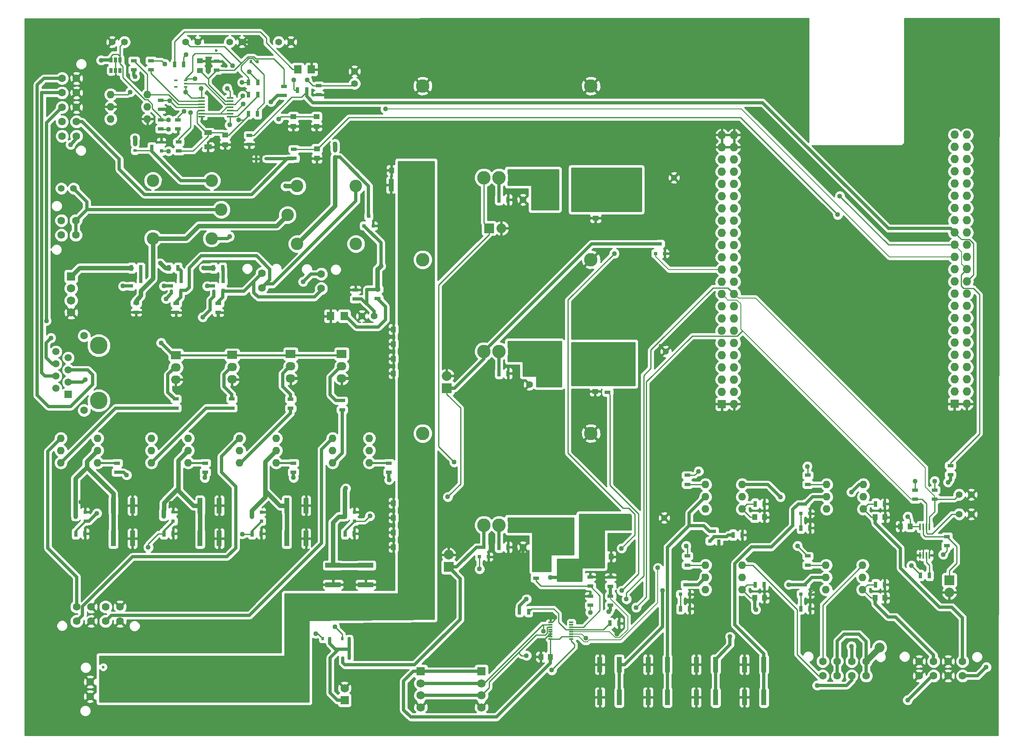
<source format=gtl>
G04 #@! TF.FileFunction,Copper,L1,Top,Mixed*
%FSLAX46Y46*%
G04 Gerber Fmt 4.6, Leading zero omitted, Abs format (unit mm)*
G04 Created by KiCad (PCBNEW (2016-05-27 BZR 6836, Git 4441a4b)-product) date 09/15/16 15:21:32*
%MOMM*%
%LPD*%
G01*
G04 APERTURE LIST*
%ADD10C,0.150000*%
%ADD11C,0.600000*%
%ADD12R,1.300000X1.300000*%
%ADD13C,1.300000*%
%ADD14R,0.700000X0.600000*%
%ADD15C,2.600000*%
%ADD16O,1.600000X1.600000*%
%ADD17R,1.300000X0.700000*%
%ADD18R,1.000000X1.250000*%
%ADD19R,1.250000X1.000000*%
%ADD20R,2.032000X2.032000*%
%ADD21O,2.032000X2.032000*%
%ADD22R,0.800100X0.800100*%
%ADD23R,0.700000X1.300000*%
%ADD24R,0.889000X0.305000*%
%ADD25R,0.450000X1.450000*%
%ADD26R,1.450000X0.450000*%
%ADD27C,1.400000*%
%ADD28R,1.727200X1.727200*%
%ADD29O,1.727200X1.727200*%
%ADD30R,1.600000X1.000000*%
%ADD31R,2.032000X1.727200*%
%ADD32O,2.032000X1.727200*%
%ADD33C,1.600000*%
%ADD34R,0.650000X1.060000*%
%ADD35C,2.794000*%
%ADD36R,1.000000X2.500000*%
%ADD37R,0.600000X0.700000*%
%ADD38R,1.597660X1.800860*%
%ADD39R,0.590000X0.450000*%
%ADD40C,1.574800*%
%ADD41C,3.649980*%
%ADD42R,1.501140X1.501140*%
%ADD43C,1.501140*%
%ADD44R,1.750000X1.750000*%
%ADD45C,1.750000*%
%ADD46R,1.000000X3.200000*%
%ADD47R,3.200000X1.000000*%
%ADD48R,0.660400X0.406400*%
%ADD49C,1.016000*%
%ADD50C,1.397000*%
%ADD51C,1.524000*%
%ADD52C,2.032000*%
%ADD53C,0.635000*%
%ADD54C,0.254000*%
%ADD55C,1.016000*%
%ADD56C,0.203200*%
%ADD57C,0.889000*%
%ADD58C,0.457200*%
%ADD59C,1.270000*%
G04 APERTURE END LIST*
D10*
D11*
X142500000Y-113900000D03*
X214600000Y-166300000D03*
X214000000Y-163500000D03*
X216100000Y-162100000D03*
X214700000Y-90200000D03*
X211700000Y-90200000D03*
X214200000Y-126600000D03*
X211600000Y-126200000D03*
X208100000Y-95100000D03*
X213100000Y-90500000D03*
X211100000Y-124900000D03*
X183250000Y-117750000D03*
X263000000Y-109000000D03*
X102500000Y-146000000D03*
X109750000Y-160250000D03*
X168000000Y-188250000D03*
X182250000Y-168250000D03*
X168250000Y-176750000D03*
X184750000Y-84500000D03*
X167500000Y-73250000D03*
X166750000Y-98750000D03*
X168500000Y-90750000D03*
X145750000Y-93500000D03*
X142000000Y-87250000D03*
X111500000Y-93750000D03*
X111000000Y-81000000D03*
X227500000Y-105250000D03*
X220500000Y-104500000D03*
X230750000Y-135000000D03*
X251000000Y-137000000D03*
X249000000Y-174750000D03*
X215646000Y-61468000D03*
X208534000Y-61468000D03*
X208280000Y-101600000D03*
X214630000Y-96012000D03*
X203500000Y-98000000D03*
X210058000Y-131318000D03*
X214122000Y-131318000D03*
X214630000Y-136398000D03*
X210058000Y-135890000D03*
X212090000Y-130302000D03*
X211000000Y-137160000D03*
X227838000Y-78740000D03*
X227838000Y-82042000D03*
X229362000Y-77724000D03*
X227076000Y-80518000D03*
X229362000Y-83058000D03*
X213000000Y-126600000D03*
X244856000Y-154686000D03*
D12*
X220162000Y-116572000D03*
D13*
X227662000Y-116572000D03*
D11*
X100250000Y-195500000D03*
X110250000Y-195500000D03*
X120250000Y-195500000D03*
X130250000Y-195500000D03*
X140250000Y-195500000D03*
X150250000Y-195500000D03*
X160250000Y-195500000D03*
X170250000Y-195500000D03*
X180250000Y-195500000D03*
X190250000Y-195500000D03*
X200250000Y-195500000D03*
X210250000Y-195500000D03*
X220250000Y-195500000D03*
X230250000Y-195500000D03*
X240250000Y-195500000D03*
X250250000Y-195500000D03*
X260250000Y-195500000D03*
X270250000Y-195500000D03*
X280250000Y-195500000D03*
X290250000Y-195500000D03*
X295000000Y-189000000D03*
X295000000Y-179000000D03*
X295000000Y-169000000D03*
X295000000Y-159000000D03*
X295000000Y-149000000D03*
X295000000Y-139000000D03*
X295000000Y-129000000D03*
X295000000Y-119000000D03*
X295000000Y-109000000D03*
X295000000Y-99000000D03*
X295000000Y-89000000D03*
X295000000Y-79000000D03*
X295000000Y-69000000D03*
X295000000Y-59000000D03*
X287500000Y-49000000D03*
X280500000Y-50750000D03*
X278000000Y-58250000D03*
X278000000Y-68250000D03*
X275500000Y-75750000D03*
X265500000Y-75750000D03*
X255500000Y-75750000D03*
X255500000Y-68250000D03*
X255500000Y-58250000D03*
X253000000Y-48250000D03*
X243000000Y-48250000D03*
X233000000Y-48250000D03*
X223000000Y-48250000D03*
X213000000Y-48250000D03*
X213000000Y-48250000D03*
X203250000Y-48250000D03*
X193500000Y-48250000D03*
X183750000Y-48250000D03*
X174000000Y-48250000D03*
X164250000Y-48250000D03*
X154500000Y-48250000D03*
X144750000Y-48250000D03*
X135000000Y-48250000D03*
X125250000Y-48250000D03*
X115500000Y-48250000D03*
X105500000Y-48250000D03*
X95500000Y-49500000D03*
X95500000Y-59500000D03*
X95500000Y-69750000D03*
X95500000Y-79750000D03*
X95500000Y-90000000D03*
X95500000Y-101250000D03*
X95500000Y-111250000D03*
X95500000Y-121250000D03*
X95500000Y-131500000D03*
X95500000Y-141750000D03*
X95500000Y-152000000D03*
X95500000Y-162250000D03*
X95500000Y-172250000D03*
X95500000Y-184250000D03*
X146700000Y-108400000D03*
X153900000Y-113300000D03*
X230500000Y-192800000D03*
X285400000Y-190000000D03*
X284900000Y-174200000D03*
X233800000Y-174700000D03*
X252900000Y-189800000D03*
X192300000Y-169000000D03*
X192000000Y-174500000D03*
X202000000Y-188800000D03*
X120900000Y-145100000D03*
X100300000Y-163700000D03*
X116600000Y-121700000D03*
X124500000Y-175250000D03*
X121900000Y-168500000D03*
X132750000Y-192000000D03*
X144700000Y-161800000D03*
X137400000Y-164000000D03*
X132000000Y-176000000D03*
X144000000Y-177000000D03*
X195900000Y-102200000D03*
X203600000Y-111900000D03*
X187500000Y-108400000D03*
X189700000Y-128500000D03*
X200200000Y-141100000D03*
X190900000Y-140800000D03*
X199300000Y-132800000D03*
X289800000Y-62400000D03*
X290400000Y-53300000D03*
X283200000Y-59400000D03*
X270900000Y-119400000D03*
X277200000Y-111900000D03*
X255600000Y-99200000D03*
X266500000Y-97600000D03*
X254800000Y-89500000D03*
X248300000Y-60900000D03*
X239000000Y-53600000D03*
X225500000Y-57000000D03*
X206600000Y-53100000D03*
X190500000Y-56200000D03*
X182900000Y-72000000D03*
X203200000Y-74200000D03*
X203200000Y-90900000D03*
X215200000Y-88900000D03*
X157400000Y-76500000D03*
X153300000Y-76500000D03*
X155200000Y-78600000D03*
X111200000Y-58100000D03*
X108900000Y-68200000D03*
X109900000Y-64500000D03*
X109000000Y-60000000D03*
X114500000Y-66000000D03*
X117800000Y-68400000D03*
X125600000Y-71700000D03*
X129100000Y-72300000D03*
X134000000Y-65000000D03*
X136400000Y-57400000D03*
X132800000Y-57700000D03*
X134400000Y-54100000D03*
X152000000Y-52300000D03*
X149900000Y-54400000D03*
X165600000Y-58400000D03*
X163100000Y-55800000D03*
X161100000Y-58400000D03*
X156000000Y-59200000D03*
X156000000Y-56900000D03*
X156000000Y-58000000D03*
X157200000Y-63300000D03*
X157000000Y-69800000D03*
X153500000Y-69800000D03*
X151500000Y-71400000D03*
X149300000Y-71400000D03*
X150400000Y-71400000D03*
X141600000Y-77400000D03*
X142600000Y-78200000D03*
X139900000Y-74700000D03*
X141200000Y-74700000D03*
X139500000Y-73600000D03*
X135200000Y-75300000D03*
X136200000Y-75300000D03*
X133700000Y-75600000D03*
X132700000Y-75600000D03*
X137200000Y-75300000D03*
X131700000Y-75600000D03*
X137200000Y-108500000D03*
X128400000Y-108500000D03*
X126000000Y-110400000D03*
X120400000Y-108500000D03*
X117800000Y-110400000D03*
X115200000Y-108500000D03*
X104300000Y-111000000D03*
X106900000Y-110400000D03*
X107300000Y-108500000D03*
X140200000Y-121500000D03*
X128600000Y-121400000D03*
X108400000Y-165900000D03*
X108400000Y-176200000D03*
X116100000Y-174000000D03*
X116100000Y-168000000D03*
X114400000Y-165900000D03*
X114400000Y-176200000D03*
X110900000Y-191100000D03*
X110900000Y-182100000D03*
X104600000Y-188200000D03*
X104600000Y-185200000D03*
X242000000Y-181600000D03*
X242000000Y-188400000D03*
X232000000Y-188400000D03*
X232000000Y-181600000D03*
X222100000Y-181600000D03*
X222100000Y-188400000D03*
X212100000Y-188400000D03*
X212100000Y-181600000D03*
X291500000Y-130600000D03*
X288900000Y-130600000D03*
X286200000Y-130600000D03*
X284400000Y-128900000D03*
X284900000Y-130100000D03*
X290100000Y-130600000D03*
X287600000Y-130600000D03*
X284400000Y-127500000D03*
X244600000Y-127500000D03*
X240700000Y-130200000D03*
X241900000Y-130200000D03*
X239300000Y-130200000D03*
X237900000Y-130200000D03*
X236600000Y-129100000D03*
X236600000Y-126000000D03*
X236600000Y-127500000D03*
X226478000Y-117900000D03*
X226478000Y-115300000D03*
X225878000Y-116600000D03*
X227678000Y-114600000D03*
X228000000Y-97600000D03*
X229100000Y-96700000D03*
X229100000Y-95500000D03*
X211100000Y-88900000D03*
X198100000Y-86900000D03*
X195000000Y-83300000D03*
X195000000Y-86900000D03*
X193500000Y-93700000D03*
X193500000Y-88400000D03*
X196100000Y-91000000D03*
X171100000Y-77000000D03*
X169000000Y-79000000D03*
X169000000Y-80900000D03*
X169000000Y-82000000D03*
X169000000Y-83100000D03*
X170600000Y-84400000D03*
X171000000Y-109750000D03*
X169500000Y-112000000D03*
X169500000Y-113500000D03*
X169500000Y-115000000D03*
X169500000Y-116500000D03*
X169500000Y-118100000D03*
X169500000Y-119600000D03*
X169500000Y-122400000D03*
X169500000Y-121100000D03*
X169400000Y-158900000D03*
X169400000Y-155700000D03*
X169400000Y-152600000D03*
X169400000Y-149500000D03*
X169400000Y-146700000D03*
X169400000Y-148100000D03*
X169400000Y-151100000D03*
X169400000Y-154200000D03*
X169400000Y-157200000D03*
X185000000Y-156500000D03*
X180750000Y-156000000D03*
X182600000Y-155900000D03*
X195000000Y-155200000D03*
X195000000Y-159100000D03*
X195000000Y-159100000D03*
X274400000Y-152900000D03*
X276400000Y-154800000D03*
X273100000Y-146200000D03*
X275100000Y-148200000D03*
X275100000Y-151000000D03*
X293300000Y-146300000D03*
X293200000Y-150400000D03*
X289200000Y-166600000D03*
X284100000Y-166600000D03*
X273100000Y-162800000D03*
X275300000Y-165000000D03*
X275300000Y-167700000D03*
X257600000Y-168400000D03*
X257600000Y-171800000D03*
X259000000Y-167000000D03*
X259000000Y-170000000D03*
X257750000Y-155250000D03*
X259000000Y-153250000D03*
X259000000Y-150250000D03*
X250000000Y-148250000D03*
X250000000Y-151000000D03*
X234250000Y-150250000D03*
X232500000Y-155250000D03*
X227330000Y-153416000D03*
X225044000Y-151130000D03*
X227330000Y-148844000D03*
X216400000Y-160800000D03*
X218300000Y-159200000D03*
D14*
X159000000Y-76200000D03*
X159000000Y-74800000D03*
D15*
X135417500Y-87122000D03*
X133417500Y-93122000D03*
X121217500Y-93122000D03*
X121217500Y-81122000D03*
X133417500Y-81122000D03*
D16*
X112458500Y-63246000D03*
X112458500Y-65786000D03*
X112458500Y-68326000D03*
X120078500Y-68326000D03*
X120078500Y-65786000D03*
X120078500Y-63246000D03*
D17*
X117284500Y-58100000D03*
X117284500Y-56200000D03*
D18*
X203750000Y-180000000D03*
X201750000Y-180000000D03*
X172750000Y-78980000D03*
X170750000Y-78980000D03*
D19*
X213100000Y-86900000D03*
X213100000Y-88900000D03*
D18*
X173156000Y-115048000D03*
X171156000Y-115048000D03*
X173156000Y-118096000D03*
X171156000Y-118096000D03*
X173156000Y-112000000D03*
X171156000Y-112000000D03*
D19*
X213000000Y-122900000D03*
X213000000Y-124900000D03*
D18*
X173156000Y-154164000D03*
X171156000Y-154164000D03*
X173156000Y-151116000D03*
X171156000Y-151116000D03*
X173156000Y-148068000D03*
X171156000Y-148068000D03*
X214300000Y-159200000D03*
X216300000Y-159200000D03*
X278368000Y-152908000D03*
X276368000Y-152908000D03*
D19*
X131000500Y-58277000D03*
X131000500Y-56277000D03*
X155250000Y-74500000D03*
X155250000Y-76500000D03*
X150368000Y-67834000D03*
X150368000Y-69834000D03*
D16*
X235894000Y-144208000D03*
X235894000Y-146748000D03*
X235894000Y-149288000D03*
X243514000Y-149288000D03*
X243514000Y-146748000D03*
X243514000Y-144208000D03*
D20*
X286512000Y-164084000D03*
D21*
X286512000Y-166624000D03*
D22*
X122984260Y-74991000D03*
X122984260Y-73091000D03*
X120985280Y-74041000D03*
X118748980Y-103950000D03*
X118748980Y-102050000D03*
X116750000Y-103000000D03*
X236794000Y-155940760D03*
X238694000Y-155940760D03*
X237744000Y-153941780D03*
D23*
X193050000Y-85076000D03*
X194950000Y-85076000D03*
X193050000Y-157212000D03*
X194950000Y-157212000D03*
D17*
X286004000Y-156906000D03*
X286004000Y-155006000D03*
D23*
X280482000Y-163068000D03*
X282382000Y-163068000D03*
D17*
X279400000Y-145354000D03*
X279400000Y-147254000D03*
X283464000Y-145354000D03*
X283464000Y-147254000D03*
X120840500Y-56200000D03*
X120840500Y-58100000D03*
X126428500Y-70419000D03*
X126428500Y-68519000D03*
X122872500Y-70419000D03*
X122872500Y-68519000D03*
X122872500Y-64455000D03*
X122872500Y-66355000D03*
D23*
X141050000Y-67250000D03*
X142950000Y-67250000D03*
X142999500Y-60706000D03*
X141099500Y-60706000D03*
D17*
X126555500Y-74991000D03*
X126555500Y-73091000D03*
D23*
X151259500Y-62357000D03*
X153159500Y-62357000D03*
X127632500Y-57023000D03*
X125732500Y-57023000D03*
D17*
X134429500Y-58227000D03*
X134429500Y-56327000D03*
X155638500Y-61407000D03*
X155638500Y-63307000D03*
X141224000Y-71694000D03*
X141224000Y-73594000D03*
X117750000Y-106550000D03*
X117750000Y-108450000D03*
X232144000Y-142298000D03*
X232144000Y-144198000D03*
D23*
X271194000Y-148248000D03*
X273094000Y-148248000D03*
D24*
X203732221Y-172807390D03*
X203732221Y-173307390D03*
X203732221Y-173807390D03*
X203732221Y-174307390D03*
X203732221Y-174807390D03*
X203732221Y-175307390D03*
X203732221Y-175807390D03*
X208072221Y-172807390D03*
X208072221Y-173307390D03*
X208072221Y-173807390D03*
X208072221Y-174307390D03*
X208072221Y-174807390D03*
X208072221Y-175307390D03*
X208072221Y-176307390D03*
X208072221Y-175807390D03*
X203732221Y-176307390D03*
D25*
X280457000Y-158906000D03*
X281107000Y-158906000D03*
X281757000Y-158906000D03*
X282407000Y-158906000D03*
X282407000Y-153006000D03*
X281757000Y-153006000D03*
X281107000Y-153006000D03*
X280457000Y-153006000D03*
D19*
X155194000Y-67834000D03*
X155194000Y-69834000D03*
D18*
X246144000Y-167748000D03*
X248144000Y-167748000D03*
X271144000Y-150998000D03*
X273144000Y-150998000D03*
X271144000Y-167748000D03*
X273144000Y-167748000D03*
D16*
X235894000Y-160958000D03*
X235894000Y-163498000D03*
X235894000Y-166038000D03*
X243514000Y-166038000D03*
X243514000Y-163498000D03*
X243514000Y-160958000D03*
X261024000Y-144208000D03*
X261024000Y-146748000D03*
X261024000Y-149288000D03*
X268644000Y-149288000D03*
X268644000Y-146748000D03*
X268644000Y-144208000D03*
X260894000Y-160958000D03*
X260894000Y-163498000D03*
X260894000Y-166038000D03*
X268514000Y-166038000D03*
X268514000Y-163498000D03*
X268514000Y-160958000D03*
D22*
X230694000Y-166996980D03*
X232594000Y-166996980D03*
X231644000Y-164998000D03*
X255694000Y-150248760D03*
X257594000Y-150248760D03*
X256644000Y-148249780D03*
X255694000Y-166998760D03*
X257594000Y-166998760D03*
X256644000Y-164999780D03*
D17*
X150500000Y-74600000D03*
X150500000Y-76500000D03*
X232144000Y-159048000D03*
X232144000Y-160948000D03*
D23*
X241620000Y-154686000D03*
X243520000Y-154686000D03*
X230694000Y-169998000D03*
X232594000Y-169998000D03*
D17*
X257144000Y-142298000D03*
X257144000Y-144198000D03*
X257144000Y-159048000D03*
X257144000Y-160948000D03*
D23*
X255694000Y-153248000D03*
X257594000Y-153248000D03*
X255694000Y-169998000D03*
X257594000Y-169998000D03*
D26*
X131352500Y-63963000D03*
X131352500Y-64613000D03*
X131352500Y-65263000D03*
X131352500Y-65913000D03*
X131352500Y-66563000D03*
X131352500Y-67213000D03*
X131352500Y-67863000D03*
X137252500Y-67863000D03*
X137252500Y-67213000D03*
X137252500Y-66563000D03*
X137252500Y-65913000D03*
X137252500Y-65263000D03*
X137252500Y-64613000D03*
X137252500Y-63963000D03*
D27*
X198064000Y-85076000D03*
X200604000Y-85076000D03*
X199400000Y-123440000D03*
X199400000Y-120900000D03*
X198064000Y-157212000D03*
X200604000Y-157212000D03*
X288544000Y-146304000D03*
X291084000Y-146304000D03*
X288544000Y-150368000D03*
X291084000Y-150368000D03*
X102210000Y-82750000D03*
X104750000Y-82750000D03*
X115316000Y-52324000D03*
X112776000Y-52324000D03*
X128016000Y-52324000D03*
X130556000Y-52324000D03*
X147320000Y-52324000D03*
X149860000Y-52324000D03*
X163068000Y-60960000D03*
X163068000Y-58420000D03*
X137160000Y-52324000D03*
X139700000Y-52324000D03*
X167132000Y-109220000D03*
X164592000Y-109220000D03*
D28*
X287596986Y-127474721D03*
D29*
X290136986Y-127474721D03*
X287596986Y-124934721D03*
X290136986Y-124934721D03*
X287596986Y-122394721D03*
X290136986Y-122394721D03*
X287596986Y-119854721D03*
X290136986Y-119854721D03*
X287596986Y-117314721D03*
X290136986Y-117314721D03*
X287596986Y-114774721D03*
X290136986Y-114774721D03*
X287596986Y-112234721D03*
X290136986Y-112234721D03*
X287596986Y-109694721D03*
X290136986Y-109694721D03*
X287596986Y-107154721D03*
X290136986Y-107154721D03*
X287596986Y-104614721D03*
X290136986Y-104614721D03*
X287596986Y-102074721D03*
X290136986Y-102074721D03*
X287596986Y-99534721D03*
X290136986Y-99534721D03*
X287596986Y-96994721D03*
X290136986Y-96994721D03*
X287596986Y-94454721D03*
X290136986Y-94454721D03*
X287596986Y-91914721D03*
X290136986Y-91914721D03*
X287596986Y-89374721D03*
X290136986Y-89374721D03*
X287596986Y-86834721D03*
X290136986Y-86834721D03*
X287596986Y-84294721D03*
X290136986Y-84294721D03*
X287596986Y-81754721D03*
X290136986Y-81754721D03*
X287596986Y-79214721D03*
X290136986Y-79214721D03*
X287596986Y-76674721D03*
X290136986Y-76674721D03*
X287596986Y-74134721D03*
X290136986Y-74134721D03*
X287596986Y-71594721D03*
X290136986Y-71594721D03*
D28*
X239306986Y-127514722D03*
D29*
X241846986Y-127514722D03*
X239306986Y-124974722D03*
X241846986Y-124974722D03*
X239306986Y-122434722D03*
X241846986Y-122434722D03*
X239306986Y-119894722D03*
X241846986Y-119894722D03*
X239306986Y-117354722D03*
X241846986Y-117354722D03*
X239306986Y-114814722D03*
X241846986Y-114814722D03*
X239306986Y-112274722D03*
X241846986Y-112274722D03*
X239306986Y-109734722D03*
X241846986Y-109734722D03*
X239306986Y-107194722D03*
X241846986Y-107194722D03*
X239306986Y-104654722D03*
X241846986Y-104654722D03*
X239306986Y-102114722D03*
X241846986Y-102114722D03*
X239306986Y-99574722D03*
X241846986Y-99574722D03*
X239306986Y-97034722D03*
X241846986Y-97034722D03*
X239306986Y-94494722D03*
X241846986Y-94494722D03*
X239306986Y-91954722D03*
X241846986Y-91954722D03*
X239306986Y-89414722D03*
X241846986Y-89414722D03*
X239306986Y-86874722D03*
X241846986Y-86874722D03*
X239306986Y-84334722D03*
X241846986Y-84334722D03*
X239306986Y-81794722D03*
X241846986Y-81794722D03*
X239306986Y-79254722D03*
X241846986Y-79254722D03*
X239306986Y-76714722D03*
X241846986Y-76714722D03*
X239306986Y-74174722D03*
X241846986Y-74174722D03*
X239306986Y-71634722D03*
X241846986Y-71634722D03*
D18*
X246144000Y-150998000D03*
X248144000Y-150998000D03*
D17*
X163250000Y-105700000D03*
X163250000Y-103800000D03*
D23*
X246194000Y-148248000D03*
X248094000Y-148248000D03*
X246194000Y-164998000D03*
X248094000Y-164998000D03*
X271194000Y-164998000D03*
X273094000Y-164998000D03*
D30*
X132651500Y-71144000D03*
X132651500Y-74144000D03*
D16*
X109728000Y-139700000D03*
X109728000Y-137160000D03*
X109728000Y-134620000D03*
X102108000Y-134620000D03*
X102108000Y-137160000D03*
X102108000Y-139700000D03*
X128524000Y-139700000D03*
X128524000Y-137160000D03*
X128524000Y-134620000D03*
X120904000Y-134620000D03*
X120904000Y-137160000D03*
X120904000Y-139700000D03*
X146812000Y-139700000D03*
X146812000Y-137160000D03*
X146812000Y-134620000D03*
X139192000Y-134620000D03*
X139192000Y-137160000D03*
X139192000Y-139700000D03*
X166116000Y-139700000D03*
X166116000Y-137160000D03*
X166116000Y-134620000D03*
X158496000Y-134620000D03*
X158496000Y-137160000D03*
X158496000Y-139700000D03*
D31*
X125984000Y-117348000D03*
D32*
X125984000Y-119888000D03*
X125984000Y-122428000D03*
D31*
X137668000Y-117320000D03*
D32*
X137668000Y-119860000D03*
X137668000Y-122400000D03*
D31*
X149800000Y-117120000D03*
D32*
X149800000Y-119660000D03*
X149800000Y-122200000D03*
D31*
X160400000Y-117120000D03*
D32*
X160400000Y-119660000D03*
X160400000Y-122200000D03*
D33*
X102362000Y-71882000D03*
X102362000Y-68882000D03*
X102362000Y-65882000D03*
X102362000Y-62882000D03*
X102362000Y-59882000D03*
X105362000Y-71882000D03*
X105362000Y-68882000D03*
X105362000Y-65882000D03*
X105362000Y-62882000D03*
X105362000Y-59882000D03*
D22*
X188986000Y-159228760D03*
X190886000Y-159228760D03*
X189936000Y-157229780D03*
X107172760Y-151826000D03*
X107172760Y-149926000D03*
X105173780Y-150876000D03*
X125430280Y-151800600D03*
X125430280Y-149900600D03*
X123431300Y-150850600D03*
X143748760Y-151826000D03*
X143748760Y-149926000D03*
X141749780Y-150876000D03*
X163052760Y-151826000D03*
X163052760Y-149926000D03*
X161053780Y-150876000D03*
D23*
X142999500Y-63246000D03*
X141099500Y-63246000D03*
D17*
X148399500Y-61534000D03*
X148399500Y-63434000D03*
X126047500Y-106619000D03*
X126047500Y-108519000D03*
X134810500Y-106619000D03*
X134810500Y-108519000D03*
X167830500Y-103698000D03*
X167830500Y-105598000D03*
X113792000Y-141666000D03*
X113792000Y-139766000D03*
X132080000Y-141666000D03*
X132080000Y-139766000D03*
D23*
X105222000Y-154432000D03*
X107122000Y-154432000D03*
X123510000Y-154432000D03*
X125410000Y-154432000D03*
D17*
X150368000Y-141666000D03*
X150368000Y-139766000D03*
X170180000Y-141666000D03*
X170180000Y-139766000D03*
D23*
X141798000Y-154432000D03*
X143698000Y-154432000D03*
X161102000Y-154432000D03*
X163002000Y-154432000D03*
D34*
X112524500Y-58250000D03*
X113474500Y-58250000D03*
X114424500Y-58250000D03*
X114424500Y-56050000D03*
X112524500Y-56050000D03*
X113474500Y-56050000D03*
D23*
X193050000Y-121144000D03*
X194950000Y-121144000D03*
D18*
X173156000Y-157212000D03*
X171156000Y-157212000D03*
X173156000Y-121144000D03*
X171156000Y-121144000D03*
D35*
X193085600Y-80504000D03*
X189910600Y-80516700D03*
X196260600Y-80504000D03*
X177210600Y-80504000D03*
X212148300Y-80504000D03*
X177210600Y-61454000D03*
X212135600Y-61454000D03*
X193085600Y-116572000D03*
X189910600Y-116584700D03*
X196260600Y-116572000D03*
X177210600Y-116572000D03*
X212148300Y-116572000D03*
X177210600Y-97522000D03*
X212135600Y-97522000D03*
X193085600Y-152640000D03*
X189910600Y-152652700D03*
X196260600Y-152640000D03*
X177210600Y-152640000D03*
X212148300Y-152640000D03*
X177210600Y-133590000D03*
X212135600Y-133590000D03*
D36*
X173656000Y-82028000D03*
X170656000Y-82028000D03*
D12*
X221862000Y-80504000D03*
D13*
X229362000Y-80504000D03*
D12*
X219830000Y-151130000D03*
D13*
X227330000Y-151130000D03*
D19*
X136207500Y-71644000D03*
X136207500Y-73644000D03*
D37*
X160550000Y-176250000D03*
X161950000Y-176250000D03*
X156500000Y-176250000D03*
X157900000Y-176250000D03*
X160600000Y-180250000D03*
X162000000Y-180250000D03*
D14*
X117500000Y-74900000D03*
X117500000Y-73500000D03*
D37*
X141540000Y-56388000D03*
X142940000Y-56388000D03*
D38*
X151297640Y-58039000D03*
X154137360Y-58039000D03*
X160919860Y-109250000D03*
X158080140Y-109250000D03*
D39*
X144710000Y-76600000D03*
X142600000Y-76600000D03*
D40*
X106934000Y-128816100D03*
D41*
X109982000Y-115354100D03*
X109982000Y-126784100D03*
D42*
X103632000Y-125514100D03*
D43*
X101092000Y-124244100D03*
X103632000Y-122974100D03*
X101092000Y-121704100D03*
X103632000Y-120434100D03*
X101092000Y-119164100D03*
X103632000Y-117894100D03*
X101092000Y-116624100D03*
D40*
X106934000Y-113322100D03*
D33*
X111200000Y-185200000D03*
X111200000Y-188200000D03*
X108200000Y-185200000D03*
X108200000Y-188200000D03*
D44*
X161000000Y-189000000D03*
D45*
X161000000Y-186500000D03*
D20*
X191000000Y-91000000D03*
D21*
X193540000Y-91000000D03*
D20*
X182200000Y-124200000D03*
D21*
X182200000Y-121660000D03*
D20*
X182600000Y-161340000D03*
D21*
X182600000Y-158800000D03*
D44*
X189400000Y-183000000D03*
D45*
X189400000Y-185500000D03*
X189400000Y-188000000D03*
X189400000Y-190500000D03*
D44*
X176800000Y-183000000D03*
D45*
X176800000Y-185500000D03*
X176800000Y-188000000D03*
X176800000Y-190500000D03*
D33*
X105219500Y-89408000D03*
X105219500Y-92408000D03*
X102219500Y-89408000D03*
X102219500Y-92408000D03*
X143827500Y-103378000D03*
X143827500Y-100378000D03*
X156146500Y-103505000D03*
X156146500Y-100505000D03*
D44*
X104250000Y-101000000D03*
D45*
X104250000Y-103500000D03*
X104250000Y-106000000D03*
X104250000Y-108500000D03*
D33*
X269244000Y-183928000D03*
X266244000Y-183928000D03*
X263244000Y-183928000D03*
X260244000Y-183928000D03*
X269244000Y-180928000D03*
X266244000Y-180928000D03*
X263244000Y-180928000D03*
X260244000Y-180928000D03*
X289244000Y-183928000D03*
X286244000Y-183928000D03*
X283244000Y-183928000D03*
X280244000Y-183928000D03*
X289244000Y-180928000D03*
X286244000Y-180928000D03*
X283244000Y-180928000D03*
X280244000Y-180928000D03*
X105400000Y-169600000D03*
X108400000Y-169600000D03*
X111400000Y-169600000D03*
X114400000Y-169600000D03*
X105400000Y-172600000D03*
X108400000Y-172600000D03*
X111400000Y-172600000D03*
X114400000Y-172600000D03*
D22*
X225550000Y-96250760D03*
X227450000Y-96250760D03*
X226500000Y-94251780D03*
X127048260Y-103947000D03*
X127048260Y-102047000D03*
X125049280Y-102997000D03*
X135811260Y-103947000D03*
X135811260Y-102047000D03*
X133812280Y-102997000D03*
X165050000Y-90500760D03*
X166950000Y-90500760D03*
X166000000Y-88501780D03*
D46*
X203900000Y-85600000D03*
X210100000Y-85600000D03*
X203900000Y-121600000D03*
X210100000Y-121600000D03*
D47*
X207000000Y-157150000D03*
X207000000Y-163350000D03*
D17*
X215600000Y-123150000D03*
X215600000Y-125050000D03*
X216200000Y-169300000D03*
X216200000Y-167400000D03*
X212000000Y-169300000D03*
X212000000Y-167400000D03*
X216200000Y-165350000D03*
X216200000Y-163450000D03*
D23*
X197300000Y-170600000D03*
X199200000Y-170600000D03*
D17*
X200750000Y-161800000D03*
X200750000Y-163700000D03*
D23*
X216050000Y-173000000D03*
X217950000Y-173000000D03*
D17*
X212000000Y-165300000D03*
X212000000Y-163400000D03*
X286750000Y-142200000D03*
X286750000Y-140300000D03*
D23*
X126450000Y-99250000D03*
X124550000Y-99250000D03*
X118700000Y-99250000D03*
X116800000Y-99250000D03*
X135700000Y-99250000D03*
X133800000Y-99250000D03*
D17*
X126000000Y-126450000D03*
X126000000Y-128350000D03*
X137600000Y-126450000D03*
X137600000Y-128350000D03*
X149800000Y-126500000D03*
X149800000Y-128400000D03*
X160500000Y-126800000D03*
X160500000Y-128700000D03*
D46*
X228000000Y-188400000D03*
X228000000Y-181600000D03*
X224000000Y-181600000D03*
X224000000Y-188400000D03*
X218000000Y-188400000D03*
X218000000Y-181600000D03*
X214000000Y-181600000D03*
X214000000Y-188400000D03*
X248000000Y-188400000D03*
X248000000Y-181600000D03*
X244000000Y-181600000D03*
X244000000Y-188400000D03*
X238000000Y-188400000D03*
X238000000Y-181600000D03*
X234000000Y-181600000D03*
X234000000Y-188400000D03*
X113000000Y-148600000D03*
X113000000Y-155400000D03*
X117000000Y-155400000D03*
X117000000Y-148600000D03*
X131000000Y-148600000D03*
X131000000Y-155400000D03*
X135000000Y-155400000D03*
X135000000Y-148600000D03*
X149000000Y-148600000D03*
X149000000Y-155400000D03*
X153000000Y-155400000D03*
X153000000Y-148600000D03*
D47*
X165400000Y-161000000D03*
X158600000Y-161000000D03*
X158600000Y-165000000D03*
X165400000Y-165000000D03*
D48*
X128016000Y-61660400D03*
X128016000Y-60339600D03*
X128016000Y-61000000D03*
X125984000Y-60339600D03*
X125984000Y-61660400D03*
D15*
X149150000Y-88250000D03*
X151150000Y-82250000D03*
X163350000Y-82250000D03*
X163350000Y-94250000D03*
X151150000Y-94250000D03*
D11*
X217800000Y-160500000D03*
D49*
X131572000Y-109474000D03*
X123952000Y-105664000D03*
X238760000Y-157226000D03*
X204611799Y-171845799D03*
X124500000Y-67000000D03*
X217500000Y-175250000D03*
X132750000Y-56250000D03*
X138000000Y-61250000D03*
X155250000Y-71250000D03*
X197309334Y-159463334D03*
X202000000Y-176800000D03*
X163200000Y-122200000D03*
X152600000Y-122200000D03*
X106240590Y-147819320D03*
X124947349Y-148061349D03*
X133000000Y-69500000D03*
X127000000Y-153416000D03*
X104394000Y-158496000D03*
X283210000Y-156718000D03*
X258826000Y-165608000D03*
X249936000Y-167386000D03*
X134112000Y-110490000D03*
X123698000Y-109220000D03*
X113030000Y-60452000D03*
D50*
X143256000Y-52070000D03*
D51*
X173482000Y-123444000D03*
X175514000Y-136652000D03*
D49*
X170250000Y-143250000D03*
X234450364Y-141486364D03*
X115750000Y-142250000D03*
X286250000Y-143750000D03*
X117500000Y-59500000D03*
X226000000Y-161500000D03*
X150400000Y-142800000D03*
X132000000Y-142800000D03*
X148750000Y-82250000D03*
X159000000Y-73500000D03*
X117500000Y-72250000D03*
X132500000Y-103000000D03*
X123500000Y-103000000D03*
X115000000Y-103000000D03*
X255016000Y-156972000D03*
X231902000Y-156972000D03*
X257048000Y-140462000D03*
X278638000Y-161036000D03*
X285242000Y-158750000D03*
X277876000Y-150876000D03*
X279400000Y-143510000D03*
X283464000Y-143510000D03*
X136652000Y-61976000D03*
X122936000Y-114808000D03*
X137160000Y-92710000D03*
X147320000Y-68326000D03*
X266192000Y-145796000D03*
X266192000Y-177800000D03*
X251460000Y-146812000D03*
X259080000Y-185928000D03*
X152400000Y-102108000D03*
X215802884Y-170637430D03*
D52*
X272034000Y-178054000D03*
D49*
X145750000Y-64750000D03*
X124500000Y-68500000D03*
X110490000Y-56134000D03*
X168540273Y-98819949D03*
X99109235Y-110236000D03*
X107188000Y-122428000D03*
X100076000Y-113792000D03*
X104140000Y-73660000D03*
X124500000Y-70500000D03*
X116500000Y-62750000D03*
X218468364Y-157468364D03*
X217000000Y-96250000D03*
X204000000Y-182750000D03*
X203750000Y-163500000D03*
X198750000Y-168000000D03*
X139000000Y-68500000D03*
X141224000Y-58485929D03*
X263761433Y-84309590D03*
X263330383Y-88169607D03*
X294174660Y-182125079D03*
X277876000Y-188976000D03*
X246380000Y-170180000D03*
X183763241Y-139566892D03*
X159000000Y-173750000D03*
X182410218Y-146783018D03*
X154992673Y-175177064D03*
X139720157Y-60720157D03*
X137750000Y-57250000D03*
X130000000Y-60000000D03*
X129000000Y-67000000D03*
X127707390Y-66751200D03*
X169500000Y-66250000D03*
X123698000Y-56896000D03*
X139750000Y-154500000D03*
X166250000Y-150750000D03*
X120250000Y-157250000D03*
X109600000Y-150200000D03*
X198750000Y-179750000D03*
X221500000Y-169750000D03*
X202297110Y-174664054D03*
X219500000Y-168000000D03*
X189000000Y-161750000D03*
X122750000Y-98250000D03*
X131750000Y-99250000D03*
X137159744Y-69570361D03*
X124500000Y-75000000D03*
X227000000Y-166200000D03*
X253200000Y-165000000D03*
X241000000Y-175800000D03*
X161250000Y-145000000D03*
X211053392Y-176152395D03*
X218500000Y-166250000D03*
X212000000Y-170750000D03*
X131250000Y-62000000D03*
X124720157Y-64529843D03*
X128000000Y-62750000D03*
X128127013Y-54992441D03*
X150500000Y-60250000D03*
X140000000Y-65250000D03*
X139849310Y-63500000D03*
X153250000Y-60250000D03*
D53*
X133860500Y-104097000D02*
X133860500Y-105153500D01*
X133096000Y-107950000D02*
X131572000Y-109474000D01*
X133096000Y-105918000D02*
X133096000Y-107950000D01*
X133860500Y-105153500D02*
X133096000Y-105918000D01*
X125097500Y-104097000D02*
X125097500Y-104518500D01*
X125097500Y-104518500D02*
X123952000Y-105664000D01*
X212000000Y-163400000D02*
X212300000Y-163400000D01*
X238694000Y-155940760D02*
X238694000Y-157160000D01*
X238694000Y-157160000D02*
X238760000Y-157226000D01*
D54*
X203732221Y-172807390D02*
X204024221Y-172807390D01*
X204611799Y-172219812D02*
X204611799Y-171845799D01*
X204024221Y-172807390D02*
X204611799Y-172219812D01*
D53*
X216150000Y-163400000D02*
X216200000Y-163450000D01*
X122872500Y-66355000D02*
X123855000Y-66355000D01*
X123855000Y-66355000D02*
X124500000Y-67000000D01*
D54*
X217950000Y-173000000D02*
X217950000Y-174800000D01*
X217950000Y-174800000D02*
X217500000Y-175250000D01*
X134429500Y-56327000D02*
X132827000Y-56327000D01*
X132827000Y-56327000D02*
X132750000Y-56250000D01*
X131000500Y-56277000D02*
X132723000Y-56277000D01*
X132723000Y-56277000D02*
X132750000Y-56250000D01*
X141099500Y-63246000D02*
X141099500Y-63099500D01*
X141099500Y-63099500D02*
X140000000Y-62000000D01*
X140000000Y-62000000D02*
X138750000Y-62000000D01*
X138750000Y-62000000D02*
X138000000Y-61250000D01*
X155194000Y-69834000D02*
X155194000Y-71194000D01*
X155194000Y-71194000D02*
X155250000Y-71250000D01*
D53*
X197817333Y-158955335D02*
X197309334Y-159463334D01*
X198064000Y-158708668D02*
X197817333Y-158955335D01*
X198064000Y-157212000D02*
X198064000Y-158708668D01*
D54*
X203732221Y-174807390D02*
X203732221Y-175067779D01*
X203732221Y-175067779D02*
X202000000Y-176800000D01*
D53*
X160400000Y-122200000D02*
X163200000Y-122200000D01*
X149800000Y-122200000D02*
X152600000Y-122200000D01*
D54*
X107172760Y-148751490D02*
X106748589Y-148327319D01*
X107172760Y-149926000D02*
X107172760Y-148751490D01*
X106748589Y-148327319D02*
X106240590Y-147819320D01*
X125455348Y-148569348D02*
X124947349Y-148061349D01*
X125460760Y-148574760D02*
X125455348Y-148569348D01*
X125460760Y-149926000D02*
X125460760Y-148574760D01*
X131352500Y-67863000D02*
X131352500Y-68342000D01*
X131352500Y-68342000D02*
X132510500Y-69500000D01*
X132510500Y-69500000D02*
X133000000Y-69500000D01*
X125410000Y-154432000D02*
X125984000Y-154432000D01*
X125984000Y-154432000D02*
X127000000Y-153416000D01*
X107122000Y-154432000D02*
X107122000Y-155768000D01*
X107122000Y-155768000D02*
X104394000Y-158496000D01*
X281107000Y-158906000D02*
X281107000Y-157297000D01*
X282407000Y-157521000D02*
X283210000Y-156718000D01*
X282407000Y-157521000D02*
X282407000Y-158906000D01*
X281686000Y-156718000D02*
X283210000Y-156718000D01*
X281107000Y-157297000D02*
X281686000Y-156718000D01*
X257594000Y-166998760D02*
X257594000Y-166840000D01*
X257594000Y-166840000D02*
X258826000Y-165608000D01*
X248144000Y-167748000D02*
X249574000Y-167748000D01*
X249574000Y-167748000D02*
X249936000Y-167386000D01*
X203732221Y-175307390D02*
X203732221Y-174807390D01*
X203732221Y-175807390D02*
X203732221Y-175307390D01*
D53*
X134810500Y-108519000D02*
X134810500Y-109791500D01*
X134810500Y-109791500D02*
X134112000Y-110490000D01*
X126047500Y-108519000D02*
X124399000Y-108519000D01*
X124399000Y-108519000D02*
X123698000Y-109220000D01*
D54*
X113474500Y-56050000D02*
X113474500Y-58250000D01*
X113474500Y-58250000D02*
X113474500Y-60007500D01*
X113474500Y-60007500D02*
X113030000Y-60452000D01*
D53*
X139700000Y-52324000D02*
X143002000Y-52324000D01*
X143002000Y-52324000D02*
X143256000Y-52070000D01*
D54*
X126428500Y-70419000D02*
X126177000Y-70419000D01*
D55*
X173156000Y-148068000D02*
X173156000Y-147392000D01*
X173156000Y-123118000D02*
X173156000Y-121144000D01*
X173482000Y-123444000D02*
X173156000Y-123118000D01*
X177800000Y-138938000D02*
X175514000Y-136652000D01*
X177800000Y-142748000D02*
X177800000Y-138938000D01*
X173156000Y-147392000D02*
X177800000Y-142748000D01*
D53*
X173156000Y-148068000D02*
X175204000Y-148068000D01*
X177210600Y-150074600D02*
X177210600Y-152640000D01*
X175204000Y-148068000D02*
X177210600Y-150074600D01*
X173156000Y-157212000D02*
X175204000Y-157212000D01*
X177210600Y-155205400D02*
X177210600Y-152640000D01*
X175204000Y-157212000D02*
X177210600Y-155205400D01*
X173156000Y-154164000D02*
X175686600Y-154164000D01*
X175686600Y-154164000D02*
X177210600Y-152640000D01*
X173156000Y-151116000D02*
X175686600Y-151116000D01*
X175686600Y-151116000D02*
X177210600Y-152640000D01*
X173156000Y-121144000D02*
X175204000Y-121144000D01*
X177210600Y-119137400D02*
X177210600Y-116572000D01*
X175204000Y-121144000D02*
X177210600Y-119137400D01*
X175699300Y-118083300D02*
X173168700Y-118083300D01*
X173168700Y-118083300D02*
X173156000Y-118096000D01*
X175712000Y-115073400D02*
X173181400Y-115073400D01*
X173181400Y-115073400D02*
X173156000Y-115048000D01*
X175204000Y-112050800D02*
X173206800Y-112050800D01*
X173206800Y-112050800D02*
X173156000Y-112000000D01*
X177210600Y-116572000D02*
X177210600Y-114057400D01*
X177210600Y-114057400D02*
X175204000Y-112050800D01*
X175699300Y-118083300D02*
X177210600Y-116572000D01*
X175712000Y-115073400D02*
X177210600Y-116572000D01*
X173156000Y-78980000D02*
X175594600Y-78980000D01*
X175594600Y-78980000D02*
X177194600Y-80580000D01*
X173156000Y-82028000D02*
X175746600Y-82028000D01*
X175746600Y-82028000D02*
X177194600Y-80580000D01*
X177118600Y-80504000D02*
X177194600Y-80580000D01*
X170180000Y-141666000D02*
X170180000Y-143180000D01*
X170180000Y-143180000D02*
X170250000Y-143250000D01*
D54*
X233638728Y-142298000D02*
X233942365Y-141994363D01*
X233942365Y-141994363D02*
X234450364Y-141486364D01*
X232144000Y-142298000D02*
X233638728Y-142298000D01*
D53*
X113792000Y-141666000D02*
X115166000Y-141666000D01*
X115166000Y-141666000D02*
X115750000Y-142250000D01*
X203750000Y-180000000D02*
X203750000Y-181260000D01*
X203750000Y-181260000D02*
X192510000Y-192500000D01*
X192510000Y-192500000D02*
X174750000Y-192500000D01*
X173250000Y-191000000D02*
X173250000Y-185040000D01*
X174750000Y-192500000D02*
X173250000Y-191000000D01*
X173250000Y-185040000D02*
X175290000Y-183000000D01*
X175290000Y-183000000D02*
X176800000Y-183000000D01*
D54*
X203750000Y-180000000D02*
X203750000Y-176325169D01*
X203750000Y-176325169D02*
X203732221Y-176307390D01*
D56*
X226000000Y-168750000D02*
X226000000Y-162218420D01*
X211400865Y-176876296D02*
X211777161Y-176500000D01*
X226000000Y-162218420D02*
X226000000Y-161500000D01*
X218250000Y-176500000D02*
X226000000Y-168750000D01*
X211777161Y-176500000D02*
X218250000Y-176500000D01*
X209637013Y-175807390D02*
X210705919Y-176876296D01*
X210705919Y-176876296D02*
X211400865Y-176876296D01*
X208072221Y-175807390D02*
X209637013Y-175807390D01*
D53*
X286750000Y-142200000D02*
X286750000Y-143250000D01*
X286750000Y-143250000D02*
X286250000Y-143750000D01*
X117284500Y-58100000D02*
X117284500Y-59284500D01*
X117284500Y-59284500D02*
X117500000Y-59500000D01*
D54*
X206083642Y-175807390D02*
X207373721Y-175807390D01*
X205583642Y-176307390D02*
X206083642Y-175807390D01*
X203732221Y-176307390D02*
X205583642Y-176307390D01*
X207373721Y-175807390D02*
X208072221Y-175807390D01*
D53*
X176800000Y-183000000D02*
X189400000Y-183000000D01*
X150368000Y-141666000D02*
X150368000Y-142768000D01*
X150368000Y-142768000D02*
X150400000Y-142800000D01*
X132080000Y-141666000D02*
X132080000Y-142720000D01*
X132080000Y-142720000D02*
X132000000Y-142800000D01*
D57*
X151150000Y-82250000D02*
X148750000Y-82250000D01*
X159000000Y-74800000D02*
X159000000Y-73500000D01*
X117500000Y-73500000D02*
X117500000Y-72250000D01*
D53*
X133812280Y-102997000D02*
X132503000Y-102997000D01*
X132503000Y-102997000D02*
X132500000Y-103000000D01*
X125049280Y-102997000D02*
X123503000Y-102997000D01*
X123503000Y-102997000D02*
X123500000Y-103000000D01*
X116750000Y-103000000D02*
X115000000Y-103000000D01*
D54*
X278368000Y-152908000D02*
X280359000Y-152908000D01*
X280359000Y-152908000D02*
X280457000Y-153006000D01*
X257144000Y-159048000D02*
X257092000Y-159048000D01*
X257092000Y-159048000D02*
X255016000Y-156972000D01*
X232144000Y-159048000D02*
X232144000Y-157214000D01*
X232144000Y-157214000D02*
X231902000Y-156972000D01*
X257144000Y-142298000D02*
X257144000Y-140558000D01*
X257144000Y-140558000D02*
X257048000Y-140462000D01*
X280482000Y-163068000D02*
X280482000Y-162880000D01*
X280482000Y-162880000D02*
X278638000Y-161036000D01*
X286004000Y-156906000D02*
X286004000Y-157988000D01*
X286004000Y-157988000D02*
X285242000Y-158750000D01*
X278368000Y-152908000D02*
X278368000Y-151368000D01*
X278368000Y-151368000D02*
X277876000Y-150876000D01*
X279400000Y-145354000D02*
X279400000Y-143510000D01*
X283464000Y-145354000D02*
X283464000Y-143510000D01*
X137252500Y-63963000D02*
X137252500Y-62576500D01*
X137252500Y-62576500D02*
X136652000Y-61976000D01*
D53*
X125984000Y-117348000D02*
X125476000Y-117348000D01*
X125476000Y-117348000D02*
X122936000Y-114808000D01*
X133417500Y-93122000D02*
X136748000Y-93122000D01*
X136748000Y-93122000D02*
X137160000Y-92710000D01*
D54*
X150368000Y-67834000D02*
X147812000Y-67834000D01*
X147812000Y-67834000D02*
X147320000Y-68326000D01*
X257144000Y-142298000D02*
X257144000Y-142144000D01*
X150368000Y-67834000D02*
X155194000Y-67834000D01*
X280359000Y-152908000D02*
X280457000Y-153006000D01*
D58*
X149860000Y-117348000D02*
X160528000Y-117348000D01*
X137668000Y-117348000D02*
X149860000Y-117348000D01*
X125984000Y-117348000D02*
X132080000Y-117348000D01*
X132080000Y-117348000D02*
X137668000Y-117348000D01*
D53*
X266244000Y-180928000D02*
X266244000Y-177852000D01*
X267780000Y-144208000D02*
X268644000Y-144208000D01*
X266192000Y-145796000D02*
X267780000Y-144208000D01*
X266244000Y-177852000D02*
X266192000Y-177800000D01*
D54*
X243514000Y-160958000D02*
X245739802Y-160958000D01*
X245739802Y-160958000D02*
X254962999Y-170181197D01*
X254962999Y-170181197D02*
X254962999Y-179509759D01*
X259381240Y-183928000D02*
X260244000Y-183928000D01*
X254962999Y-179509759D02*
X259381240Y-183928000D01*
X268514000Y-160958000D02*
X260244000Y-169228000D01*
X260244000Y-169228000D02*
X260244000Y-180928000D01*
D53*
X266244000Y-183928000D02*
X266244000Y-184860000D01*
X248856000Y-144208000D02*
X243514000Y-144208000D01*
X251460000Y-146812000D02*
X248856000Y-144208000D01*
X265176000Y-185928000D02*
X259080000Y-185928000D01*
X266244000Y-184860000D02*
X265176000Y-185928000D01*
X156146500Y-100505000D02*
X154003000Y-100505000D01*
X154003000Y-100505000D02*
X152400000Y-102108000D01*
X215847570Y-170637430D02*
X215802884Y-170637430D01*
X216200000Y-169300000D02*
X216200000Y-170285000D01*
X216200000Y-170285000D02*
X215847570Y-170637430D01*
X196260600Y-116800600D02*
X196260600Y-116572000D01*
D59*
X269244000Y-180928000D02*
X269244000Y-180844000D01*
X269244000Y-180844000D02*
X272034000Y-178054000D01*
D53*
X269244000Y-183928000D02*
X269272000Y-183928000D01*
X269244000Y-180928000D02*
X269244000Y-183928000D01*
X263244000Y-180928000D02*
X263244000Y-176684000D01*
X269244000Y-176788000D02*
X269244000Y-180928000D01*
X267716000Y-175260000D02*
X269244000Y-176788000D01*
X264668000Y-175260000D02*
X267716000Y-175260000D01*
X263244000Y-176684000D02*
X264668000Y-175260000D01*
X263244000Y-180928000D02*
X263244000Y-183928000D01*
X196260600Y-116800600D02*
X196260600Y-116572000D01*
X107505500Y-87122000D02*
X107505500Y-85505500D01*
X107505500Y-85505500D02*
X104750000Y-82750000D01*
X105219500Y-89408000D02*
X105219500Y-92408000D01*
D58*
X105156000Y-89471500D02*
X105219500Y-89408000D01*
D53*
X135417500Y-87122000D02*
X107505500Y-87122000D01*
X107505500Y-87122000D02*
X105219500Y-89408000D01*
X206938000Y-157212000D02*
X207000000Y-157150000D01*
D54*
X200750000Y-157358000D02*
X200604000Y-157212000D01*
D53*
X148399500Y-63434000D02*
X147066000Y-63434000D01*
X147066000Y-63434000D02*
X145750000Y-64750000D01*
X200604000Y-157212000D02*
X200604000Y-156983400D01*
D54*
X122872500Y-68519000D02*
X122872500Y-67915000D01*
X122872500Y-67915000D02*
X121119801Y-66162301D01*
X121119801Y-66162301D02*
X121119801Y-65286175D01*
X119578675Y-64287301D02*
X114990801Y-59699427D01*
X121119801Y-65286175D02*
X120120927Y-64287301D01*
X120120927Y-64287301D02*
X119578675Y-64287301D01*
X114990801Y-59699427D02*
X114990801Y-57400301D01*
X114990801Y-57400301D02*
X114424500Y-56834000D01*
X114424500Y-56834000D02*
X114424500Y-56050000D01*
D58*
X114424500Y-56050000D02*
X114424500Y-56255000D01*
X122572500Y-68519000D02*
X122872500Y-68519000D01*
D54*
X122872500Y-68519000D02*
X124481000Y-68519000D01*
X124481000Y-68519000D02*
X124500000Y-68500000D01*
D53*
X110490000Y-56134000D02*
X110574000Y-56050000D01*
X110574000Y-56050000D02*
X112524500Y-56050000D01*
D54*
X114424500Y-56050000D02*
X114424500Y-53215500D01*
X114424500Y-53215500D02*
X115316000Y-52324000D01*
D53*
X112494500Y-56050000D02*
X112524500Y-56050000D01*
D54*
X114574500Y-56200000D02*
X114424500Y-56050000D01*
X112524500Y-56050000D02*
X112524500Y-55306000D01*
X114424500Y-55306000D02*
X114424500Y-56050000D01*
X113982500Y-54864000D02*
X114424500Y-55306000D01*
X112966500Y-54864000D02*
X113982500Y-54864000D01*
X112524500Y-55306000D02*
X112966500Y-54864000D01*
D53*
X168540273Y-98819949D02*
X168540273Y-93991033D01*
X168540273Y-93991033D02*
X165050000Y-90500760D01*
D57*
X167830500Y-99529722D02*
X168032274Y-99327948D01*
X168032274Y-99327948D02*
X168540273Y-98819949D01*
X167830500Y-103698000D02*
X167830500Y-99529722D01*
D53*
X163250000Y-105700000D02*
X164535000Y-105700000D01*
X164535000Y-105700000D02*
X165515000Y-106680000D01*
X165515000Y-106680000D02*
X165608000Y-106680000D01*
X167132000Y-109220000D02*
X167132000Y-108204000D01*
X165608000Y-106680000D02*
X165608000Y-103698000D01*
X167132000Y-108204000D02*
X165608000Y-106680000D01*
X165608000Y-103698000D02*
X167830500Y-103698000D01*
D54*
X232144000Y-160948000D02*
X235884000Y-160948000D01*
X235884000Y-160948000D02*
X235894000Y-160958000D01*
D53*
X99109235Y-69134765D02*
X99109235Y-109517580D01*
X102362000Y-65882000D02*
X99109235Y-69134765D01*
X99109235Y-109517580D02*
X99109235Y-110236000D01*
X106641900Y-122974100D02*
X103632000Y-122974100D01*
X107188000Y-122428000D02*
X106641900Y-122974100D01*
X98844100Y-121704100D02*
X101092000Y-121704100D01*
X98169425Y-121029425D02*
X98844100Y-121704100D01*
X102362000Y-62882000D02*
X98154000Y-62882000D01*
X98154000Y-62882000D02*
X98169425Y-62897425D01*
X98169425Y-62897425D02*
X98169425Y-121029425D01*
X102362000Y-59882000D02*
X98614000Y-59882000D01*
X98614000Y-59882000D02*
X97234256Y-61261744D01*
X107734100Y-120434100D02*
X103632000Y-120434100D01*
X97234256Y-61261744D02*
X97234256Y-125682256D01*
X97234256Y-125682256D02*
X99568000Y-128016000D01*
X99568000Y-128016000D02*
X104140000Y-128016000D01*
X108712000Y-123444000D02*
X108712000Y-121412000D01*
X104140000Y-128016000D02*
X108712000Y-123444000D01*
X108712000Y-121412000D02*
X107734100Y-120434100D01*
X101092000Y-119164100D02*
X100368100Y-119164100D01*
X100368100Y-119164100D02*
X99060000Y-117856000D01*
X99060000Y-117856000D02*
X99060000Y-114808000D01*
X99060000Y-114808000D02*
X100076000Y-113792000D01*
X104140000Y-73660000D02*
X105362000Y-72438000D01*
X105362000Y-72438000D02*
X105362000Y-71882000D01*
X144710000Y-76600000D02*
X150400000Y-76600000D01*
X150400000Y-76600000D02*
X150500000Y-76500000D01*
X119500000Y-84000000D02*
X141715000Y-84000000D01*
X141715000Y-84000000D02*
X149215000Y-76500000D01*
X149215000Y-76500000D02*
X150500000Y-76500000D01*
X114250000Y-78750000D02*
X119500000Y-84000000D01*
X114250000Y-76638630D02*
X114250000Y-78750000D01*
X105362000Y-68882000D02*
X106493370Y-68882000D01*
X106493370Y-68882000D02*
X114250000Y-76638630D01*
D54*
X124500000Y-70500000D02*
X122953500Y-70500000D01*
X122953500Y-70500000D02*
X122872500Y-70419000D01*
X112458500Y-63246000D02*
X116004000Y-63246000D01*
X116004000Y-63246000D02*
X116500000Y-62750000D01*
X217000000Y-96250000D02*
X207374520Y-105875480D01*
X207374520Y-105875480D02*
X207374520Y-137718689D01*
X207374520Y-137718689D02*
X218284979Y-148629148D01*
X218468364Y-157468364D02*
X219750000Y-156186728D01*
X219750000Y-156170000D02*
X221234000Y-154686000D01*
X219750000Y-156186728D02*
X219750000Y-156170000D01*
X219964000Y-149098000D02*
X218753831Y-149098000D01*
X221234000Y-154686000D02*
X221234000Y-150368000D01*
X221234000Y-150368000D02*
X219964000Y-149098000D01*
X218753831Y-149098000D02*
X218284979Y-148629148D01*
X218284979Y-148629148D02*
X218287191Y-148629148D01*
X208750000Y-177391669D02*
X208750000Y-178000000D01*
X208750000Y-178000000D02*
X204000000Y-182750000D01*
X208072221Y-176307390D02*
X208072221Y-176713890D01*
X208072221Y-176713890D02*
X208750000Y-177391669D01*
D53*
X212224300Y-80488000D02*
X212132300Y-80580000D01*
X203750000Y-163500000D02*
X206850000Y-163500000D01*
X206850000Y-163500000D02*
X207000000Y-163350000D01*
X197300000Y-170600000D02*
X197300000Y-169450000D01*
X197300000Y-169450000D02*
X198750000Y-168000000D01*
D54*
X139000000Y-68500000D02*
X140100000Y-68500000D01*
X140100000Y-68500000D02*
X141050000Y-67550000D01*
X141050000Y-67550000D02*
X141050000Y-67250000D01*
X126555500Y-74991000D02*
X129558500Y-74991000D01*
X129558500Y-74991000D02*
X132651500Y-71898000D01*
X132651500Y-71898000D02*
X132651500Y-71144000D01*
X142999500Y-60706000D02*
X142999500Y-60406000D01*
X142999500Y-60406000D02*
X141224000Y-58630500D01*
X141224000Y-58630500D02*
X141224000Y-58485929D01*
X136207500Y-71644000D02*
X136956000Y-71644000D01*
X136956000Y-71644000D02*
X141050000Y-67550000D01*
X132651500Y-71144000D02*
X135707500Y-71144000D01*
X135707500Y-71144000D02*
X136207500Y-71644000D01*
X131352500Y-66563000D02*
X130618158Y-66563000D01*
X130618158Y-66563000D02*
X130386199Y-66794959D01*
X130386199Y-66794959D02*
X130386199Y-69178699D01*
X130386199Y-69178699D02*
X132351500Y-71144000D01*
X132351500Y-71144000D02*
X132651500Y-71144000D01*
X131352500Y-66563000D02*
X131187000Y-66563000D01*
X140941098Y-55381690D02*
X139572788Y-56750000D01*
X139572788Y-56750000D02*
X138095788Y-58227000D01*
X128016000Y-52324000D02*
X128957301Y-53265301D01*
X128957301Y-53265301D02*
X136088089Y-53265301D01*
X136088089Y-53265301D02*
X139572788Y-56750000D01*
X138095788Y-58227000D02*
X135333500Y-58227000D01*
X142152559Y-55381689D02*
X140941098Y-55381690D01*
X146296699Y-55796699D02*
X142567569Y-55796699D01*
X148399500Y-57899500D02*
X146296699Y-55796699D01*
X142567569Y-55796699D02*
X142152559Y-55381689D01*
X148399500Y-61534000D02*
X148399500Y-57899500D01*
X135333500Y-58227000D02*
X134429500Y-58227000D01*
X132778500Y-61118000D02*
X132778500Y-60055000D01*
X136273500Y-64613000D02*
X132778500Y-61118000D01*
X137252500Y-64613000D02*
X136273500Y-64613000D01*
X132778500Y-60055000D02*
X132778500Y-59878000D01*
X132778500Y-59878000D02*
X134429500Y-58227000D01*
X132778500Y-60055000D02*
X132659500Y-59936000D01*
X132659500Y-59936000D02*
X131000500Y-58277000D01*
X264269432Y-84817589D02*
X263761433Y-84309590D01*
X287596986Y-94454721D02*
X273906564Y-94454721D01*
X273906564Y-94454721D02*
X264269432Y-84817589D01*
X262822384Y-87661608D02*
X263330383Y-88169607D01*
X155250000Y-74500000D02*
X155375000Y-74500000D01*
X155375000Y-74500000D02*
X161875000Y-68000000D01*
X243160776Y-68000000D02*
X262822384Y-87661608D01*
X161875000Y-68000000D02*
X243160776Y-68000000D01*
X292750000Y-104750000D02*
X292750000Y-133696000D01*
X292750000Y-133696000D02*
X286750000Y-139696000D01*
X286750000Y-139696000D02*
X286750000Y-140300000D01*
X291500000Y-103500000D02*
X292750000Y-104750000D01*
X289500000Y-103500000D02*
X291500000Y-103500000D01*
X289000000Y-103000000D02*
X289500000Y-103500000D01*
X289000000Y-100671707D02*
X289000000Y-103000000D01*
X290136986Y-99534721D02*
X289000000Y-100671707D01*
X150500000Y-74600000D02*
X155150000Y-74600000D01*
X155150000Y-74600000D02*
X155250000Y-74500000D01*
D56*
X287596986Y-94454721D02*
X289057485Y-95915220D01*
X289057485Y-95915220D02*
X289057485Y-98455220D01*
X289057485Y-98455220D02*
X289273387Y-98671122D01*
X289273387Y-98671122D02*
X290136986Y-99534721D01*
D53*
X293666661Y-182633078D02*
X294174660Y-182125079D01*
X292371739Y-183928000D02*
X293666661Y-182633078D01*
X289244000Y-183928000D02*
X292371739Y-183928000D01*
D54*
X243514000Y-149288000D02*
X245224000Y-150998000D01*
X245224000Y-150998000D02*
X246144000Y-150998000D01*
X243514000Y-149288000D02*
X244554000Y-148248000D01*
X244554000Y-148248000D02*
X246194000Y-148248000D01*
D53*
X283244000Y-183928000D02*
X282924000Y-183928000D01*
X282924000Y-183928000D02*
X277876000Y-188976000D01*
X246380000Y-170180000D02*
X246144000Y-169944000D01*
X246144000Y-169944000D02*
X246144000Y-167748000D01*
D54*
X243514000Y-166038000D02*
X245224000Y-167748000D01*
X245224000Y-167748000D02*
X246144000Y-167748000D01*
X243514000Y-166038000D02*
X244554000Y-164998000D01*
X244554000Y-164998000D02*
X246194000Y-164998000D01*
D53*
X289244000Y-180928000D02*
X289244000Y-171896000D01*
X271144000Y-152272000D02*
X271144000Y-150998000D01*
X276352000Y-157480000D02*
X271144000Y-152272000D01*
X276352000Y-161544000D02*
X276352000Y-157480000D01*
X284480000Y-169672000D02*
X276352000Y-161544000D01*
X287020000Y-169672000D02*
X284480000Y-169672000D01*
X289244000Y-171896000D02*
X287020000Y-169672000D01*
D54*
X268644000Y-149288000D02*
X270354000Y-150998000D01*
X270354000Y-150998000D02*
X271144000Y-150998000D01*
X268644000Y-149288000D02*
X269684000Y-148248000D01*
X269684000Y-148248000D02*
X271194000Y-148248000D01*
D53*
X283244000Y-180928000D02*
X283244000Y-179612000D01*
X271144000Y-169036000D02*
X271144000Y-167748000D01*
X273812000Y-171704000D02*
X271144000Y-169036000D01*
X275336000Y-171704000D02*
X273812000Y-171704000D01*
X283244000Y-179612000D02*
X275336000Y-171704000D01*
D54*
X268514000Y-166038000D02*
X270224000Y-167748000D01*
X270224000Y-167748000D02*
X271144000Y-167748000D01*
X268514000Y-166038000D02*
X269554000Y-164998000D01*
X269554000Y-164998000D02*
X271194000Y-164998000D01*
X183255242Y-139058893D02*
X183763241Y-139566892D01*
X180488208Y-102781792D02*
X180488208Y-136291859D01*
X191000000Y-92270000D02*
X180488208Y-102781792D01*
X180488208Y-136291859D02*
X183255242Y-139058893D01*
X191000000Y-91000000D02*
X191000000Y-92270000D01*
X189910600Y-80516700D02*
X189910600Y-89910600D01*
X189910600Y-89910600D02*
X191000000Y-91000000D01*
X160550000Y-176250000D02*
X160550000Y-175300000D01*
X160550000Y-175300000D02*
X159000000Y-173750000D01*
D53*
X189936000Y-80634100D02*
X189894600Y-80592700D01*
X157900000Y-176250000D02*
X157900000Y-177235000D01*
X157900000Y-177235000D02*
X159065000Y-178400000D01*
X159065000Y-178400000D02*
X159800000Y-178400000D01*
X162000000Y-180250000D02*
X162000000Y-178400000D01*
X162000000Y-178400000D02*
X162000000Y-176300000D01*
X158000000Y-180200000D02*
X159800000Y-178400000D01*
X159800000Y-178400000D02*
X162000000Y-178400000D01*
X158000000Y-187510000D02*
X158000000Y-180200000D01*
X161000000Y-189000000D02*
X159490000Y-189000000D01*
X159490000Y-189000000D02*
X158000000Y-187510000D01*
X162000000Y-176300000D02*
X161950000Y-176250000D01*
D54*
X185056131Y-144137105D02*
X182918217Y-146275019D01*
X185056131Y-128326131D02*
X185056131Y-144137105D01*
X182200000Y-125470000D02*
X185056131Y-128326131D01*
X182200000Y-124200000D02*
X182200000Y-125470000D01*
X182918217Y-146275019D02*
X182410218Y-146783018D01*
X155477064Y-175177064D02*
X154992673Y-175177064D01*
X156500000Y-176200000D02*
X155477064Y-175177064D01*
X156500000Y-176250000D02*
X156500000Y-176200000D01*
D53*
X182200000Y-124200000D02*
X183851000Y-124200000D01*
X183851000Y-124200000D02*
X189910600Y-118140400D01*
X189910600Y-118140400D02*
X189910600Y-116584700D01*
X226500000Y-94251780D02*
X212243520Y-94251780D01*
X212243520Y-94251780D02*
X189910600Y-116584700D01*
X189936000Y-116610100D02*
X189910600Y-116584700D01*
X160600000Y-180250000D02*
X160600000Y-181235000D01*
X160600000Y-181235000D02*
X161031853Y-181666853D01*
X161031853Y-181666853D02*
X175526422Y-181666853D01*
X175526422Y-181666853D02*
X185000101Y-172193174D01*
X185000101Y-172193174D02*
X185000101Y-163740101D01*
X185000101Y-163740101D02*
X182600000Y-161340000D01*
X182600000Y-161340000D02*
X184251000Y-161340000D01*
X184251000Y-161340000D02*
X188361220Y-157229780D01*
X188361220Y-157229780D02*
X188900950Y-157229780D01*
X188900950Y-157229780D02*
X189936000Y-157229780D01*
X189918220Y-157212000D02*
X189936000Y-157229780D01*
X189936000Y-157229780D02*
X189936000Y-152678100D01*
X189936000Y-152678100D02*
X189910600Y-152652700D01*
X120985280Y-74041000D02*
X120985280Y-75076050D01*
X120985280Y-75076050D02*
X127031230Y-81122000D01*
X127031230Y-81122000D02*
X131579023Y-81122000D01*
X131579023Y-81122000D02*
X133417500Y-81122000D01*
D54*
X117500000Y-74900000D02*
X120780330Y-74900000D01*
X120780330Y-74900000D02*
X120985280Y-74695050D01*
X120985280Y-74695050D02*
X120985280Y-74041000D01*
X141540000Y-56388000D02*
X141540000Y-56290000D01*
X144250000Y-65046000D02*
X144250000Y-59148000D01*
X144250000Y-59148000D02*
X141540000Y-56438000D01*
X142950000Y-66346000D02*
X144250000Y-65046000D01*
X141540000Y-56438000D02*
X141540000Y-56388000D01*
X142950000Y-67250000D02*
X142950000Y-66346000D01*
X139734314Y-60706000D02*
X139720157Y-60720157D01*
X141099500Y-60706000D02*
X139734314Y-60706000D01*
X130000000Y-54750000D02*
X135250000Y-54750000D01*
X135250000Y-54750000D02*
X137750000Y-57250000D01*
X129500000Y-55250000D02*
X130000000Y-54750000D01*
X129500000Y-58398400D02*
X129500000Y-55250000D01*
X128016000Y-60339600D02*
X128016000Y-59882400D01*
X128016000Y-59882400D02*
X129500000Y-58398400D01*
X130000000Y-60000000D02*
X128355600Y-60000000D01*
X128355600Y-60000000D02*
X128016000Y-60339600D01*
X126555500Y-73091000D02*
X126555500Y-72487000D01*
X126555500Y-72487000D02*
X129000000Y-70042500D01*
X129000000Y-70042500D02*
X129000000Y-67000000D01*
X139500000Y-57343658D02*
X139500000Y-58202500D01*
X139500000Y-58202500D02*
X141099500Y-59802000D01*
X141099500Y-59802000D02*
X141099500Y-60706000D01*
X141093658Y-55750000D02*
X139500000Y-57343658D01*
X142940000Y-56388000D02*
X142624342Y-56388000D01*
X142624342Y-56388000D02*
X141986342Y-55750000D01*
X141986342Y-55750000D02*
X141093658Y-55750000D01*
X142940000Y-56338000D02*
X142940000Y-56388000D01*
X127750000Y-50250000D02*
X125732500Y-52267500D01*
X125732500Y-52267500D02*
X125732500Y-57023000D01*
X143500000Y-50250000D02*
X127750000Y-50250000D01*
X144750000Y-51500000D02*
X143500000Y-50250000D01*
X144750000Y-52544190D02*
X144750000Y-51500000D01*
X151297640Y-58039000D02*
X150244810Y-58039000D01*
X150244810Y-58039000D02*
X144750000Y-52544190D01*
D53*
X159000000Y-76200000D02*
X159985000Y-76200000D01*
X159985000Y-76200000D02*
X165991572Y-82206572D01*
X165991572Y-82206572D02*
X165991572Y-88467837D01*
D57*
X159000000Y-76200000D02*
X159000000Y-86400000D01*
X159000000Y-86400000D02*
X151150000Y-94250000D01*
D53*
X160919860Y-109250000D02*
X161250000Y-109250000D01*
X161250000Y-109250000D02*
X163500000Y-111500000D01*
X163500000Y-111500000D02*
X168000000Y-111500000D01*
X168000000Y-111500000D02*
X169500000Y-110000000D01*
X169500000Y-110000000D02*
X169500000Y-107267500D01*
X169500000Y-107267500D02*
X167830500Y-105598000D01*
X167830500Y-105598000D02*
X168130500Y-105598000D01*
D54*
X286512000Y-164084000D02*
X286512000Y-162052000D01*
X288036000Y-157038000D02*
X286004000Y-155006000D01*
X288036000Y-160528000D02*
X288036000Y-157038000D01*
X286512000Y-162052000D02*
X288036000Y-160528000D01*
X281107000Y-153006000D02*
X281107000Y-154615000D01*
X281498000Y-155006000D02*
X286004000Y-155006000D01*
X281107000Y-154615000D02*
X281498000Y-155006000D01*
D53*
X126000000Y-126450000D02*
X125700000Y-126450000D01*
X125700000Y-126450000D02*
X124333000Y-125083000D01*
X124333000Y-125083000D02*
X124333000Y-121386600D01*
X124333000Y-121386600D02*
X125831600Y-119888000D01*
X125831600Y-119888000D02*
X125984000Y-119888000D01*
X137600000Y-126450000D02*
X137600000Y-125465000D01*
X137600000Y-125465000D02*
X136017000Y-123882000D01*
X136017000Y-123882000D02*
X136017000Y-121358600D01*
X136017000Y-121358600D02*
X137515600Y-119860000D01*
X137515600Y-119860000D02*
X137668000Y-119860000D01*
X149800000Y-126500000D02*
X149800000Y-125515000D01*
X149800000Y-125515000D02*
X148149000Y-123864000D01*
X148149000Y-123864000D02*
X148149000Y-121158600D01*
X148149000Y-121158600D02*
X149647600Y-119660000D01*
X149647600Y-119660000D02*
X149800000Y-119660000D01*
X158000000Y-125585000D02*
X158000000Y-121907600D01*
X158000000Y-121907600D02*
X160247600Y-119660000D01*
X160247600Y-119660000D02*
X160400000Y-119660000D01*
X160500000Y-126800000D02*
X159215000Y-126800000D01*
X159215000Y-126800000D02*
X158000000Y-125585000D01*
D57*
X121217500Y-93122000D02*
X128128000Y-93122000D01*
X146900000Y-90500000D02*
X149150000Y-88250000D01*
X130750000Y-90500000D02*
X146900000Y-90500000D01*
X128128000Y-93122000D02*
X130750000Y-90500000D01*
X121217500Y-93122000D02*
X121217500Y-101481480D01*
X121217500Y-101481480D02*
X118748980Y-103950000D01*
X117750000Y-106550000D02*
X117750000Y-106000000D01*
X117750000Y-106000000D02*
X118748980Y-105001020D01*
X118748980Y-105001020D02*
X118748980Y-103950000D01*
D53*
X121217500Y-93122000D02*
X121217500Y-93849000D01*
X128750000Y-99250000D02*
X128750000Y-103280310D01*
X128750000Y-103280310D02*
X128083310Y-103947000D01*
X128083310Y-103947000D02*
X127048260Y-103947000D01*
X131250000Y-96750000D02*
X128750000Y-99250000D01*
X142750000Y-96750000D02*
X131250000Y-96750000D01*
X145500000Y-99500000D02*
X142750000Y-96750000D01*
X145500000Y-101705500D02*
X145500000Y-99500000D01*
X143827500Y-103378000D02*
X145500000Y-101705500D01*
X146171999Y-102578001D02*
X163350000Y-85400000D01*
X163350000Y-85400000D02*
X163350000Y-82250000D01*
X143827500Y-103378000D02*
X144627499Y-102578001D01*
X144627499Y-102578001D02*
X146171999Y-102578001D01*
X126047500Y-106619000D02*
X126047500Y-106299000D01*
X126047500Y-106299000D02*
X126997500Y-105349000D01*
X126997500Y-105349000D02*
X126997500Y-104097000D01*
X143827500Y-103378000D02*
X143827500Y-103124000D01*
X153159500Y-62357000D02*
X153159500Y-63642000D01*
X286733387Y-91051122D02*
X287596986Y-91914721D01*
X153159500Y-63642000D02*
X154447480Y-64929980D01*
X154447480Y-64929980D02*
X247757052Y-64929980D01*
X247757052Y-64929980D02*
X273878194Y-91051122D01*
X273878194Y-91051122D02*
X286733387Y-91051122D01*
D54*
X291500000Y-100711707D02*
X291500000Y-94182481D01*
X291500000Y-94182481D02*
X290667339Y-93349820D01*
X290667339Y-93349820D02*
X289032085Y-93349820D01*
X289032085Y-93349820D02*
X288460585Y-92778320D01*
X288460585Y-92778320D02*
X287596986Y-91914721D01*
X290136986Y-102074721D02*
X291500000Y-100711707D01*
X141224000Y-71694000D02*
X142128000Y-71694000D01*
X142128000Y-71694000D02*
X150040799Y-63781201D01*
X150040799Y-63781201D02*
X152035299Y-63781201D01*
X152035299Y-63781201D02*
X153159500Y-62657000D01*
X153159500Y-62657000D02*
X153159500Y-62357000D01*
D56*
X287596986Y-96994721D02*
X274105478Y-96994721D01*
X209083604Y-66250000D02*
X169500000Y-66250000D01*
X274105478Y-96994721D02*
X243360757Y-66250000D01*
X243360757Y-66250000D02*
X209083604Y-66250000D01*
D54*
X126428500Y-67915000D02*
X127592300Y-66751200D01*
X126428500Y-68519000D02*
X126428500Y-67915000D01*
X127592300Y-66751200D02*
X127707390Y-66751200D01*
X120840500Y-56200000D02*
X123002000Y-56200000D01*
X123002000Y-56200000D02*
X123698000Y-56896000D01*
X139750000Y-154500000D02*
X141730000Y-154500000D01*
X141730000Y-154500000D02*
X141798000Y-154432000D01*
D58*
X141798000Y-154432000D02*
X141798000Y-153776760D01*
X141798000Y-153776760D02*
X143748760Y-151826000D01*
D54*
X163052760Y-151826000D02*
X165174000Y-151826000D01*
X165174000Y-151826000D02*
X166250000Y-150750000D01*
D58*
X161102000Y-154432000D02*
X161102000Y-153776760D01*
X161102000Y-153776760D02*
X163052760Y-151826000D01*
D54*
X120250000Y-157250000D02*
X120250000Y-156531580D01*
X120250000Y-156531580D02*
X122349580Y-154432000D01*
X122349580Y-154432000D02*
X122906000Y-154432000D01*
X122906000Y-154432000D02*
X123510000Y-154432000D01*
D58*
X123510000Y-154432000D02*
X123510000Y-153776760D01*
X123510000Y-153776760D02*
X125460760Y-151826000D01*
D53*
X107172760Y-151826000D02*
X107974000Y-151826000D01*
X107974000Y-151826000D02*
X109600000Y-150200000D01*
D58*
X105222000Y-154432000D02*
X105222000Y-153776760D01*
X105222000Y-153776760D02*
X107172760Y-151826000D01*
D54*
X221500000Y-169750000D02*
X223637618Y-167612382D01*
X223637618Y-167612382D02*
X223637618Y-122885507D01*
X223637618Y-122885507D02*
X233143502Y-113379623D01*
X233143502Y-113379623D02*
X242499577Y-113379623D01*
X242499577Y-113379623D02*
X243586000Y-112293200D01*
D56*
X278546800Y-147254000D02*
X243586000Y-112293200D01*
X243586000Y-112293200D02*
X243212639Y-111919839D01*
D54*
X239306986Y-104654722D02*
X239306986Y-105204987D01*
X203732221Y-173807390D02*
X203033721Y-173807390D01*
X202692019Y-175413364D02*
X200786636Y-175413364D01*
X203046420Y-174187452D02*
X203046420Y-175058963D01*
X203033721Y-174174753D02*
X203046420Y-174187452D01*
X203033721Y-173807390D02*
X203033721Y-174174753D01*
X200786636Y-175413364D02*
X197250000Y-178950000D01*
X203046420Y-175058963D02*
X202692019Y-175413364D01*
D56*
X279400000Y-147254000D02*
X278546800Y-147254000D01*
X243212639Y-111919839D02*
X243212639Y-106698041D01*
X243212639Y-106698041D02*
X242431153Y-105916555D01*
X242431153Y-105916555D02*
X240568819Y-105916555D01*
X240568819Y-105916555D02*
X240170585Y-105518321D01*
X240170585Y-105518321D02*
X239306986Y-104654722D01*
D54*
X198750000Y-179750000D02*
X197662300Y-179750000D01*
X197662300Y-179750000D02*
X197250000Y-179337700D01*
X197250000Y-179337700D02*
X197250000Y-178950000D01*
X197250000Y-178950000D02*
X191000000Y-185200000D01*
D53*
X189400000Y-188000000D02*
X188162564Y-188000000D01*
X188162564Y-188000000D02*
X176800000Y-188000000D01*
D54*
X191000000Y-186400000D02*
X189400000Y-188000000D01*
X191000000Y-185200000D02*
X191000000Y-186400000D01*
X281757000Y-153006000D02*
X281757000Y-154249000D01*
X287020000Y-150368000D02*
X288544000Y-150368000D01*
X282956000Y-154432000D02*
X287020000Y-150368000D01*
X281940000Y-154432000D02*
X282956000Y-154432000D01*
X281757000Y-154249000D02*
X281940000Y-154432000D01*
X281757000Y-153006000D02*
X281757000Y-148153000D01*
X280858000Y-147254000D02*
X279400000Y-147254000D01*
X281757000Y-148153000D02*
X280858000Y-147254000D01*
X219500000Y-168000000D02*
X219500000Y-166757092D01*
X219500000Y-166757092D02*
X223063584Y-163193508D01*
X223063584Y-163193508D02*
X223063584Y-121571174D01*
X223063584Y-121571174D02*
X224556286Y-120078472D01*
X224556286Y-120078472D02*
X224556286Y-116260046D01*
X224556286Y-116260046D02*
X225961961Y-114854371D01*
X241846986Y-104654722D02*
X240547950Y-103355686D01*
X240547950Y-103355686D02*
X237460646Y-103355686D01*
X237460646Y-103355686D02*
X225961961Y-114854371D01*
X225961961Y-114854371D02*
X225905400Y-114854371D01*
X202297110Y-173945634D02*
X202297110Y-174664054D01*
X202297110Y-173511890D02*
X202297110Y-173945634D01*
X202092610Y-173307390D02*
X202297110Y-173511890D01*
D56*
X281500000Y-140750000D02*
X281500000Y-144736800D01*
X281500000Y-144736800D02*
X283464000Y-146700800D01*
X283464000Y-146700800D02*
X283464000Y-147254000D01*
X246268321Y-105518321D02*
X281500000Y-140750000D01*
X241846986Y-104654722D02*
X242710585Y-105518321D01*
X242710585Y-105518321D02*
X246268321Y-105518321D01*
D53*
X176800000Y-185500000D02*
X189400000Y-185500000D01*
D54*
X189400000Y-185500000D02*
X189900000Y-185500000D01*
X189900000Y-185500000D02*
X202092610Y-173307390D01*
X202092610Y-173307390D02*
X203732221Y-173307390D01*
X283464000Y-147254000D02*
X283464000Y-147320000D01*
X283464000Y-147254000D02*
X287594000Y-147254000D01*
X287594000Y-147254000D02*
X288544000Y-146304000D01*
X282407000Y-153006000D02*
X282407000Y-150917000D01*
X283464000Y-149860000D02*
X283464000Y-147254000D01*
X282407000Y-150917000D02*
X283464000Y-149860000D01*
D56*
X239306986Y-99574722D02*
X228270712Y-99574722D01*
X228270712Y-99574722D02*
X225550000Y-96854010D01*
X225550000Y-96854010D02*
X225550000Y-96250760D01*
D54*
X189000000Y-161750000D02*
X189000000Y-159242760D01*
X189000000Y-159242760D02*
X188986000Y-159228760D01*
D53*
X134810500Y-106619000D02*
X134810500Y-106299000D01*
X134810500Y-106299000D02*
X135760500Y-105349000D01*
X135760500Y-105349000D02*
X135760500Y-104097000D01*
X135760500Y-104097000D02*
X140108500Y-104097000D01*
X140108500Y-104097000D02*
X143827500Y-100378000D01*
X142176500Y-102024654D02*
X142176500Y-104394000D01*
X154749500Y-105283000D02*
X156146500Y-103886000D01*
X143065500Y-105283000D02*
X154749500Y-105283000D01*
X142176500Y-104394000D02*
X143065500Y-105283000D01*
X156146500Y-103886000D02*
X156146500Y-103505000D01*
X142176500Y-102024654D02*
X142180846Y-102024654D01*
X142180846Y-102024654D02*
X143827500Y-100378000D01*
D57*
X116800000Y-99250000D02*
X106000000Y-99250000D01*
X106000000Y-99250000D02*
X104250000Y-101000000D01*
X123750000Y-99250000D02*
X122750000Y-98250000D01*
X124550000Y-99250000D02*
X123750000Y-99250000D01*
X131750000Y-99250000D02*
X133800000Y-99250000D01*
D53*
X99400000Y-157400000D02*
X99400000Y-137328000D01*
X99400000Y-137328000D02*
X102108000Y-134620000D01*
X105400000Y-163400000D02*
X99400000Y-157400000D01*
X105400000Y-169600000D02*
X105400000Y-163400000D01*
X105400000Y-172600000D02*
X106631801Y-171368199D01*
X106631801Y-171368199D02*
X106631801Y-169545133D01*
X135435178Y-141635178D02*
X135435178Y-138376822D01*
X106631801Y-169545133D02*
X116976934Y-159200000D01*
X116976934Y-159200000D02*
X136600000Y-159200000D01*
X136600000Y-159200000D02*
X138400000Y-157400000D01*
X138400000Y-157400000D02*
X138400000Y-144600000D01*
X138400000Y-144600000D02*
X135435178Y-141635178D01*
X135435178Y-138376822D02*
X138392001Y-135419999D01*
X138392001Y-135419999D02*
X139192000Y-134620000D01*
X111400000Y-172600000D02*
X112631801Y-171368199D01*
X112631801Y-171368199D02*
X141270406Y-171368199D01*
X141270406Y-171368199D02*
X156200000Y-156438605D01*
X156200000Y-156438605D02*
X156200000Y-136916000D01*
X156200000Y-136916000D02*
X158496000Y-134620000D01*
D54*
X138794801Y-67750699D02*
X138343801Y-67750699D01*
X138231500Y-67863000D02*
X137252500Y-67863000D01*
X137252500Y-67863000D02*
X137252500Y-69477605D01*
X142999500Y-63546000D02*
X138794801Y-67750699D01*
X138343801Y-67750699D02*
X138231500Y-67863000D01*
X137252500Y-69477605D02*
X137159744Y-69570361D01*
X142999500Y-63246000D02*
X142999500Y-63546000D01*
X122984260Y-74991000D02*
X124491000Y-74991000D01*
X124491000Y-74991000D02*
X124500000Y-75000000D01*
D53*
X118748980Y-102050000D02*
X118748980Y-99298980D01*
X118748980Y-99298980D02*
X118700000Y-99250000D01*
X127048260Y-102047000D02*
X127048260Y-99848260D01*
X127048260Y-99848260D02*
X126450000Y-99250000D01*
X135811260Y-102047000D02*
X135811260Y-99361260D01*
X135811260Y-99361260D02*
X135700000Y-99250000D01*
X237625851Y-155058149D02*
X240262851Y-155058149D01*
X240262851Y-155058149D02*
X240635000Y-154686000D01*
X240635000Y-154686000D02*
X241620000Y-154686000D01*
X236794000Y-155940760D02*
X237625851Y-155108909D01*
X237625851Y-155108909D02*
X237625851Y-155058149D01*
X237744000Y-153941780D02*
X236708950Y-153941780D01*
X236708950Y-153941780D02*
X235548168Y-152780998D01*
X235548168Y-152780998D02*
X232495267Y-152780998D01*
X232495267Y-152780998D02*
X232495267Y-150146733D01*
X232495267Y-150146733D02*
X235894000Y-146748000D01*
X228000000Y-181600000D02*
X228000000Y-157276265D01*
X228000000Y-157276265D02*
X232495267Y-152780998D01*
X228000000Y-188400000D02*
X228000000Y-186165000D01*
X228000000Y-186165000D02*
X228000000Y-181600000D01*
D54*
X230694000Y-169998000D02*
X230694000Y-166996980D01*
D53*
X218000000Y-181600000D02*
X219135000Y-181600000D01*
X219135000Y-181600000D02*
X227000000Y-173735000D01*
X227000000Y-173735000D02*
X227000000Y-166200000D01*
X231644000Y-164998000D02*
X234394000Y-164998000D01*
X234394000Y-164998000D02*
X235894000Y-163498000D01*
X218000000Y-188400000D02*
X218000000Y-186165000D01*
X218000000Y-186165000D02*
X218000000Y-181600000D01*
X235464000Y-163068000D02*
X235894000Y-163498000D01*
D54*
X255694000Y-150248760D02*
X255694000Y-153248000D01*
D53*
X261024000Y-146748000D02*
X258145780Y-146748000D01*
X258145780Y-146748000D02*
X256644000Y-148249780D01*
X254000000Y-149400000D02*
X255150220Y-148249780D01*
X255150220Y-148249780D02*
X256644000Y-148249780D01*
X254000000Y-152800000D02*
X254000000Y-149400000D01*
X249600000Y-157200000D02*
X254000000Y-152800000D01*
X245448934Y-157200000D02*
X249600000Y-157200000D01*
X242000000Y-173365000D02*
X242000000Y-160648934D01*
X242000000Y-160648934D02*
X245448934Y-157200000D01*
X248000000Y-181600000D02*
X248000000Y-179365000D01*
X248000000Y-179365000D02*
X242000000Y-173365000D01*
X248000000Y-188400000D02*
X248000000Y-186165000D01*
X248000000Y-186165000D02*
X248000000Y-181600000D01*
D54*
X255694000Y-169998000D02*
X255694000Y-166998760D01*
D53*
X256644000Y-164999780D02*
X256644000Y-164856000D01*
X256644000Y-164856000D02*
X258002000Y-163498000D01*
X258002000Y-163498000D02*
X260894000Y-163498000D01*
X253200000Y-165000000D02*
X256643780Y-165000000D01*
X256643780Y-165000000D02*
X256644000Y-164999780D01*
X238000000Y-181600000D02*
X238000000Y-180500000D01*
X238000000Y-180500000D02*
X241000000Y-177500000D01*
X241000000Y-177500000D02*
X241000000Y-175800000D01*
X238000000Y-181600000D02*
X238000000Y-183835000D01*
X238000000Y-183835000D02*
X238000000Y-188400000D01*
D57*
X105173780Y-150876000D02*
X105173780Y-142937220D01*
X105173780Y-142937220D02*
X107500000Y-140611000D01*
X107500000Y-140611000D02*
X107500000Y-139388000D01*
X107500000Y-139388000D02*
X109728000Y-137160000D01*
X113000000Y-148600000D02*
X113000000Y-146111000D01*
X113000000Y-146111000D02*
X107500000Y-140611000D01*
X113000000Y-155400000D02*
X113000000Y-148600000D01*
X126500000Y-145489000D02*
X126500000Y-145000000D01*
X126500000Y-145000000D02*
X126500000Y-139184000D01*
X123500000Y-148000000D02*
X126500000Y-145000000D01*
X123500000Y-149492850D02*
X123500000Y-148000000D01*
X123431300Y-150850600D02*
X123431300Y-149561550D01*
X123431300Y-149561550D02*
X123500000Y-149492850D01*
X126500000Y-139184000D02*
X128524000Y-137160000D01*
X131000000Y-148600000D02*
X129611000Y-148600000D01*
X129611000Y-148600000D02*
X126500000Y-145489000D01*
X131000000Y-155400000D02*
X131000000Y-148600000D01*
X141749780Y-150876000D02*
X141749780Y-149586950D01*
X141749780Y-149586950D02*
X144500000Y-146836730D01*
X144500000Y-146836730D02*
X144500000Y-145489000D01*
X144500000Y-145489000D02*
X144500000Y-139472000D01*
X144500000Y-139472000D02*
X146812000Y-137160000D01*
X149000000Y-148600000D02*
X147611000Y-148600000D01*
X147611000Y-148600000D02*
X144500000Y-145489000D01*
X149000000Y-155400000D02*
X149000000Y-148600000D01*
X161053780Y-150876000D02*
X161053780Y-145196220D01*
X161053780Y-145196220D02*
X161250000Y-145000000D01*
X158600000Y-161000000D02*
X158600000Y-152040730D01*
X158600000Y-152040730D02*
X159764730Y-150876000D01*
X159764730Y-150876000D02*
X161053780Y-150876000D01*
X165400000Y-161000000D02*
X158600000Y-161000000D01*
D53*
X193050000Y-85076000D02*
X193050000Y-80599600D01*
X193050000Y-80599600D02*
X193069600Y-80580000D01*
X193050000Y-121144000D02*
X193050000Y-116607600D01*
X193050000Y-116607600D02*
X193085600Y-116572000D01*
X193050000Y-157212000D02*
X193050000Y-152675600D01*
X193050000Y-152675600D02*
X193085600Y-152640000D01*
D56*
X216100000Y-125598939D02*
X216100000Y-125550000D01*
X216100000Y-125550000D02*
X215600000Y-125050000D01*
D54*
X216100000Y-125598939D02*
X216100000Y-144403303D01*
X216100000Y-144403303D02*
X222018021Y-150321324D01*
X222018021Y-150321324D02*
X222018021Y-162731979D01*
X222018021Y-162731979D02*
X219007999Y-165742001D01*
X219007999Y-165742001D02*
X218500000Y-166250000D01*
D56*
X210208387Y-175307390D02*
X210545393Y-175644396D01*
X210545393Y-175644396D02*
X211053392Y-176152395D01*
X208072221Y-175307390D02*
X210208387Y-175307390D01*
X212000000Y-170750000D02*
X212000000Y-169300000D01*
D53*
X216200000Y-167400000D02*
X216200000Y-165350000D01*
D56*
X216200000Y-167953200D02*
X216200000Y-167400000D01*
X218117258Y-175973902D02*
X219776040Y-174315120D01*
X217152526Y-175973902D02*
X218117258Y-175973902D01*
X219776040Y-174315120D02*
X219776040Y-171529240D01*
X208072221Y-174807390D02*
X215986014Y-174807390D01*
X219776040Y-171529240D02*
X216200000Y-167953200D01*
X215986014Y-174807390D02*
X217152526Y-175973902D01*
D54*
X208072221Y-174307390D02*
X206907390Y-174307390D01*
X199800000Y-170000000D02*
X199200000Y-170600000D01*
X204400000Y-170000000D02*
X199800000Y-170000000D01*
X205400000Y-171000000D02*
X204400000Y-170000000D01*
X205400000Y-172800000D02*
X205400000Y-171000000D01*
X206907390Y-174307390D02*
X205400000Y-172800000D01*
X208072221Y-174307390D02*
X214742610Y-174307390D01*
X214742610Y-174307390D02*
X216050000Y-173000000D01*
X212000000Y-165300000D02*
X201746000Y-165300000D01*
X201746000Y-165300000D02*
X200750000Y-164304000D01*
X200750000Y-164304000D02*
X200750000Y-163700000D01*
X208072221Y-173807390D02*
X210592610Y-173807390D01*
X214000000Y-167300000D02*
X212000000Y-165300000D01*
X214000000Y-170400000D02*
X214000000Y-167300000D01*
X210592610Y-173807390D02*
X214000000Y-170400000D01*
X282382000Y-163068000D02*
X282382000Y-160970000D01*
X281757000Y-160345000D02*
X281757000Y-158906000D01*
X282382000Y-160970000D02*
X281757000Y-160345000D01*
X120840500Y-58100000D02*
X120840500Y-58840500D01*
X126613000Y-64613000D02*
X131352500Y-64613000D01*
X120840500Y-58840500D02*
X126613000Y-64613000D01*
X120078500Y-63246000D02*
X120078500Y-58994000D01*
X120078500Y-58994000D02*
X117545376Y-56460875D01*
X117545376Y-56460875D02*
X117559660Y-56444822D01*
X124496000Y-63246000D02*
X126513000Y-65263000D01*
X126513000Y-65263000D02*
X130984190Y-65263000D01*
X120078500Y-63246000D02*
X124496000Y-63246000D01*
X131352500Y-63963000D02*
X131352500Y-62102500D01*
X131352500Y-62102500D02*
X131250000Y-62000000D01*
X124645314Y-64455000D02*
X124720157Y-64529843D01*
X122872500Y-64455000D02*
X124645314Y-64455000D01*
X126103314Y-65913000D02*
X125228156Y-65037842D01*
X125228156Y-65037842D02*
X124720157Y-64529843D01*
X131352500Y-65913000D02*
X126103314Y-65913000D01*
X131352500Y-63963000D02*
X129213000Y-63963000D01*
X129213000Y-63963000D02*
X128000000Y-62750000D01*
X128016000Y-62734000D02*
X128016000Y-61660400D01*
X128000000Y-62750000D02*
X128016000Y-62734000D01*
X123030500Y-64613000D02*
X122872500Y-64455000D01*
X127632500Y-55486954D02*
X128127013Y-54992441D01*
X127632500Y-57023000D02*
X127632500Y-55486954D01*
X150500000Y-60250000D02*
X150500000Y-62201500D01*
X150500000Y-62201500D02*
X150655500Y-62357000D01*
X150655500Y-62357000D02*
X151259500Y-62357000D01*
X137252500Y-66563000D02*
X138687000Y-66563000D01*
X138687000Y-66563000D02*
X140000000Y-65250000D01*
X137252500Y-65263000D02*
X138231500Y-65263000D01*
X139849310Y-63645190D02*
X139849310Y-63500000D01*
X138231500Y-65263000D02*
X139849310Y-63645190D01*
X155638500Y-61407000D02*
X154407000Y-61407000D01*
X154407000Y-61407000D02*
X153250000Y-60250000D01*
X155638500Y-61407000D02*
X162621000Y-61407000D01*
X162621000Y-61407000D02*
X163068000Y-60960000D01*
X137252500Y-65263000D02*
X136273500Y-65263000D01*
X136273500Y-65263000D02*
X132010500Y-61000000D01*
X132010500Y-61000000D02*
X128600200Y-61000000D01*
X128600200Y-61000000D02*
X128016000Y-61000000D01*
X232144000Y-144198000D02*
X235884000Y-144198000D01*
X235884000Y-144198000D02*
X235894000Y-144208000D01*
X235854000Y-144248000D02*
X235894000Y-144208000D01*
X257144000Y-144198000D02*
X261014000Y-144198000D01*
X261014000Y-144198000D02*
X261024000Y-144208000D01*
X257144000Y-160948000D02*
X260884000Y-160948000D01*
X260884000Y-160948000D02*
X260894000Y-160958000D01*
D58*
X109728000Y-139700000D02*
X113726000Y-139700000D01*
X113726000Y-139700000D02*
X113792000Y-139766000D01*
X113726000Y-139700000D02*
X113792000Y-139766000D01*
X128524000Y-139700000D02*
X132014000Y-139700000D01*
X132014000Y-139700000D02*
X132080000Y-139766000D01*
X146812000Y-139700000D02*
X150302000Y-139700000D01*
X150302000Y-139700000D02*
X150368000Y-139766000D01*
X166116000Y-139700000D02*
X170114000Y-139700000D01*
X170114000Y-139700000D02*
X170180000Y-139766000D01*
D53*
X126000000Y-128350000D02*
X113458000Y-128350000D01*
X113458000Y-128350000D02*
X102108000Y-139700000D01*
X137600000Y-128350000D02*
X132254000Y-128350000D01*
X132254000Y-128350000D02*
X120904000Y-139700000D01*
X149800000Y-128400000D02*
X149800000Y-129385000D01*
X149800000Y-129385000D02*
X139485000Y-139700000D01*
X139485000Y-139700000D02*
X139192000Y-139700000D01*
X160500000Y-128700000D02*
X160500000Y-137696000D01*
X160500000Y-137696000D02*
X158496000Y-139700000D01*
D54*
X131352500Y-67213000D02*
X135218158Y-67213000D01*
X135218158Y-67213000D02*
X136518158Y-65913000D01*
X136518158Y-65913000D02*
X137252500Y-65913000D01*
X131352500Y-67213000D02*
X137252500Y-67213000D01*
G36*
X257315000Y-73140890D02*
X248430571Y-64256461D01*
X248121558Y-64049985D01*
X247757052Y-63977480D01*
X156843072Y-63977480D01*
X156923500Y-63783309D01*
X156923500Y-63592750D01*
X156764750Y-63434000D01*
X155765500Y-63434000D01*
X155765500Y-63454000D01*
X155511500Y-63454000D01*
X155511500Y-63434000D01*
X154512250Y-63434000D01*
X154405394Y-63540856D01*
X154112000Y-63247462D01*
X154112000Y-63232931D01*
X154156940Y-63007000D01*
X154156940Y-62119260D01*
X154407000Y-62169000D01*
X154500082Y-62169000D01*
X154530691Y-62214809D01*
X154740735Y-62355157D01*
X154768709Y-62360721D01*
X154628801Y-62418673D01*
X154450173Y-62597302D01*
X154353500Y-62830691D01*
X154353500Y-63021250D01*
X154512250Y-63180000D01*
X155511500Y-63180000D01*
X155511500Y-63160000D01*
X155765500Y-63160000D01*
X155765500Y-63180000D01*
X156764750Y-63180000D01*
X156923500Y-63021250D01*
X156923500Y-62893556D01*
X175950650Y-62893556D01*
X176097856Y-63201625D01*
X176851346Y-63494423D01*
X177659529Y-63476586D01*
X178323344Y-63201625D01*
X178470550Y-62893556D01*
X210875650Y-62893556D01*
X211022856Y-63201625D01*
X211776346Y-63494423D01*
X212584529Y-63476586D01*
X213248344Y-63201625D01*
X213395550Y-62893556D01*
X212135600Y-61633605D01*
X210875650Y-62893556D01*
X178470550Y-62893556D01*
X177210600Y-61633605D01*
X175950650Y-62893556D01*
X156923500Y-62893556D01*
X156923500Y-62830691D01*
X156826827Y-62597302D01*
X156648199Y-62418673D01*
X156508291Y-62360721D01*
X156536265Y-62355157D01*
X156746309Y-62214809D01*
X156776918Y-62169000D01*
X162498405Y-62169000D01*
X162801287Y-62294768D01*
X163332383Y-62295231D01*
X163823229Y-62092418D01*
X164199098Y-61717204D01*
X164402768Y-61226713D01*
X164402883Y-61094746D01*
X175170177Y-61094746D01*
X175188014Y-61902929D01*
X175462975Y-62566744D01*
X175771044Y-62713950D01*
X177030995Y-61454000D01*
X177390205Y-61454000D01*
X178650156Y-62713950D01*
X178958225Y-62566744D01*
X179251023Y-61813254D01*
X179235166Y-61094746D01*
X210095177Y-61094746D01*
X210113014Y-61902929D01*
X210387975Y-62566744D01*
X210696044Y-62713950D01*
X211955995Y-61454000D01*
X212315205Y-61454000D01*
X213575156Y-62713950D01*
X213883225Y-62566744D01*
X214176023Y-61813254D01*
X214158186Y-61005071D01*
X213883225Y-60341256D01*
X213575156Y-60194050D01*
X212315205Y-61454000D01*
X211955995Y-61454000D01*
X210696044Y-60194050D01*
X210387975Y-60341256D01*
X210095177Y-61094746D01*
X179235166Y-61094746D01*
X179233186Y-61005071D01*
X178958225Y-60341256D01*
X178650156Y-60194050D01*
X177390205Y-61454000D01*
X177030995Y-61454000D01*
X175771044Y-60194050D01*
X175462975Y-60341256D01*
X175170177Y-61094746D01*
X164402883Y-61094746D01*
X164403231Y-60695617D01*
X164200418Y-60204771D01*
X164010423Y-60014444D01*
X175950650Y-60014444D01*
X177210600Y-61274395D01*
X178470550Y-60014444D01*
X210875650Y-60014444D01*
X212135600Y-61274395D01*
X213395550Y-60014444D01*
X213248344Y-59706375D01*
X212494854Y-59413577D01*
X211686671Y-59431414D01*
X211022856Y-59706375D01*
X210875650Y-60014444D01*
X178470550Y-60014444D01*
X178323344Y-59706375D01*
X177569854Y-59413577D01*
X176761671Y-59431414D01*
X176097856Y-59706375D01*
X175950650Y-60014444D01*
X164010423Y-60014444D01*
X163825204Y-59828902D01*
X163506788Y-59696684D01*
X163761831Y-59591042D01*
X163823669Y-59355275D01*
X163068000Y-58599605D01*
X162312331Y-59355275D01*
X162374169Y-59591042D01*
X162650111Y-59688196D01*
X162312771Y-59827582D01*
X161936902Y-60202796D01*
X161753283Y-60645000D01*
X156776918Y-60645000D01*
X156746309Y-60599191D01*
X156536265Y-60458843D01*
X156288500Y-60409560D01*
X154988500Y-60409560D01*
X154740735Y-60458843D01*
X154618289Y-60540659D01*
X154392943Y-60315313D01*
X154393198Y-60023641D01*
X154219554Y-59603388D01*
X154190646Y-59574430D01*
X154264362Y-59574430D01*
X154264362Y-59415682D01*
X154423110Y-59574430D01*
X155062499Y-59574430D01*
X155295888Y-59477757D01*
X155474517Y-59299129D01*
X155571190Y-59065740D01*
X155571190Y-58324750D01*
X155473562Y-58227122D01*
X161720581Y-58227122D01*
X161749336Y-58757440D01*
X161896958Y-59113831D01*
X162132725Y-59175669D01*
X162888395Y-58420000D01*
X163247605Y-58420000D01*
X164003275Y-59175669D01*
X164239042Y-59113831D01*
X164415419Y-58612878D01*
X164386664Y-58082560D01*
X164239042Y-57726169D01*
X164003275Y-57664331D01*
X163247605Y-58420000D01*
X162888395Y-58420000D01*
X162132725Y-57664331D01*
X161896958Y-57726169D01*
X161720581Y-58227122D01*
X155473562Y-58227122D01*
X155412440Y-58166000D01*
X154264360Y-58166000D01*
X154264360Y-58186000D01*
X154010360Y-58186000D01*
X154010360Y-58166000D01*
X153990360Y-58166000D01*
X153990360Y-57912000D01*
X154010360Y-57912000D01*
X154010360Y-56662320D01*
X154264360Y-56662320D01*
X154264360Y-57912000D01*
X155412440Y-57912000D01*
X155571190Y-57753250D01*
X155571190Y-57484725D01*
X162312331Y-57484725D01*
X163068000Y-58240395D01*
X163823669Y-57484725D01*
X163761831Y-57248958D01*
X163260878Y-57072581D01*
X162730560Y-57101336D01*
X162374169Y-57248958D01*
X162312331Y-57484725D01*
X155571190Y-57484725D01*
X155571190Y-57012260D01*
X155474517Y-56778871D01*
X155295888Y-56600243D01*
X155062499Y-56503570D01*
X154423110Y-56503570D01*
X154264360Y-56662320D01*
X154010360Y-56662320D01*
X153851610Y-56503570D01*
X153212221Y-56503570D01*
X152978832Y-56600243D01*
X152800203Y-56778871D01*
X152713836Y-56987378D01*
X152694627Y-56890805D01*
X152554279Y-56680761D01*
X152344235Y-56540413D01*
X152096470Y-56491130D01*
X150498810Y-56491130D01*
X150251045Y-56540413D01*
X150041001Y-56680761D01*
X150010239Y-56726799D01*
X146863331Y-53579891D01*
X147053287Y-53658768D01*
X147584383Y-53659231D01*
X148075229Y-53456418D01*
X148272716Y-53259275D01*
X149104331Y-53259275D01*
X149166169Y-53495042D01*
X149667122Y-53671419D01*
X150197440Y-53642664D01*
X150553831Y-53495042D01*
X150615669Y-53259275D01*
X149860000Y-52503605D01*
X149104331Y-53259275D01*
X148272716Y-53259275D01*
X148451098Y-53081204D01*
X148583316Y-52762788D01*
X148688958Y-53017831D01*
X148924725Y-53079669D01*
X149680395Y-52324000D01*
X150039605Y-52324000D01*
X150795275Y-53079669D01*
X151031042Y-53017831D01*
X151207419Y-52516878D01*
X151178664Y-51986560D01*
X151031042Y-51630169D01*
X150795275Y-51568331D01*
X150039605Y-52324000D01*
X149680395Y-52324000D01*
X148924725Y-51568331D01*
X148688958Y-51630169D01*
X148591804Y-51906111D01*
X148452418Y-51568771D01*
X148272686Y-51388725D01*
X149104331Y-51388725D01*
X149860000Y-52144395D01*
X150615669Y-51388725D01*
X150553831Y-51152958D01*
X150052878Y-50976581D01*
X149522560Y-51005336D01*
X149166169Y-51152958D01*
X149104331Y-51388725D01*
X148272686Y-51388725D01*
X148077204Y-51192902D01*
X147586713Y-50989232D01*
X147055617Y-50988769D01*
X146564771Y-51191582D01*
X146188902Y-51566796D01*
X145985232Y-52057287D01*
X145984769Y-52588383D01*
X146064298Y-52780858D01*
X145512000Y-52228560D01*
X145512000Y-51500000D01*
X145453996Y-51208395D01*
X145288815Y-50961185D01*
X144038815Y-49711185D01*
X143791605Y-49546004D01*
X143500000Y-49488000D01*
X127750000Y-49488000D01*
X127458395Y-49546004D01*
X127211185Y-49711185D01*
X125193685Y-51728685D01*
X125028504Y-51975895D01*
X124970500Y-52267500D01*
X124970500Y-55884582D01*
X124924691Y-55915191D01*
X124784343Y-56125235D01*
X124735060Y-56373000D01*
X124735060Y-56412766D01*
X124667554Y-56249388D01*
X124346303Y-55927577D01*
X123926354Y-55753199D01*
X123632573Y-55752943D01*
X123540815Y-55661185D01*
X123488157Y-55626000D01*
X123293605Y-55496004D01*
X123002000Y-55438000D01*
X121978918Y-55438000D01*
X121948309Y-55392191D01*
X121738265Y-55251843D01*
X121490500Y-55202560D01*
X120190500Y-55202560D01*
X119942735Y-55251843D01*
X119732691Y-55392191D01*
X119592343Y-55602235D01*
X119543060Y-55850000D01*
X119543060Y-56550000D01*
X119592343Y-56797765D01*
X119732691Y-57007809D01*
X119942735Y-57148157D01*
X119952000Y-57150000D01*
X119942735Y-57151843D01*
X119732691Y-57292191D01*
X119621191Y-57459061D01*
X118581940Y-56419809D01*
X118581940Y-55850000D01*
X118532657Y-55602235D01*
X118392309Y-55392191D01*
X118182265Y-55251843D01*
X117934500Y-55202560D01*
X116634500Y-55202560D01*
X116386735Y-55251843D01*
X116176691Y-55392191D01*
X116036343Y-55602235D01*
X115987060Y-55850000D01*
X115987060Y-56550000D01*
X116036343Y-56797765D01*
X116176691Y-57007809D01*
X116386735Y-57148157D01*
X116396000Y-57150000D01*
X116386735Y-57151843D01*
X116176691Y-57292191D01*
X116036343Y-57502235D01*
X115987060Y-57750000D01*
X115987060Y-58450000D01*
X116036343Y-58697765D01*
X116176691Y-58907809D01*
X116332000Y-59011584D01*
X116332000Y-59284500D01*
X116357078Y-59410574D01*
X116356802Y-59726359D01*
X116530446Y-60146612D01*
X116851697Y-60468423D01*
X117271646Y-60642801D01*
X117726359Y-60643198D01*
X118146612Y-60469554D01*
X118468423Y-60148303D01*
X118642801Y-59728354D01*
X118643198Y-59273641D01*
X118469554Y-58853388D01*
X118445064Y-58828856D01*
X118532657Y-58697765D01*
X118561190Y-58554319D01*
X119316500Y-59309630D01*
X119316500Y-62043670D01*
X119035689Y-62231302D01*
X118861299Y-62492294D01*
X115752801Y-59383797D01*
X115752801Y-57400301D01*
X115731297Y-57292191D01*
X115694798Y-57108697D01*
X115529617Y-56861486D01*
X115372251Y-56704120D01*
X115396940Y-56580000D01*
X115396940Y-55520000D01*
X115347657Y-55272235D01*
X115207309Y-55062191D01*
X115186500Y-55048287D01*
X115186500Y-53658888D01*
X115580383Y-53659231D01*
X116071229Y-53456418D01*
X116447098Y-53081204D01*
X116650768Y-52590713D01*
X116651231Y-52059617D01*
X116448418Y-51568771D01*
X116073204Y-51192902D01*
X115582713Y-50989232D01*
X115051617Y-50988769D01*
X114560771Y-51191582D01*
X114184902Y-51566796D01*
X114052684Y-51885212D01*
X113947042Y-51630169D01*
X113711275Y-51568331D01*
X112955605Y-52324000D01*
X112969748Y-52338142D01*
X112790142Y-52517748D01*
X112776000Y-52503605D01*
X112020331Y-53259275D01*
X112082169Y-53495042D01*
X112583122Y-53671419D01*
X113113440Y-53642664D01*
X113469831Y-53495042D01*
X113531669Y-53259277D01*
X113646918Y-53374526D01*
X113662500Y-53358944D01*
X113662500Y-54102000D01*
X112966500Y-54102000D01*
X112674895Y-54160004D01*
X112427684Y-54325185D01*
X111985686Y-54767184D01*
X111985685Y-54767185D01*
X111826377Y-55005605D01*
X111741691Y-55062191D01*
X111718098Y-55097500D01*
X110974355Y-55097500D01*
X110718354Y-54991199D01*
X110263641Y-54990802D01*
X109843388Y-55164446D01*
X109521577Y-55485697D01*
X109347199Y-55905646D01*
X109346802Y-56360359D01*
X109520446Y-56780612D01*
X109841697Y-57102423D01*
X110261646Y-57276801D01*
X110716359Y-57277198D01*
X111136612Y-57103554D01*
X111237842Y-57002500D01*
X111718098Y-57002500D01*
X111741691Y-57037809D01*
X111909595Y-57150000D01*
X111741691Y-57262191D01*
X111601343Y-57472235D01*
X111552060Y-57720000D01*
X111552060Y-58780000D01*
X111601343Y-59027765D01*
X111741691Y-59237809D01*
X111951735Y-59378157D01*
X112199500Y-59427440D01*
X112849500Y-59427440D01*
X112987131Y-59400064D01*
X113023190Y-59415000D01*
X113188750Y-59415000D01*
X113347500Y-59256250D01*
X113347500Y-59177659D01*
X113447657Y-59027765D01*
X113474500Y-58892815D01*
X113501343Y-59027765D01*
X113601500Y-59177659D01*
X113601500Y-59256250D01*
X113760250Y-59415000D01*
X113925810Y-59415000D01*
X113961869Y-59400064D01*
X114099500Y-59427440D01*
X114228801Y-59427440D01*
X114228801Y-59699427D01*
X114286805Y-59991032D01*
X114413967Y-60181342D01*
X114451986Y-60238242D01*
X115953022Y-61739278D01*
X115853388Y-61780446D01*
X115531577Y-62101697D01*
X115372831Y-62484000D01*
X113670159Y-62484000D01*
X113501311Y-62231302D01*
X113035764Y-61920233D01*
X112486613Y-61811000D01*
X112430387Y-61811000D01*
X111881236Y-61920233D01*
X111415689Y-62231302D01*
X111104620Y-62696849D01*
X110995387Y-63246000D01*
X111104620Y-63795151D01*
X111415689Y-64260698D01*
X111820203Y-64530986D01*
X111603366Y-64633611D01*
X111227459Y-65048577D01*
X111066596Y-65436961D01*
X111188585Y-65659000D01*
X112331500Y-65659000D01*
X112331500Y-65639000D01*
X112585500Y-65639000D01*
X112585500Y-65659000D01*
X113728415Y-65659000D01*
X113850404Y-65436961D01*
X113689541Y-65048577D01*
X113313634Y-64633611D01*
X113096797Y-64530986D01*
X113501311Y-64260698D01*
X113670159Y-64008000D01*
X116004000Y-64008000D01*
X116295605Y-63949996D01*
X116381060Y-63892897D01*
X116726359Y-63893198D01*
X117146612Y-63719554D01*
X117468423Y-63398303D01*
X117510563Y-63296819D01*
X119015404Y-64801661D01*
X118724620Y-65236849D01*
X118615387Y-65786000D01*
X118724620Y-66335151D01*
X119035689Y-66800698D01*
X119440203Y-67070986D01*
X119223366Y-67173611D01*
X118847459Y-67588577D01*
X118686596Y-67976961D01*
X118808585Y-68199000D01*
X119951500Y-68199000D01*
X119951500Y-68179000D01*
X120205500Y-68179000D01*
X120205500Y-68199000D01*
X121348415Y-68199000D01*
X121470404Y-67976961D01*
X121309541Y-67588577D01*
X120933634Y-67173611D01*
X120716797Y-67070986D01*
X120857105Y-66977235D01*
X121695144Y-67815275D01*
X121624343Y-67921235D01*
X121575060Y-68169000D01*
X121575060Y-68869000D01*
X121624343Y-69116765D01*
X121764691Y-69326809D01*
X121974735Y-69467157D01*
X121984000Y-69469000D01*
X121974735Y-69470843D01*
X121764691Y-69611191D01*
X121624343Y-69821235D01*
X121575060Y-70069000D01*
X121575060Y-70769000D01*
X121624343Y-71016765D01*
X121764691Y-71226809D01*
X121974735Y-71367157D01*
X122222500Y-71416440D01*
X123522500Y-71416440D01*
X123753864Y-71370419D01*
X123851697Y-71468423D01*
X124271646Y-71642801D01*
X124726359Y-71643198D01*
X125146612Y-71469554D01*
X125364009Y-71252535D01*
X125418801Y-71307327D01*
X125652190Y-71404000D01*
X126142750Y-71404000D01*
X126301500Y-71245250D01*
X126301500Y-70546000D01*
X126281500Y-70546000D01*
X126281500Y-70292000D01*
X126301500Y-70292000D01*
X126301500Y-70272000D01*
X126555500Y-70272000D01*
X126555500Y-70292000D01*
X126575500Y-70292000D01*
X126575500Y-70546000D01*
X126555500Y-70546000D01*
X126555500Y-71245250D01*
X126637560Y-71327310D01*
X126016685Y-71948185D01*
X125919548Y-72093560D01*
X125905500Y-72093560D01*
X125657735Y-72142843D01*
X125447691Y-72283191D01*
X125307343Y-72493235D01*
X125258060Y-72741000D01*
X125258060Y-73441000D01*
X125307343Y-73688765D01*
X125447691Y-73898809D01*
X125657735Y-74039157D01*
X125667000Y-74041000D01*
X125657735Y-74042843D01*
X125447691Y-74183191D01*
X125388333Y-74272026D01*
X125148303Y-74031577D01*
X124728354Y-73857199D01*
X124273641Y-73856802D01*
X123853388Y-74030446D01*
X123787244Y-74096475D01*
X123708709Y-74043999D01*
X123744009Y-74029377D01*
X123922637Y-73850748D01*
X124019310Y-73617359D01*
X124019310Y-73376750D01*
X123860560Y-73218000D01*
X123111260Y-73218000D01*
X123111260Y-73238000D01*
X122857260Y-73238000D01*
X122857260Y-73218000D01*
X122107960Y-73218000D01*
X121963175Y-73362785D01*
X121843139Y-73183141D01*
X121633095Y-73042793D01*
X121385330Y-72993510D01*
X120585230Y-72993510D01*
X120337465Y-73042793D01*
X120127421Y-73183141D01*
X119987073Y-73393185D01*
X119937790Y-73640950D01*
X119937790Y-74138000D01*
X118387863Y-74138000D01*
X118448157Y-74047765D01*
X118465453Y-73960811D01*
X118497328Y-73913107D01*
X118579500Y-73500000D01*
X118579500Y-72630800D01*
X118606971Y-72564641D01*
X121949210Y-72564641D01*
X121949210Y-72805250D01*
X122107960Y-72964000D01*
X122857260Y-72964000D01*
X122857260Y-72214700D01*
X123111260Y-72214700D01*
X123111260Y-72964000D01*
X123860560Y-72964000D01*
X124019310Y-72805250D01*
X124019310Y-72564641D01*
X123922637Y-72331252D01*
X123744009Y-72152623D01*
X123510620Y-72055950D01*
X123270010Y-72055950D01*
X123111260Y-72214700D01*
X122857260Y-72214700D01*
X122698510Y-72055950D01*
X122457900Y-72055950D01*
X122224511Y-72152623D01*
X122045883Y-72331252D01*
X121949210Y-72564641D01*
X118606971Y-72564641D01*
X118642801Y-72478354D01*
X118643198Y-72023641D01*
X118469554Y-71603388D01*
X118148303Y-71281577D01*
X117728354Y-71107199D01*
X117273641Y-71106802D01*
X116853388Y-71280446D01*
X116531577Y-71601697D01*
X116357199Y-72021646D01*
X116356802Y-72476359D01*
X116420500Y-72630521D01*
X116420500Y-73500000D01*
X116502672Y-73913107D01*
X116534547Y-73960811D01*
X116551843Y-74047765D01*
X116653564Y-74200000D01*
X116551843Y-74352235D01*
X116502560Y-74600000D01*
X116502560Y-75200000D01*
X116551843Y-75447765D01*
X116692191Y-75657809D01*
X116902235Y-75798157D01*
X117150000Y-75847440D01*
X117850000Y-75847440D01*
X118097765Y-75798157D01*
X118301537Y-75662000D01*
X120253249Y-75662000D01*
X120311761Y-75749569D01*
X126357710Y-81795519D01*
X126666724Y-82001995D01*
X127031230Y-82074500D01*
X131717392Y-82074500D01*
X131776130Y-82216658D01*
X132319979Y-82761457D01*
X133008849Y-83047500D01*
X121624510Y-83047500D01*
X122312158Y-82763370D01*
X122856957Y-82219521D01*
X123152163Y-81508584D01*
X123152835Y-80738793D01*
X122858870Y-80027342D01*
X122315021Y-79482543D01*
X121604084Y-79187337D01*
X120834293Y-79186665D01*
X120122842Y-79480630D01*
X119578043Y-80024479D01*
X119282837Y-80735416D01*
X119282165Y-81505207D01*
X119576130Y-82216658D01*
X120119979Y-82761457D01*
X120808849Y-83047500D01*
X119894538Y-83047500D01*
X115202500Y-78355462D01*
X115202500Y-76638630D01*
X115129995Y-76274124D01*
X114923519Y-75965111D01*
X107284408Y-68326000D01*
X110995387Y-68326000D01*
X111104620Y-68875151D01*
X111415689Y-69340698D01*
X111881236Y-69651767D01*
X112430387Y-69761000D01*
X112486613Y-69761000D01*
X113035764Y-69651767D01*
X113501311Y-69340698D01*
X113812380Y-68875151D01*
X113852184Y-68675039D01*
X118686596Y-68675039D01*
X118847459Y-69063423D01*
X119223366Y-69478389D01*
X119729459Y-69717914D01*
X119951500Y-69596629D01*
X119951500Y-68453000D01*
X120205500Y-68453000D01*
X120205500Y-69596629D01*
X120427541Y-69717914D01*
X120933634Y-69478389D01*
X121309541Y-69063423D01*
X121470404Y-68675039D01*
X121348415Y-68453000D01*
X120205500Y-68453000D01*
X119951500Y-68453000D01*
X118808585Y-68453000D01*
X118686596Y-68675039D01*
X113852184Y-68675039D01*
X113921613Y-68326000D01*
X113812380Y-67776849D01*
X113501311Y-67311302D01*
X113096797Y-67041014D01*
X113313634Y-66938389D01*
X113689541Y-66523423D01*
X113850404Y-66135039D01*
X113728415Y-65913000D01*
X112585500Y-65913000D01*
X112585500Y-65933000D01*
X112331500Y-65933000D01*
X112331500Y-65913000D01*
X111188585Y-65913000D01*
X111066596Y-66135039D01*
X111227459Y-66523423D01*
X111603366Y-66938389D01*
X111820203Y-67041014D01*
X111415689Y-67311302D01*
X111104620Y-67776849D01*
X110995387Y-68326000D01*
X107284408Y-68326000D01*
X107166889Y-68208481D01*
X106857876Y-68002005D01*
X106493370Y-67929500D01*
X106438788Y-67929500D01*
X106175923Y-67666176D01*
X105648691Y-67447250D01*
X105077813Y-67446752D01*
X104550200Y-67664757D01*
X104146176Y-68068077D01*
X103927250Y-68595309D01*
X103926752Y-69166187D01*
X104144757Y-69693800D01*
X104548077Y-70097824D01*
X105075309Y-70316750D01*
X105646187Y-70317248D01*
X106173800Y-70099243D01*
X106268770Y-70004438D01*
X113297500Y-77033168D01*
X113297500Y-78750000D01*
X113370005Y-79114506D01*
X113576481Y-79423519D01*
X118826481Y-84673519D01*
X119135494Y-84879995D01*
X119500000Y-84952500D01*
X141715000Y-84952500D01*
X142079506Y-84879995D01*
X142388519Y-84673519D01*
X144585679Y-82476359D01*
X147606802Y-82476359D01*
X147780446Y-82896612D01*
X148101697Y-83218423D01*
X148521646Y-83392801D01*
X148976359Y-83393198D01*
X149130521Y-83329500D01*
X149502367Y-83329500D01*
X149508630Y-83344658D01*
X150052479Y-83889457D01*
X150763416Y-84184663D01*
X151533207Y-84185335D01*
X152244658Y-83891370D01*
X152789457Y-83347521D01*
X153084663Y-82636584D01*
X153085335Y-81866793D01*
X152791370Y-81155342D01*
X152247521Y-80610543D01*
X151536584Y-80315337D01*
X150766793Y-80314665D01*
X150055342Y-80608630D01*
X149510543Y-81152479D01*
X149503060Y-81170500D01*
X149130800Y-81170500D01*
X148978354Y-81107199D01*
X148523641Y-81106802D01*
X148103388Y-81280446D01*
X147781577Y-81601697D01*
X147607199Y-82021646D01*
X147606802Y-82476359D01*
X144585679Y-82476359D01*
X149509538Y-77552500D01*
X150400000Y-77552500D01*
X150676804Y-77497440D01*
X151150000Y-77497440D01*
X151397765Y-77448157D01*
X151607809Y-77307809D01*
X151748157Y-77097765D01*
X151797440Y-76850000D01*
X151797440Y-76785750D01*
X153990000Y-76785750D01*
X153990000Y-77126309D01*
X154086673Y-77359698D01*
X154265301Y-77538327D01*
X154498690Y-77635000D01*
X154964250Y-77635000D01*
X155123000Y-77476250D01*
X155123000Y-76627000D01*
X155377000Y-76627000D01*
X155377000Y-77476250D01*
X155535750Y-77635000D01*
X156001310Y-77635000D01*
X156234699Y-77538327D01*
X156413327Y-77359698D01*
X156510000Y-77126309D01*
X156510000Y-76785750D01*
X156351250Y-76627000D01*
X155377000Y-76627000D01*
X155123000Y-76627000D01*
X154148750Y-76627000D01*
X153990000Y-76785750D01*
X151797440Y-76785750D01*
X151797440Y-76150000D01*
X151748157Y-75902235D01*
X151607809Y-75692191D01*
X151397765Y-75551843D01*
X151388500Y-75550000D01*
X151397765Y-75548157D01*
X151607809Y-75407809D01*
X151638418Y-75362000D01*
X154103173Y-75362000D01*
X154167191Y-75457809D01*
X154228320Y-75498654D01*
X154086673Y-75640302D01*
X153990000Y-75873691D01*
X153990000Y-76214250D01*
X154148750Y-76373000D01*
X155123000Y-76373000D01*
X155123000Y-76353000D01*
X155377000Y-76353000D01*
X155377000Y-76373000D01*
X156351250Y-76373000D01*
X156510000Y-76214250D01*
X156510000Y-75873691D01*
X156413327Y-75640302D01*
X156271680Y-75498654D01*
X156332809Y-75457809D01*
X156473157Y-75247765D01*
X156522440Y-75000000D01*
X156522440Y-74430190D01*
X157982328Y-72970302D01*
X157857199Y-73271646D01*
X157856802Y-73726359D01*
X157920500Y-73880521D01*
X157920500Y-74800000D01*
X158002672Y-75213107D01*
X158034547Y-75260811D01*
X158051843Y-75347765D01*
X158153564Y-75500000D01*
X158051843Y-75652235D01*
X158034547Y-75739189D01*
X158002672Y-75786893D01*
X157920500Y-76200000D01*
X157920500Y-85952857D01*
X151551730Y-92321626D01*
X151536584Y-92315337D01*
X150766793Y-92314665D01*
X150055342Y-92608630D01*
X149510543Y-93152479D01*
X149215337Y-93863416D01*
X149214665Y-94633207D01*
X149508630Y-95344658D01*
X150052479Y-95889457D01*
X150763416Y-96184663D01*
X151217902Y-96185060D01*
X148012542Y-99390420D01*
X148012706Y-99203323D01*
X147832680Y-98767628D01*
X147499625Y-98433991D01*
X147064245Y-98253206D01*
X146592823Y-98252794D01*
X146157128Y-98432820D01*
X145968328Y-98621290D01*
X143423519Y-96076481D01*
X143114506Y-95870005D01*
X142750000Y-95797500D01*
X131250000Y-95797500D01*
X130885494Y-95870005D01*
X130576481Y-96076481D01*
X128076481Y-98576481D01*
X127870005Y-98885494D01*
X127797500Y-99250000D01*
X127797500Y-99288065D01*
X127721779Y-99174741D01*
X127447440Y-98900402D01*
X127447440Y-98600000D01*
X127398157Y-98352235D01*
X127257809Y-98142191D01*
X127047765Y-98001843D01*
X126800000Y-97952560D01*
X126100000Y-97952560D01*
X125852235Y-98001843D01*
X125642191Y-98142191D01*
X125501843Y-98352235D01*
X125500000Y-98361500D01*
X125498157Y-98352235D01*
X125357809Y-98142191D01*
X125147765Y-98001843D01*
X124900000Y-97952560D01*
X124200000Y-97952560D01*
X124015836Y-97989192D01*
X123782589Y-97755945D01*
X123719554Y-97603388D01*
X123398303Y-97281577D01*
X122978354Y-97107199D01*
X122523641Y-97106802D01*
X122297000Y-97200448D01*
X122297000Y-94769633D01*
X122312158Y-94763370D01*
X122856957Y-94219521D01*
X122864440Y-94201500D01*
X128128000Y-94201500D01*
X128541107Y-94119328D01*
X128891322Y-93885322D01*
X131197144Y-91579500D01*
X132223799Y-91579500D01*
X131778043Y-92024479D01*
X131482837Y-92735416D01*
X131482165Y-93505207D01*
X131776130Y-94216658D01*
X132319979Y-94761457D01*
X133030916Y-95056663D01*
X133800707Y-95057335D01*
X134512158Y-94763370D01*
X135056957Y-94219521D01*
X135117175Y-94074500D01*
X136748000Y-94074500D01*
X137112506Y-94001995D01*
X137335263Y-93853153D01*
X137386359Y-93853198D01*
X137806612Y-93679554D01*
X138128423Y-93358303D01*
X138302801Y-92938354D01*
X138303198Y-92483641D01*
X138129554Y-92063388D01*
X137808303Y-91741577D01*
X137417978Y-91579500D01*
X146900000Y-91579500D01*
X147313107Y-91497328D01*
X147663322Y-91263322D01*
X148748270Y-90178374D01*
X148763416Y-90184663D01*
X149533207Y-90185335D01*
X150244658Y-89891370D01*
X150789457Y-89347521D01*
X151084663Y-88636584D01*
X151085335Y-87866793D01*
X150791370Y-87155342D01*
X150247521Y-86610543D01*
X149536584Y-86315337D01*
X148766793Y-86314665D01*
X148055342Y-86608630D01*
X147510543Y-87152479D01*
X147215337Y-87863416D01*
X147214665Y-88633207D01*
X147222116Y-88651240D01*
X146452856Y-89420500D01*
X130750000Y-89420500D01*
X130336893Y-89502672D01*
X129986678Y-89736678D01*
X127680856Y-92042500D01*
X122865133Y-92042500D01*
X122858870Y-92027342D01*
X122315021Y-91482543D01*
X121604084Y-91187337D01*
X120834293Y-91186665D01*
X120122842Y-91480630D01*
X119578043Y-92024479D01*
X119282837Y-92735416D01*
X119282165Y-93505207D01*
X119576130Y-94216658D01*
X120119979Y-94761457D01*
X120138000Y-94768940D01*
X120138000Y-101034337D01*
X119750997Y-101421340D01*
X119747187Y-101402185D01*
X119701480Y-101333780D01*
X119701480Y-99298980D01*
X119697440Y-99278670D01*
X119697440Y-98600000D01*
X119648157Y-98352235D01*
X119507809Y-98142191D01*
X119297765Y-98001843D01*
X119050000Y-97952560D01*
X118350000Y-97952560D01*
X118102235Y-98001843D01*
X117892191Y-98142191D01*
X117751843Y-98352235D01*
X117750000Y-98361500D01*
X117748157Y-98352235D01*
X117607809Y-98142191D01*
X117397765Y-98001843D01*
X117150000Y-97952560D01*
X116450000Y-97952560D01*
X116202235Y-98001843D01*
X115992191Y-98142191D01*
X115973275Y-98170500D01*
X106000005Y-98170500D01*
X106000000Y-98170499D01*
X105655433Y-98239039D01*
X105586893Y-98252672D01*
X105249136Y-98478354D01*
X105236678Y-98486678D01*
X104245796Y-99477560D01*
X103375000Y-99477560D01*
X103127235Y-99526843D01*
X102917191Y-99667191D01*
X102776843Y-99877235D01*
X102727560Y-100125000D01*
X102727560Y-101875000D01*
X102776843Y-102122765D01*
X102917191Y-102332809D01*
X103127235Y-102473157D01*
X103138970Y-102475491D01*
X102970630Y-102643537D01*
X102740262Y-103198325D01*
X102739738Y-103799040D01*
X102969138Y-104354229D01*
X103364536Y-104750318D01*
X102970630Y-105143537D01*
X102740262Y-105698325D01*
X102739738Y-106299040D01*
X102969138Y-106854229D01*
X103393537Y-107279370D01*
X103416469Y-107288892D01*
X103367545Y-107437940D01*
X104250000Y-108320395D01*
X105132455Y-107437940D01*
X105083682Y-107289352D01*
X105104229Y-107280862D01*
X105529370Y-106856463D01*
X105759738Y-106301675D01*
X105760262Y-105700960D01*
X105530862Y-105145771D01*
X105135464Y-104749682D01*
X105529370Y-104356463D01*
X105759738Y-103801675D01*
X105760262Y-103200960D01*
X105530862Y-102645771D01*
X105360904Y-102475516D01*
X105372765Y-102473157D01*
X105582809Y-102332809D01*
X105723157Y-102122765D01*
X105772440Y-101875000D01*
X105772440Y-101004204D01*
X106447144Y-100329500D01*
X115973275Y-100329500D01*
X115992191Y-100357809D01*
X116202235Y-100498157D01*
X116450000Y-100547440D01*
X117150000Y-100547440D01*
X117397765Y-100498157D01*
X117607809Y-100357809D01*
X117748157Y-100147765D01*
X117750000Y-100138500D01*
X117751843Y-100147765D01*
X117796480Y-100214568D01*
X117796480Y-101333780D01*
X117750773Y-101402185D01*
X117701490Y-101649950D01*
X117701490Y-102282269D01*
X117607859Y-102142141D01*
X117397815Y-102001793D01*
X117150050Y-101952510D01*
X116349950Y-101952510D01*
X116102185Y-102001793D01*
X116033780Y-102047500D01*
X115664198Y-102047500D01*
X115648303Y-102031577D01*
X115228354Y-101857199D01*
X114773641Y-101856802D01*
X114353388Y-102030446D01*
X114031577Y-102351697D01*
X113857199Y-102771646D01*
X113856802Y-103226359D01*
X114030446Y-103646612D01*
X114351697Y-103968423D01*
X114771646Y-104142801D01*
X115226359Y-104143198D01*
X115646612Y-103969554D01*
X115663696Y-103952500D01*
X116033780Y-103952500D01*
X116102185Y-103998207D01*
X116349950Y-104047490D01*
X117150050Y-104047490D01*
X117397815Y-103998207D01*
X117607859Y-103857859D01*
X117701490Y-103717731D01*
X117701490Y-103789075D01*
X117669480Y-103950000D01*
X117669480Y-104553876D01*
X116986678Y-105236678D01*
X116752672Y-105586893D01*
X116733981Y-105680858D01*
X116642191Y-105742191D01*
X116501843Y-105952235D01*
X116452560Y-106200000D01*
X116452560Y-106900000D01*
X116501843Y-107147765D01*
X116642191Y-107357809D01*
X116852235Y-107498157D01*
X116880209Y-107503721D01*
X116740301Y-107561673D01*
X116561673Y-107740302D01*
X116465000Y-107973691D01*
X116465000Y-108164250D01*
X116623750Y-108323000D01*
X117623000Y-108323000D01*
X117623000Y-108303000D01*
X117877000Y-108303000D01*
X117877000Y-108323000D01*
X118876250Y-108323000D01*
X119035000Y-108164250D01*
X119035000Y-107973691D01*
X118938327Y-107740302D01*
X118759699Y-107561673D01*
X118619791Y-107503721D01*
X118647765Y-107498157D01*
X118857809Y-107357809D01*
X118998157Y-107147765D01*
X119047440Y-106900000D01*
X119047440Y-106229204D01*
X119512302Y-105764342D01*
X119746308Y-105414127D01*
X119828480Y-105001020D01*
X119828480Y-104397144D01*
X121980819Y-102244804D01*
X121980822Y-102244802D01*
X122214828Y-101894587D01*
X122297000Y-101481480D01*
X122297000Y-99323644D01*
X122986676Y-100013319D01*
X122986678Y-100013322D01*
X123336893Y-100247328D01*
X123357767Y-100251480D01*
X123719180Y-100323370D01*
X123742191Y-100357809D01*
X123952235Y-100498157D01*
X124200000Y-100547440D01*
X124900000Y-100547440D01*
X125147765Y-100498157D01*
X125357809Y-100357809D01*
X125498157Y-100147765D01*
X125500000Y-100138500D01*
X125501843Y-100147765D01*
X125642191Y-100357809D01*
X125852235Y-100498157D01*
X126095760Y-100546597D01*
X126095760Y-101330780D01*
X126050053Y-101399185D01*
X126000770Y-101646950D01*
X126000770Y-102279269D01*
X125907139Y-102139141D01*
X125697095Y-101998793D01*
X125449330Y-101949510D01*
X124649230Y-101949510D01*
X124401465Y-101998793D01*
X124333060Y-102044500D01*
X124161204Y-102044500D01*
X124148303Y-102031577D01*
X123728354Y-101857199D01*
X123273641Y-101856802D01*
X122853388Y-102030446D01*
X122531577Y-102351697D01*
X122357199Y-102771646D01*
X122356802Y-103226359D01*
X122530446Y-103646612D01*
X122851697Y-103968423D01*
X123271646Y-104142801D01*
X123726359Y-104143198D01*
X124146612Y-103969554D01*
X124166701Y-103949500D01*
X124174340Y-103949500D01*
X124145000Y-104097000D01*
X124145000Y-104123962D01*
X123748140Y-104520822D01*
X123725641Y-104520802D01*
X123305388Y-104694446D01*
X122983577Y-105015697D01*
X122809199Y-105435646D01*
X122808802Y-105890359D01*
X122982446Y-106310612D01*
X123303697Y-106632423D01*
X123723646Y-106806801D01*
X124178359Y-106807198D01*
X124598612Y-106633554D01*
X124750060Y-106482370D01*
X124750060Y-106969000D01*
X124799343Y-107216765D01*
X124939691Y-107426809D01*
X125149735Y-107567157D01*
X125177709Y-107572721D01*
X125037801Y-107630673D01*
X124859173Y-107809302D01*
X124762500Y-108042691D01*
X124762500Y-108233250D01*
X124921250Y-108392000D01*
X125920500Y-108392000D01*
X125920500Y-108372000D01*
X126174500Y-108372000D01*
X126174500Y-108392000D01*
X127173750Y-108392000D01*
X127332500Y-108233250D01*
X127332500Y-108042691D01*
X127235827Y-107809302D01*
X127057199Y-107630673D01*
X126917291Y-107572721D01*
X126945265Y-107567157D01*
X127155309Y-107426809D01*
X127295657Y-107216765D01*
X127344940Y-106969000D01*
X127344940Y-106348598D01*
X127671019Y-106022519D01*
X127877495Y-105713506D01*
X127950000Y-105349000D01*
X127950000Y-104899500D01*
X128083310Y-104899500D01*
X128447816Y-104826995D01*
X128756829Y-104620519D01*
X129423519Y-103953829D01*
X129629995Y-103644816D01*
X129702500Y-103280310D01*
X129702500Y-99644538D01*
X131644538Y-97702500D01*
X142355462Y-97702500D01*
X143595760Y-98942798D01*
X143543313Y-98942752D01*
X143015700Y-99160757D01*
X142611676Y-99564077D01*
X142392750Y-100091309D01*
X142392423Y-100466038D01*
X142311022Y-100547440D01*
X141516078Y-101342384D01*
X141502981Y-101351135D01*
X141494230Y-101364232D01*
X139713962Y-103144500D01*
X136706109Y-103144500D01*
X136669119Y-103089141D01*
X136531221Y-102997000D01*
X136669119Y-102904859D01*
X136809467Y-102694815D01*
X136858750Y-102447050D01*
X136858750Y-101646950D01*
X136809467Y-101399185D01*
X136763760Y-101330780D01*
X136763760Y-99612677D01*
X139642294Y-99612677D01*
X139822320Y-100048372D01*
X140155375Y-100382009D01*
X140590755Y-100562794D01*
X141062177Y-100563206D01*
X141497872Y-100383180D01*
X141831509Y-100050125D01*
X142012294Y-99614745D01*
X142012706Y-99143323D01*
X141832680Y-98707628D01*
X141499625Y-98373991D01*
X141064245Y-98193206D01*
X140592823Y-98192794D01*
X140157128Y-98372820D01*
X139823491Y-98705875D01*
X139642706Y-99141255D01*
X139642294Y-99612677D01*
X136763760Y-99612677D01*
X136763760Y-99361260D01*
X136697440Y-99027848D01*
X136697440Y-98600000D01*
X136648157Y-98352235D01*
X136507809Y-98142191D01*
X136297765Y-98001843D01*
X136050000Y-97952560D01*
X135350000Y-97952560D01*
X135102235Y-98001843D01*
X134892191Y-98142191D01*
X134751843Y-98352235D01*
X134750000Y-98361500D01*
X134748157Y-98352235D01*
X134607809Y-98142191D01*
X134397765Y-98001843D01*
X134150000Y-97952560D01*
X133450000Y-97952560D01*
X133202235Y-98001843D01*
X132992191Y-98142191D01*
X132973275Y-98170500D01*
X132130800Y-98170500D01*
X131978354Y-98107199D01*
X131523641Y-98106802D01*
X131103388Y-98280446D01*
X130781577Y-98601697D01*
X130607199Y-99021646D01*
X130606802Y-99476359D01*
X130780446Y-99896612D01*
X131101697Y-100218423D01*
X131521646Y-100392801D01*
X131976359Y-100393198D01*
X132130521Y-100329500D01*
X132973275Y-100329500D01*
X132992191Y-100357809D01*
X133202235Y-100498157D01*
X133450000Y-100547440D01*
X134150000Y-100547440D01*
X134397765Y-100498157D01*
X134607809Y-100357809D01*
X134748157Y-100147765D01*
X134750000Y-100138500D01*
X134751843Y-100147765D01*
X134858760Y-100307776D01*
X134858760Y-101330780D01*
X134813053Y-101399185D01*
X134763770Y-101646950D01*
X134763770Y-102279269D01*
X134670139Y-102139141D01*
X134460095Y-101998793D01*
X134212330Y-101949510D01*
X133412230Y-101949510D01*
X133164465Y-101998793D01*
X133128011Y-102023151D01*
X132728354Y-101857199D01*
X132273641Y-101856802D01*
X131853388Y-102030446D01*
X131531577Y-102351697D01*
X131357199Y-102771646D01*
X131356802Y-103226359D01*
X131530446Y-103646612D01*
X131851697Y-103968423D01*
X132271646Y-104142801D01*
X132726359Y-104143198D01*
X132914253Y-104065562D01*
X132908000Y-104097000D01*
X132908000Y-104758962D01*
X132422481Y-105244481D01*
X132216005Y-105553494D01*
X132143500Y-105918000D01*
X132143500Y-107555461D01*
X131368140Y-108330822D01*
X131345641Y-108330802D01*
X130925388Y-108504446D01*
X130603577Y-108825697D01*
X130429199Y-109245646D01*
X130428802Y-109700359D01*
X130602446Y-110120612D01*
X130923697Y-110442423D01*
X131343646Y-110616801D01*
X131798359Y-110617198D01*
X132218612Y-110443554D01*
X132540423Y-110122303D01*
X132714801Y-109702354D01*
X132714822Y-109678216D01*
X132857288Y-109535750D01*
X156646310Y-109535750D01*
X156646310Y-110276740D01*
X156742983Y-110510129D01*
X156921612Y-110688757D01*
X157155001Y-110785430D01*
X157794390Y-110785430D01*
X157953140Y-110626680D01*
X157953140Y-109377000D01*
X156805060Y-109377000D01*
X156646310Y-109535750D01*
X132857288Y-109535750D01*
X133525500Y-108867539D01*
X133525500Y-108995309D01*
X133622173Y-109228698D01*
X133800801Y-109407327D01*
X134034190Y-109504000D01*
X134524750Y-109504000D01*
X134683500Y-109345250D01*
X134683500Y-108646000D01*
X134937500Y-108646000D01*
X134937500Y-109345250D01*
X135096250Y-109504000D01*
X135586810Y-109504000D01*
X135820199Y-109407327D01*
X135998827Y-109228698D01*
X136095500Y-108995309D01*
X136095500Y-108804750D01*
X135936750Y-108646000D01*
X134937500Y-108646000D01*
X134683500Y-108646000D01*
X134663500Y-108646000D01*
X134663500Y-108392000D01*
X134683500Y-108392000D01*
X134683500Y-108372000D01*
X134937500Y-108372000D01*
X134937500Y-108392000D01*
X135936750Y-108392000D01*
X136095500Y-108233250D01*
X136095500Y-108223260D01*
X156646310Y-108223260D01*
X156646310Y-108964250D01*
X156805060Y-109123000D01*
X157953140Y-109123000D01*
X157953140Y-107873320D01*
X157794390Y-107714570D01*
X157155001Y-107714570D01*
X156921612Y-107811243D01*
X156742983Y-107989871D01*
X156646310Y-108223260D01*
X136095500Y-108223260D01*
X136095500Y-108042691D01*
X135998827Y-107809302D01*
X135820199Y-107630673D01*
X135680291Y-107572721D01*
X135708265Y-107567157D01*
X135918309Y-107426809D01*
X136058657Y-107216765D01*
X136107940Y-106969000D01*
X136107940Y-106348598D01*
X136434019Y-106022519D01*
X136640495Y-105713506D01*
X136713000Y-105349000D01*
X136713000Y-105049500D01*
X140108500Y-105049500D01*
X140473006Y-104976995D01*
X140782019Y-104770519D01*
X141224000Y-104328538D01*
X141224000Y-104394000D01*
X141296505Y-104758506D01*
X141502981Y-105067519D01*
X142391981Y-105956519D01*
X142700994Y-106162995D01*
X143065500Y-106235500D01*
X154749500Y-106235500D01*
X155114006Y-106162995D01*
X155423019Y-105956519D01*
X156445348Y-104934190D01*
X156958300Y-104722243D01*
X157362324Y-104318923D01*
X157581250Y-103791691D01*
X157581658Y-103323691D01*
X161965000Y-103323691D01*
X161965000Y-103514250D01*
X162123750Y-103673000D01*
X163123000Y-103673000D01*
X163123000Y-102973750D01*
X163377000Y-102973750D01*
X163377000Y-103673000D01*
X164376250Y-103673000D01*
X164535000Y-103514250D01*
X164535000Y-103323691D01*
X164438327Y-103090302D01*
X164259699Y-102911673D01*
X164026310Y-102815000D01*
X163535750Y-102815000D01*
X163377000Y-102973750D01*
X163123000Y-102973750D01*
X162964250Y-102815000D01*
X162473690Y-102815000D01*
X162240301Y-102911673D01*
X162061673Y-103090302D01*
X161965000Y-103323691D01*
X157581658Y-103323691D01*
X157581748Y-103220813D01*
X157363743Y-102693200D01*
X156960423Y-102289176D01*
X156433191Y-102070250D01*
X155862313Y-102069752D01*
X155334700Y-102287757D01*
X154930676Y-102691077D01*
X154711750Y-103218309D01*
X154711252Y-103789187D01*
X154765349Y-103920113D01*
X154354962Y-104330500D01*
X144904505Y-104330500D01*
X145043324Y-104191923D01*
X145262250Y-103664691D01*
X145262367Y-103530501D01*
X146171999Y-103530501D01*
X146536505Y-103457996D01*
X146845518Y-103251520D01*
X147762679Y-102334359D01*
X151256802Y-102334359D01*
X151430446Y-102754612D01*
X151751697Y-103076423D01*
X152171646Y-103250801D01*
X152626359Y-103251198D01*
X153046612Y-103077554D01*
X153368423Y-102756303D01*
X153542801Y-102336354D01*
X153542822Y-102312216D01*
X154397538Y-101457500D01*
X155069712Y-101457500D01*
X155332577Y-101720824D01*
X155859809Y-101939750D01*
X156430687Y-101940248D01*
X156958300Y-101722243D01*
X157362324Y-101318923D01*
X157581250Y-100791691D01*
X157581748Y-100220813D01*
X157407739Y-99799677D01*
X157961294Y-99799677D01*
X158141320Y-100235372D01*
X158474375Y-100569009D01*
X158909755Y-100749794D01*
X159381177Y-100750206D01*
X159816872Y-100570180D01*
X160150509Y-100237125D01*
X160331294Y-99801745D01*
X160331706Y-99330323D01*
X160151680Y-98894628D01*
X159818625Y-98560991D01*
X159383245Y-98380206D01*
X158911823Y-98379794D01*
X158476128Y-98559820D01*
X158142491Y-98892875D01*
X157961706Y-99328255D01*
X157961294Y-99799677D01*
X157407739Y-99799677D01*
X157363743Y-99693200D01*
X156960423Y-99289176D01*
X156433191Y-99070250D01*
X155862313Y-99069752D01*
X155334700Y-99287757D01*
X155069495Y-99552500D01*
X154331459Y-99552500D01*
X154331706Y-99270323D01*
X154151680Y-98834628D01*
X153818625Y-98500991D01*
X153383245Y-98320206D01*
X152911823Y-98319794D01*
X152476128Y-98499820D01*
X152142491Y-98832875D01*
X151961706Y-99268255D01*
X151961294Y-99739677D01*
X152141320Y-100175372D01*
X152474375Y-100509009D01*
X152599851Y-100561111D01*
X152196140Y-100964822D01*
X152173641Y-100964802D01*
X151753388Y-101138446D01*
X151431577Y-101459697D01*
X151257199Y-101879646D01*
X151256802Y-102334359D01*
X147762679Y-102334359D01*
X155463831Y-94633207D01*
X161414665Y-94633207D01*
X161708630Y-95344658D01*
X162252479Y-95889457D01*
X162963416Y-96184663D01*
X163733207Y-96185335D01*
X164444658Y-95891370D01*
X164989457Y-95347521D01*
X165284663Y-94636584D01*
X165285335Y-93866793D01*
X164991370Y-93155342D01*
X164447521Y-92610543D01*
X163736584Y-92315337D01*
X162966793Y-92314665D01*
X162255342Y-92608630D01*
X161710543Y-93152479D01*
X161415337Y-93863416D01*
X161414665Y-94633207D01*
X155463831Y-94633207D01*
X164023519Y-86073519D01*
X164229995Y-85764506D01*
X164302500Y-85400000D01*
X164302500Y-83950108D01*
X164444658Y-83891370D01*
X164989457Y-83347521D01*
X165039072Y-83228034D01*
X165039072Y-87798173D01*
X165001793Y-87853965D01*
X164952510Y-88101730D01*
X164952510Y-88901830D01*
X165001793Y-89149595D01*
X165142141Y-89359639D01*
X165282269Y-89453270D01*
X164649950Y-89453270D01*
X164402185Y-89502553D01*
X164192141Y-89642901D01*
X164051793Y-89852945D01*
X164002510Y-90100710D01*
X164002510Y-90900810D01*
X164051793Y-91148575D01*
X164192141Y-91358619D01*
X164402185Y-91498967D01*
X164649950Y-91548250D01*
X164750452Y-91548250D01*
X167587773Y-94385572D01*
X167587773Y-98155751D01*
X167571850Y-98171646D01*
X167507883Y-98325695D01*
X167268952Y-98564626D01*
X167268950Y-98564629D01*
X167067178Y-98766400D01*
X166833172Y-99116615D01*
X166751000Y-99529722D01*
X166751000Y-102745500D01*
X165608000Y-102745500D01*
X165243494Y-102818005D01*
X164934481Y-103024481D01*
X164728005Y-103333494D01*
X164655500Y-103698000D01*
X164655500Y-104771469D01*
X164535000Y-104747500D01*
X164125931Y-104747500D01*
X164119791Y-104746279D01*
X164259699Y-104688327D01*
X164438327Y-104509698D01*
X164535000Y-104276309D01*
X164535000Y-104085750D01*
X164376250Y-103927000D01*
X163377000Y-103927000D01*
X163377000Y-103947000D01*
X163123000Y-103947000D01*
X163123000Y-103927000D01*
X162123750Y-103927000D01*
X161965000Y-104085750D01*
X161965000Y-104276309D01*
X162061673Y-104509698D01*
X162240301Y-104688327D01*
X162380209Y-104746279D01*
X162352235Y-104751843D01*
X162142191Y-104892191D01*
X162001843Y-105102235D01*
X161952560Y-105350000D01*
X161952560Y-106050000D01*
X162001843Y-106297765D01*
X162142191Y-106507809D01*
X162352235Y-106648157D01*
X162600000Y-106697440D01*
X163900000Y-106697440D01*
X164125931Y-106652500D01*
X164140462Y-106652500D01*
X164841481Y-107353519D01*
X165121752Y-107540790D01*
X166022348Y-108441387D01*
X166000902Y-108462796D01*
X165868684Y-108781212D01*
X165763042Y-108526169D01*
X165527275Y-108464331D01*
X164771605Y-109220000D01*
X165527275Y-109975669D01*
X165763042Y-109913831D01*
X165860196Y-109637889D01*
X165999582Y-109975229D01*
X166374796Y-110351098D01*
X166847784Y-110547500D01*
X164766481Y-110547500D01*
X164929440Y-110538664D01*
X165285831Y-110391042D01*
X165347669Y-110155275D01*
X164592000Y-109399605D01*
X163836331Y-110155275D01*
X163898169Y-110391042D01*
X164342547Y-110547500D01*
X163894539Y-110547500D01*
X162374161Y-109027122D01*
X163244581Y-109027122D01*
X163273336Y-109557440D01*
X163420958Y-109913831D01*
X163656725Y-109975669D01*
X164412395Y-109220000D01*
X163656725Y-108464331D01*
X163420958Y-108526169D01*
X163244581Y-109027122D01*
X162374161Y-109027122D01*
X162366130Y-109019092D01*
X162366130Y-108349570D01*
X162353232Y-108284725D01*
X163836331Y-108284725D01*
X164592000Y-109040395D01*
X165347669Y-108284725D01*
X165285831Y-108048958D01*
X164784878Y-107872581D01*
X164254560Y-107901336D01*
X163898169Y-108048958D01*
X163836331Y-108284725D01*
X162353232Y-108284725D01*
X162316847Y-108101805D01*
X162176499Y-107891761D01*
X161966455Y-107751413D01*
X161718690Y-107702130D01*
X160121030Y-107702130D01*
X159873265Y-107751413D01*
X159663221Y-107891761D01*
X159522873Y-108101805D01*
X159503664Y-108198378D01*
X159417297Y-107989871D01*
X159238668Y-107811243D01*
X159005279Y-107714570D01*
X158365890Y-107714570D01*
X158207140Y-107873320D01*
X158207140Y-109123000D01*
X158227140Y-109123000D01*
X158227140Y-109377000D01*
X158207140Y-109377000D01*
X158207140Y-110626680D01*
X158365890Y-110785430D01*
X159005279Y-110785430D01*
X159238668Y-110688757D01*
X159417297Y-110510129D01*
X159503664Y-110301622D01*
X159522873Y-110398195D01*
X159663221Y-110608239D01*
X159873265Y-110748587D01*
X160121030Y-110797870D01*
X161450832Y-110797870D01*
X162826481Y-112173520D01*
X162977942Y-112274722D01*
X163135494Y-112379995D01*
X163500000Y-112452500D01*
X168000000Y-112452500D01*
X168364506Y-112379995D01*
X168505553Y-112285750D01*
X170021000Y-112285750D01*
X170021000Y-112751310D01*
X170117673Y-112984699D01*
X170296302Y-113163327D01*
X170529691Y-113260000D01*
X170870250Y-113260000D01*
X171029000Y-113101250D01*
X171029000Y-112127000D01*
X170179750Y-112127000D01*
X170021000Y-112285750D01*
X168505553Y-112285750D01*
X168673519Y-112173519D01*
X169598348Y-111248690D01*
X170021000Y-111248690D01*
X170021000Y-111714250D01*
X170179750Y-111873000D01*
X171029000Y-111873000D01*
X171029000Y-110898750D01*
X170870250Y-110740000D01*
X170529691Y-110740000D01*
X170296302Y-110836673D01*
X170117673Y-111015301D01*
X170021000Y-111248690D01*
X169598348Y-111248690D01*
X170173519Y-110673519D01*
X170379995Y-110364506D01*
X170397453Y-110276740D01*
X170452500Y-110000000D01*
X170452500Y-107267500D01*
X170379995Y-106902994D01*
X170243050Y-106698041D01*
X170173520Y-106593981D01*
X169127940Y-105548402D01*
X169127940Y-105248000D01*
X169078657Y-105000235D01*
X168938309Y-104790191D01*
X168728265Y-104649843D01*
X168719000Y-104648000D01*
X168728265Y-104646157D01*
X168938309Y-104505809D01*
X169078657Y-104295765D01*
X169127940Y-104048000D01*
X169127940Y-103348000D01*
X169078657Y-103100235D01*
X168938309Y-102890191D01*
X168910000Y-102871275D01*
X168910000Y-99976866D01*
X169034328Y-99852538D01*
X169186885Y-99789503D01*
X169508696Y-99468252D01*
X169683074Y-99048303D01*
X169683471Y-98593590D01*
X169509827Y-98173337D01*
X169492773Y-98156253D01*
X169492773Y-93991033D01*
X169420268Y-93626527D01*
X169326709Y-93486506D01*
X169213792Y-93317513D01*
X167432088Y-91535810D01*
X167476359Y-91535810D01*
X167709748Y-91439137D01*
X167888377Y-91260509D01*
X167985050Y-91027120D01*
X167985050Y-90786510D01*
X167826300Y-90627760D01*
X167077000Y-90627760D01*
X167077000Y-90647760D01*
X166823000Y-90647760D01*
X166823000Y-90627760D01*
X166803000Y-90627760D01*
X166803000Y-90373760D01*
X166823000Y-90373760D01*
X166823000Y-89624460D01*
X167077000Y-89624460D01*
X167077000Y-90373760D01*
X167826300Y-90373760D01*
X167985050Y-90215010D01*
X167985050Y-89974400D01*
X167888377Y-89741011D01*
X167709748Y-89562383D01*
X167476359Y-89465710D01*
X167235750Y-89465710D01*
X167077000Y-89624460D01*
X166823000Y-89624460D01*
X166678215Y-89479675D01*
X166857859Y-89359639D01*
X166998207Y-89149595D01*
X167047490Y-88901830D01*
X167047490Y-88101730D01*
X166998207Y-87853965D01*
X166944072Y-87772947D01*
X166944072Y-82313750D01*
X169521000Y-82313750D01*
X169521000Y-83404310D01*
X169617673Y-83637699D01*
X169796302Y-83816327D01*
X170029691Y-83913000D01*
X170370250Y-83913000D01*
X170529000Y-83754250D01*
X170529000Y-82155000D01*
X169679750Y-82155000D01*
X169521000Y-82313750D01*
X166944072Y-82313750D01*
X166944072Y-82206572D01*
X166871567Y-81842066D01*
X166756087Y-81669238D01*
X166665092Y-81533053D01*
X165783729Y-80651690D01*
X169521000Y-80651690D01*
X169521000Y-81742250D01*
X169679750Y-81901000D01*
X170529000Y-81901000D01*
X170529000Y-80301750D01*
X170465750Y-80238500D01*
X170623000Y-80081250D01*
X170623000Y-79107000D01*
X169773750Y-79107000D01*
X169615000Y-79265750D01*
X169615000Y-79731310D01*
X169711673Y-79964699D01*
X169890302Y-80143327D01*
X169959602Y-80172032D01*
X169796302Y-80239673D01*
X169617673Y-80418301D01*
X169521000Y-80651690D01*
X165783729Y-80651690D01*
X163360729Y-78228690D01*
X169615000Y-78228690D01*
X169615000Y-78694250D01*
X169773750Y-78853000D01*
X170623000Y-78853000D01*
X170623000Y-77878750D01*
X170464250Y-77720000D01*
X170123691Y-77720000D01*
X169890302Y-77816673D01*
X169711673Y-77995301D01*
X169615000Y-78228690D01*
X163360729Y-78228690D01*
X160658519Y-75526481D01*
X160349506Y-75320005D01*
X159985000Y-75247500D01*
X159974347Y-75247500D01*
X159997328Y-75213107D01*
X160079500Y-74800000D01*
X160079500Y-73880800D01*
X160142801Y-73728354D01*
X160143198Y-73273641D01*
X159969554Y-72853388D01*
X159648303Y-72531577D01*
X159228354Y-72357199D01*
X158773641Y-72356802D01*
X158470625Y-72482005D01*
X158958882Y-71993748D01*
X237852028Y-71993748D01*
X238024298Y-72409669D01*
X238418496Y-72841543D01*
X238553299Y-72904722D01*
X238418496Y-72967901D01*
X238024298Y-73399775D01*
X237852028Y-73815696D01*
X237973169Y-74047722D01*
X239179986Y-74047722D01*
X239179986Y-71761722D01*
X239433986Y-71761722D01*
X239433986Y-74047722D01*
X241719986Y-74047722D01*
X241719986Y-71761722D01*
X241973986Y-71761722D01*
X241973986Y-74047722D01*
X243180803Y-74047722D01*
X243301944Y-73815696D01*
X243129674Y-73399775D01*
X242735476Y-72967901D01*
X242600673Y-72904722D01*
X242735476Y-72841543D01*
X243129674Y-72409669D01*
X243301944Y-71993748D01*
X243180803Y-71761722D01*
X241973986Y-71761722D01*
X241719986Y-71761722D01*
X239433986Y-71761722D01*
X239179986Y-71761722D01*
X237973169Y-71761722D01*
X237852028Y-71993748D01*
X158958882Y-71993748D01*
X159676934Y-71275696D01*
X237852028Y-71275696D01*
X237973169Y-71507722D01*
X239179986Y-71507722D01*
X239179986Y-70300253D01*
X239433986Y-70300253D01*
X239433986Y-71507722D01*
X241719986Y-71507722D01*
X241719986Y-70300253D01*
X241973986Y-70300253D01*
X241973986Y-71507722D01*
X243180803Y-71507722D01*
X243301944Y-71275696D01*
X243129674Y-70859775D01*
X242735476Y-70427901D01*
X242206013Y-70179754D01*
X241973986Y-70300253D01*
X241719986Y-70300253D01*
X241487959Y-70179754D01*
X240958496Y-70427901D01*
X240576986Y-70845874D01*
X240195476Y-70427901D01*
X239666013Y-70179754D01*
X239433986Y-70300253D01*
X239179986Y-70300253D01*
X238947959Y-70179754D01*
X238418496Y-70427901D01*
X238024298Y-70859775D01*
X237852028Y-71275696D01*
X159676934Y-71275696D01*
X162190630Y-68762000D01*
X242845146Y-68762000D01*
X262187440Y-88104295D01*
X262187185Y-88395966D01*
X262360829Y-88816219D01*
X262682080Y-89138030D01*
X263102029Y-89312408D01*
X263556742Y-89312805D01*
X263976995Y-89139161D01*
X264298806Y-88817910D01*
X264471372Y-88402325D01*
X273584623Y-97515576D01*
X273823593Y-97675251D01*
X274105478Y-97731321D01*
X286292088Y-97731321D01*
X286507957Y-98054391D01*
X286822738Y-98264721D01*
X286507957Y-98475051D01*
X286183101Y-98961232D01*
X286069027Y-99534721D01*
X286183101Y-100108210D01*
X286507957Y-100594391D01*
X286822738Y-100804721D01*
X286507957Y-101015051D01*
X286183101Y-101501232D01*
X286069027Y-102074721D01*
X286183101Y-102648210D01*
X286507957Y-103134391D01*
X286822738Y-103344721D01*
X286507957Y-103555051D01*
X286183101Y-104041232D01*
X286069027Y-104614721D01*
X286183101Y-105188210D01*
X286507957Y-105674391D01*
X286822738Y-105884721D01*
X286507957Y-106095051D01*
X286183101Y-106581232D01*
X286069027Y-107154721D01*
X286183101Y-107728210D01*
X286507957Y-108214391D01*
X286822738Y-108424721D01*
X286507957Y-108635051D01*
X286183101Y-109121232D01*
X286069027Y-109694721D01*
X286183101Y-110268210D01*
X286507957Y-110754391D01*
X286822738Y-110964721D01*
X286507957Y-111175051D01*
X286183101Y-111661232D01*
X286069027Y-112234721D01*
X286183101Y-112808210D01*
X286507957Y-113294391D01*
X286822738Y-113504721D01*
X286507957Y-113715051D01*
X286183101Y-114201232D01*
X286069027Y-114774721D01*
X286183101Y-115348210D01*
X286507957Y-115834391D01*
X286822738Y-116044721D01*
X286507957Y-116255051D01*
X286183101Y-116741232D01*
X286069027Y-117314721D01*
X286183101Y-117888210D01*
X286507957Y-118374391D01*
X286822738Y-118584721D01*
X286507957Y-118795051D01*
X286183101Y-119281232D01*
X286069027Y-119854721D01*
X286183101Y-120428210D01*
X286507957Y-120914391D01*
X286822738Y-121124721D01*
X286507957Y-121335051D01*
X286183101Y-121821232D01*
X286069027Y-122394721D01*
X286183101Y-122968210D01*
X286507957Y-123454391D01*
X286822738Y-123664721D01*
X286507957Y-123875051D01*
X286183101Y-124361232D01*
X286069027Y-124934721D01*
X286183101Y-125508210D01*
X286507957Y-125994391D01*
X286529009Y-126008458D01*
X286373688Y-126072794D01*
X286195059Y-126251422D01*
X286098386Y-126484811D01*
X286098386Y-127188971D01*
X286257136Y-127347721D01*
X287469986Y-127347721D01*
X287469986Y-127327721D01*
X287723986Y-127327721D01*
X287723986Y-127347721D01*
X290009986Y-127347721D01*
X290009986Y-127327721D01*
X290263986Y-127327721D01*
X290263986Y-127347721D01*
X291470803Y-127347721D01*
X291591944Y-127115695D01*
X291419674Y-126699774D01*
X291025476Y-126267900D01*
X290902758Y-126210385D01*
X291226015Y-125994391D01*
X291550871Y-125508210D01*
X291664945Y-124934721D01*
X291550871Y-124361232D01*
X291226015Y-123875051D01*
X290911234Y-123664721D01*
X291226015Y-123454391D01*
X291550871Y-122968210D01*
X291664945Y-122394721D01*
X291550871Y-121821232D01*
X291226015Y-121335051D01*
X290911234Y-121124721D01*
X291226015Y-120914391D01*
X291550871Y-120428210D01*
X291664945Y-119854721D01*
X291550871Y-119281232D01*
X291226015Y-118795051D01*
X290911234Y-118584721D01*
X291226015Y-118374391D01*
X291550871Y-117888210D01*
X291664945Y-117314721D01*
X291550871Y-116741232D01*
X291226015Y-116255051D01*
X290911234Y-116044721D01*
X291226015Y-115834391D01*
X291550871Y-115348210D01*
X291664945Y-114774721D01*
X291550871Y-114201232D01*
X291226015Y-113715051D01*
X290911234Y-113504721D01*
X291226015Y-113294391D01*
X291550871Y-112808210D01*
X291664945Y-112234721D01*
X291550871Y-111661232D01*
X291226015Y-111175051D01*
X290911234Y-110964721D01*
X291226015Y-110754391D01*
X291550871Y-110268210D01*
X291664945Y-109694721D01*
X291550871Y-109121232D01*
X291226015Y-108635051D01*
X290911234Y-108424721D01*
X291226015Y-108214391D01*
X291550871Y-107728210D01*
X291664945Y-107154721D01*
X291550871Y-106581232D01*
X291226015Y-106095051D01*
X290911234Y-105884721D01*
X291226015Y-105674391D01*
X291550871Y-105188210D01*
X291643733Y-104721363D01*
X291988000Y-105065630D01*
X291988000Y-133380369D01*
X286211185Y-139157185D01*
X286114048Y-139302560D01*
X286100000Y-139302560D01*
X285852235Y-139351843D01*
X285642191Y-139492191D01*
X285501843Y-139702235D01*
X285452560Y-139950000D01*
X285452560Y-140650000D01*
X285501843Y-140897765D01*
X285642191Y-141107809D01*
X285852235Y-141248157D01*
X285861500Y-141250000D01*
X285852235Y-141251843D01*
X285642191Y-141392191D01*
X285501843Y-141602235D01*
X285452560Y-141850000D01*
X285452560Y-142550000D01*
X285501843Y-142797765D01*
X285535532Y-142848184D01*
X285281577Y-143101697D01*
X285107199Y-143521646D01*
X285106802Y-143976359D01*
X285280446Y-144396612D01*
X285601697Y-144718423D01*
X286021646Y-144892801D01*
X286476359Y-144893198D01*
X286896612Y-144719554D01*
X287218423Y-144398303D01*
X287392801Y-143978354D01*
X287392822Y-143954216D01*
X287423519Y-143923519D01*
X287629995Y-143614506D01*
X287702500Y-143250000D01*
X287702500Y-143111584D01*
X287857809Y-143007809D01*
X287998157Y-142797765D01*
X288047440Y-142550000D01*
X288047440Y-141850000D01*
X287998157Y-141602235D01*
X287857809Y-141392191D01*
X287647765Y-141251843D01*
X287638500Y-141250000D01*
X287647765Y-141248157D01*
X287857809Y-141107809D01*
X287998157Y-140897765D01*
X288047440Y-140650000D01*
X288047440Y-139950000D01*
X287998157Y-139702235D01*
X287927356Y-139596274D01*
X293288815Y-134234816D01*
X293453996Y-133987605D01*
X293512000Y-133696000D01*
X293512000Y-104750000D01*
X293453996Y-104458395D01*
X293288815Y-104211185D01*
X292038815Y-102961185D01*
X291987646Y-102926995D01*
X291791605Y-102796004D01*
X291500000Y-102738000D01*
X291490875Y-102738000D01*
X291550871Y-102648210D01*
X291664945Y-102074721D01*
X291590231Y-101699106D01*
X292038815Y-101250522D01*
X292079388Y-101189800D01*
X292203996Y-101003312D01*
X292262000Y-100711707D01*
X292262000Y-94182481D01*
X292203996Y-93890876D01*
X292167926Y-93836893D01*
X292038815Y-93643665D01*
X291283503Y-92888354D01*
X291550871Y-92488210D01*
X291664945Y-91914721D01*
X291550871Y-91341232D01*
X291226015Y-90855051D01*
X290911234Y-90644721D01*
X291226015Y-90434391D01*
X291550871Y-89948210D01*
X291664945Y-89374721D01*
X291550871Y-88801232D01*
X291226015Y-88315051D01*
X290911234Y-88104721D01*
X291226015Y-87894391D01*
X291550871Y-87408210D01*
X291664945Y-86834721D01*
X291550871Y-86261232D01*
X291226015Y-85775051D01*
X290911234Y-85564721D01*
X291226015Y-85354391D01*
X291550871Y-84868210D01*
X291664945Y-84294721D01*
X291550871Y-83721232D01*
X291226015Y-83235051D01*
X290911234Y-83024721D01*
X291226015Y-82814391D01*
X291550871Y-82328210D01*
X291664945Y-81754721D01*
X291550871Y-81181232D01*
X291226015Y-80695051D01*
X290911234Y-80484721D01*
X291226015Y-80274391D01*
X291550871Y-79788210D01*
X291664945Y-79214721D01*
X291550871Y-78641232D01*
X291226015Y-78155051D01*
X290911234Y-77944721D01*
X291226015Y-77734391D01*
X291550871Y-77248210D01*
X291664945Y-76674721D01*
X291550871Y-76101232D01*
X291226015Y-75615051D01*
X290911234Y-75404721D01*
X291226015Y-75194391D01*
X291550871Y-74708210D01*
X291664945Y-74134721D01*
X291550871Y-73561232D01*
X291226015Y-73075051D01*
X290911234Y-72864721D01*
X291226015Y-72654391D01*
X291550871Y-72168210D01*
X291664945Y-71594721D01*
X291550871Y-71021232D01*
X291226015Y-70535051D01*
X290739834Y-70210195D01*
X290166345Y-70096121D01*
X290107627Y-70096121D01*
X289534138Y-70210195D01*
X289047957Y-70535051D01*
X288866986Y-70805893D01*
X288686015Y-70535051D01*
X288199834Y-70210195D01*
X287626345Y-70096121D01*
X287567627Y-70096121D01*
X286994138Y-70210195D01*
X286507957Y-70535051D01*
X286183101Y-71021232D01*
X286069027Y-71594721D01*
X286183101Y-72168210D01*
X286507957Y-72654391D01*
X286822738Y-72864721D01*
X286507957Y-73075051D01*
X286183101Y-73561232D01*
X286069027Y-74134721D01*
X286183101Y-74708210D01*
X286507957Y-75194391D01*
X286822738Y-75404721D01*
X286507957Y-75615051D01*
X286183101Y-76101232D01*
X286069027Y-76674721D01*
X286183101Y-77248210D01*
X286507957Y-77734391D01*
X286822738Y-77944721D01*
X286507957Y-78155051D01*
X286183101Y-78641232D01*
X286069027Y-79214721D01*
X286183101Y-79788210D01*
X286507957Y-80274391D01*
X286822738Y-80484721D01*
X286507957Y-80695051D01*
X286183101Y-81181232D01*
X286069027Y-81754721D01*
X286183101Y-82328210D01*
X286507957Y-82814391D01*
X286822738Y-83024721D01*
X286507957Y-83235051D01*
X286183101Y-83721232D01*
X286069027Y-84294721D01*
X286183101Y-84868210D01*
X286507957Y-85354391D01*
X286822738Y-85564721D01*
X286507957Y-85775051D01*
X286183101Y-86261232D01*
X286069027Y-86834721D01*
X286183101Y-87408210D01*
X286507957Y-87894391D01*
X286822738Y-88104721D01*
X286507957Y-88315051D01*
X286183101Y-88801232D01*
X286069027Y-89374721D01*
X286183101Y-89948210D01*
X286283603Y-90098622D01*
X274272732Y-90098622D01*
X258011110Y-73837000D01*
X276500000Y-73837000D01*
X276762138Y-73784857D01*
X276984368Y-73636368D01*
X277132857Y-73414138D01*
X277185000Y-73152000D01*
X277185000Y-47435000D01*
X296813859Y-47435000D01*
X296566139Y-196315000D01*
X94685000Y-196315000D01*
X94685000Y-191434677D01*
X106014794Y-191434677D01*
X106194820Y-191870372D01*
X106527875Y-192204009D01*
X106963255Y-192384794D01*
X107434677Y-192385206D01*
X107870372Y-192205180D01*
X108204009Y-191872125D01*
X108384794Y-191436745D01*
X108385206Y-190965323D01*
X108205180Y-190529628D01*
X107872125Y-190195991D01*
X107436745Y-190015206D01*
X106965323Y-190014794D01*
X106529628Y-190194820D01*
X106195991Y-190527875D01*
X106015206Y-190963255D01*
X106014794Y-191434677D01*
X94685000Y-191434677D01*
X94685000Y-189207745D01*
X107371861Y-189207745D01*
X107445995Y-189453864D01*
X107983223Y-189646965D01*
X108553454Y-189619778D01*
X108954005Y-189453864D01*
X109028139Y-189207745D01*
X108200000Y-188379605D01*
X107371861Y-189207745D01*
X94685000Y-189207745D01*
X94685000Y-187983223D01*
X106753035Y-187983223D01*
X106780222Y-188553454D01*
X106946136Y-188954005D01*
X107192255Y-189028139D01*
X108020395Y-188200000D01*
X107192255Y-187371861D01*
X106946136Y-187445995D01*
X106753035Y-187983223D01*
X94685000Y-187983223D01*
X94685000Y-187192255D01*
X107371861Y-187192255D01*
X108200000Y-188020395D01*
X109028139Y-187192255D01*
X108954005Y-186946136D01*
X108416777Y-186753035D01*
X107846546Y-186780222D01*
X107445995Y-186946136D01*
X107371861Y-187192255D01*
X94685000Y-187192255D01*
X94685000Y-186207745D01*
X107371861Y-186207745D01*
X107445995Y-186453864D01*
X107983223Y-186646965D01*
X108553454Y-186619778D01*
X108954005Y-186453864D01*
X109028139Y-186207745D01*
X108200000Y-185379605D01*
X107371861Y-186207745D01*
X94685000Y-186207745D01*
X94685000Y-184983223D01*
X106753035Y-184983223D01*
X106780222Y-185553454D01*
X106946136Y-185954005D01*
X107192255Y-186028139D01*
X108020395Y-185200000D01*
X108379605Y-185200000D01*
X109207745Y-186028139D01*
X109365000Y-185980772D01*
X109365000Y-187419228D01*
X109207745Y-187371861D01*
X108379605Y-188200000D01*
X109207745Y-189028139D01*
X109365000Y-188980772D01*
X109365000Y-189500000D01*
X109413336Y-189743004D01*
X109550987Y-189949013D01*
X109756996Y-190086664D01*
X110000000Y-190135000D01*
X153750000Y-190135000D01*
X153993004Y-190086664D01*
X154199013Y-189949013D01*
X154336664Y-189743004D01*
X154385000Y-189500000D01*
X154385000Y-176162358D01*
X154764319Y-176319865D01*
X155219032Y-176320262D01*
X155448018Y-176225648D01*
X155552560Y-176330190D01*
X155552560Y-176600000D01*
X155601843Y-176847765D01*
X155742191Y-177057809D01*
X155952235Y-177198157D01*
X156200000Y-177247440D01*
X156800000Y-177247440D01*
X156947500Y-177218101D01*
X156947500Y-177235000D01*
X157020005Y-177599506D01*
X157226481Y-177908519D01*
X158085462Y-178767500D01*
X157326481Y-179526481D01*
X157120005Y-179835494D01*
X157047500Y-180200000D01*
X157047500Y-187510000D01*
X157120005Y-187874506D01*
X157326481Y-188183519D01*
X158816481Y-189673519D01*
X159125494Y-189879995D01*
X159490000Y-189952500D01*
X159492976Y-189952500D01*
X159526843Y-190122765D01*
X159667191Y-190332809D01*
X159877235Y-190473157D01*
X160125000Y-190522440D01*
X161875000Y-190522440D01*
X162122765Y-190473157D01*
X162332809Y-190332809D01*
X162473157Y-190122765D01*
X162522440Y-189875000D01*
X162522440Y-188125000D01*
X162473157Y-187877235D01*
X162332809Y-187667191D01*
X162137255Y-187536525D01*
X162176694Y-187497086D01*
X162062062Y-187382454D01*
X162315953Y-187299116D01*
X162521590Y-186734694D01*
X162495579Y-186134542D01*
X162315953Y-185700884D01*
X162062060Y-185617545D01*
X161179605Y-186500000D01*
X161193748Y-186514143D01*
X161014143Y-186693748D01*
X161000000Y-186679605D01*
X160985858Y-186693748D01*
X160806253Y-186514143D01*
X160820395Y-186500000D01*
X159937940Y-185617545D01*
X159684047Y-185700884D01*
X159478410Y-186265306D01*
X159504421Y-186865458D01*
X159684047Y-187299116D01*
X159937938Y-187382454D01*
X159823306Y-187497086D01*
X159862745Y-187536525D01*
X159667191Y-187667191D01*
X159601917Y-187764879D01*
X158952500Y-187115462D01*
X158952500Y-185437940D01*
X160117545Y-185437940D01*
X161000000Y-186320395D01*
X161882455Y-185437940D01*
X161799116Y-185184047D01*
X161234694Y-184978410D01*
X160634542Y-185004421D01*
X160200884Y-185184047D01*
X160117545Y-185437940D01*
X158952500Y-185437940D01*
X158952500Y-180594538D01*
X159653931Y-179893108D01*
X159652560Y-179900000D01*
X159652560Y-180224562D01*
X159647500Y-180250000D01*
X159647500Y-181235000D01*
X159720005Y-181599506D01*
X159926481Y-181908519D01*
X160358334Y-182340372D01*
X160667347Y-182546848D01*
X161031853Y-182619353D01*
X174323609Y-182619353D01*
X172576481Y-184366481D01*
X172370005Y-184675494D01*
X172297500Y-185040000D01*
X172297500Y-191000000D01*
X172370005Y-191364506D01*
X172576481Y-191673519D01*
X174076481Y-193173519D01*
X174385494Y-193379995D01*
X174750000Y-193452500D01*
X192510000Y-193452500D01*
X192874506Y-193379995D01*
X193183519Y-193173519D01*
X197671288Y-188685750D01*
X212865000Y-188685750D01*
X212865000Y-190126309D01*
X212961673Y-190359698D01*
X213140301Y-190538327D01*
X213373690Y-190635000D01*
X213714250Y-190635000D01*
X213873000Y-190476250D01*
X213873000Y-188527000D01*
X214127000Y-188527000D01*
X214127000Y-190476250D01*
X214285750Y-190635000D01*
X214626310Y-190635000D01*
X214859699Y-190538327D01*
X215038327Y-190359698D01*
X215135000Y-190126309D01*
X215135000Y-188685750D01*
X214976250Y-188527000D01*
X214127000Y-188527000D01*
X213873000Y-188527000D01*
X213023750Y-188527000D01*
X212865000Y-188685750D01*
X197671288Y-188685750D01*
X199683347Y-186673691D01*
X212865000Y-186673691D01*
X212865000Y-188114250D01*
X213023750Y-188273000D01*
X213873000Y-188273000D01*
X213873000Y-186323750D01*
X214127000Y-186323750D01*
X214127000Y-188273000D01*
X214976250Y-188273000D01*
X215135000Y-188114250D01*
X215135000Y-186673691D01*
X215038327Y-186440302D01*
X214859699Y-186261673D01*
X214626310Y-186165000D01*
X214285750Y-186165000D01*
X214127000Y-186323750D01*
X213873000Y-186323750D01*
X213714250Y-186165000D01*
X213373690Y-186165000D01*
X213140301Y-186261673D01*
X212961673Y-186440302D01*
X212865000Y-186673691D01*
X199683347Y-186673691D01*
X203009974Y-183347065D01*
X203030446Y-183396612D01*
X203351697Y-183718423D01*
X203771646Y-183892801D01*
X204226359Y-183893198D01*
X204646612Y-183719554D01*
X204968423Y-183398303D01*
X205142801Y-182978354D01*
X205143057Y-182684573D01*
X205941880Y-181885750D01*
X212865000Y-181885750D01*
X212865000Y-183326309D01*
X212961673Y-183559698D01*
X213140301Y-183738327D01*
X213373690Y-183835000D01*
X213714250Y-183835000D01*
X213873000Y-183676250D01*
X213873000Y-181727000D01*
X214127000Y-181727000D01*
X214127000Y-183676250D01*
X214285750Y-183835000D01*
X214626310Y-183835000D01*
X214859699Y-183738327D01*
X215038327Y-183559698D01*
X215135000Y-183326309D01*
X215135000Y-181885750D01*
X214976250Y-181727000D01*
X214127000Y-181727000D01*
X213873000Y-181727000D01*
X213023750Y-181727000D01*
X212865000Y-181885750D01*
X205941880Y-181885750D01*
X207953939Y-179873691D01*
X212865000Y-179873691D01*
X212865000Y-181314250D01*
X213023750Y-181473000D01*
X213873000Y-181473000D01*
X213873000Y-179523750D01*
X214127000Y-179523750D01*
X214127000Y-181473000D01*
X214976250Y-181473000D01*
X215135000Y-181314250D01*
X215135000Y-179873691D01*
X215038327Y-179640302D01*
X214859699Y-179461673D01*
X214626310Y-179365000D01*
X214285750Y-179365000D01*
X214127000Y-179523750D01*
X213873000Y-179523750D01*
X213714250Y-179365000D01*
X213373690Y-179365000D01*
X213140301Y-179461673D01*
X212961673Y-179640302D01*
X212865000Y-179873691D01*
X207953939Y-179873691D01*
X209288815Y-178538816D01*
X209453996Y-178291605D01*
X209512000Y-178000000D01*
X209512000Y-177391669D01*
X209453996Y-177100064D01*
X209401070Y-177020855D01*
X209288815Y-176852853D01*
X209119646Y-176683684D01*
X209147433Y-176543990D01*
X209331903Y-176543990D01*
X210185064Y-177397151D01*
X210424034Y-177556826D01*
X210705919Y-177612896D01*
X211400865Y-177612896D01*
X211682750Y-177556826D01*
X211921720Y-177397151D01*
X212082271Y-177236600D01*
X218250000Y-177236600D01*
X218531885Y-177180530D01*
X218770855Y-177020855D01*
X226047500Y-169744210D01*
X226047500Y-173340462D01*
X219147440Y-180240522D01*
X219147440Y-180000000D01*
X219098157Y-179752235D01*
X218957809Y-179542191D01*
X218747765Y-179401843D01*
X218500000Y-179352560D01*
X217500000Y-179352560D01*
X217252235Y-179401843D01*
X217042191Y-179542191D01*
X216901843Y-179752235D01*
X216852560Y-180000000D01*
X216852560Y-183200000D01*
X216901843Y-183447765D01*
X217042191Y-183657809D01*
X217047500Y-183661356D01*
X217047500Y-186338644D01*
X217042191Y-186342191D01*
X216901843Y-186552235D01*
X216852560Y-186800000D01*
X216852560Y-190000000D01*
X216901843Y-190247765D01*
X217042191Y-190457809D01*
X217252235Y-190598157D01*
X217500000Y-190647440D01*
X218500000Y-190647440D01*
X218747765Y-190598157D01*
X218957809Y-190457809D01*
X219098157Y-190247765D01*
X219147440Y-190000000D01*
X219147440Y-188685750D01*
X222865000Y-188685750D01*
X222865000Y-190126309D01*
X222961673Y-190359698D01*
X223140301Y-190538327D01*
X223373690Y-190635000D01*
X223714250Y-190635000D01*
X223873000Y-190476250D01*
X223873000Y-188527000D01*
X224127000Y-188527000D01*
X224127000Y-190476250D01*
X224285750Y-190635000D01*
X224626310Y-190635000D01*
X224859699Y-190538327D01*
X225038327Y-190359698D01*
X225135000Y-190126309D01*
X225135000Y-188685750D01*
X224976250Y-188527000D01*
X224127000Y-188527000D01*
X223873000Y-188527000D01*
X223023750Y-188527000D01*
X222865000Y-188685750D01*
X219147440Y-188685750D01*
X219147440Y-186800000D01*
X219122316Y-186673691D01*
X222865000Y-186673691D01*
X222865000Y-188114250D01*
X223023750Y-188273000D01*
X223873000Y-188273000D01*
X223873000Y-186323750D01*
X224127000Y-186323750D01*
X224127000Y-188273000D01*
X224976250Y-188273000D01*
X225135000Y-188114250D01*
X225135000Y-186673691D01*
X225038327Y-186440302D01*
X224859699Y-186261673D01*
X224626310Y-186165000D01*
X224285750Y-186165000D01*
X224127000Y-186323750D01*
X223873000Y-186323750D01*
X223714250Y-186165000D01*
X223373690Y-186165000D01*
X223140301Y-186261673D01*
X222961673Y-186440302D01*
X222865000Y-186673691D01*
X219122316Y-186673691D01*
X219098157Y-186552235D01*
X218957809Y-186342191D01*
X218952500Y-186338644D01*
X218952500Y-183661356D01*
X218957809Y-183657809D01*
X219098157Y-183447765D01*
X219147440Y-183200000D01*
X219147440Y-182550026D01*
X219499506Y-182479995D01*
X219808519Y-182273519D01*
X220196288Y-181885750D01*
X222865000Y-181885750D01*
X222865000Y-183326309D01*
X222961673Y-183559698D01*
X223140301Y-183738327D01*
X223373690Y-183835000D01*
X223714250Y-183835000D01*
X223873000Y-183676250D01*
X223873000Y-181727000D01*
X224127000Y-181727000D01*
X224127000Y-183676250D01*
X224285750Y-183835000D01*
X224626310Y-183835000D01*
X224859699Y-183738327D01*
X225038327Y-183559698D01*
X225135000Y-183326309D01*
X225135000Y-181885750D01*
X224976250Y-181727000D01*
X224127000Y-181727000D01*
X223873000Y-181727000D01*
X223023750Y-181727000D01*
X222865000Y-181885750D01*
X220196288Y-181885750D01*
X222208347Y-179873691D01*
X222865000Y-179873691D01*
X222865000Y-181314250D01*
X223023750Y-181473000D01*
X223873000Y-181473000D01*
X223873000Y-179523750D01*
X224127000Y-179523750D01*
X224127000Y-181473000D01*
X224976250Y-181473000D01*
X225135000Y-181314250D01*
X225135000Y-179873691D01*
X225038327Y-179640302D01*
X224859699Y-179461673D01*
X224626310Y-179365000D01*
X224285750Y-179365000D01*
X224127000Y-179523750D01*
X223873000Y-179523750D01*
X223714250Y-179365000D01*
X223373690Y-179365000D01*
X223140301Y-179461673D01*
X222961673Y-179640302D01*
X222865000Y-179873691D01*
X222208347Y-179873691D01*
X227047500Y-175034538D01*
X227047500Y-179538644D01*
X227042191Y-179542191D01*
X226901843Y-179752235D01*
X226852560Y-180000000D01*
X226852560Y-183200000D01*
X226901843Y-183447765D01*
X227042191Y-183657809D01*
X227047500Y-183661356D01*
X227047500Y-186338644D01*
X227042191Y-186342191D01*
X226901843Y-186552235D01*
X226852560Y-186800000D01*
X226852560Y-190000000D01*
X226901843Y-190247765D01*
X227042191Y-190457809D01*
X227252235Y-190598157D01*
X227500000Y-190647440D01*
X228500000Y-190647440D01*
X228747765Y-190598157D01*
X228957809Y-190457809D01*
X229098157Y-190247765D01*
X229147440Y-190000000D01*
X229147440Y-188685750D01*
X232865000Y-188685750D01*
X232865000Y-190126309D01*
X232961673Y-190359698D01*
X233140301Y-190538327D01*
X233373690Y-190635000D01*
X233714250Y-190635000D01*
X233873000Y-190476250D01*
X233873000Y-188527000D01*
X234127000Y-188527000D01*
X234127000Y-190476250D01*
X234285750Y-190635000D01*
X234626310Y-190635000D01*
X234859699Y-190538327D01*
X235038327Y-190359698D01*
X235135000Y-190126309D01*
X235135000Y-188685750D01*
X234976250Y-188527000D01*
X234127000Y-188527000D01*
X233873000Y-188527000D01*
X233023750Y-188527000D01*
X232865000Y-188685750D01*
X229147440Y-188685750D01*
X229147440Y-186800000D01*
X229122316Y-186673691D01*
X232865000Y-186673691D01*
X232865000Y-188114250D01*
X233023750Y-188273000D01*
X233873000Y-188273000D01*
X233873000Y-186323750D01*
X234127000Y-186323750D01*
X234127000Y-188273000D01*
X234976250Y-188273000D01*
X235135000Y-188114250D01*
X235135000Y-186673691D01*
X235038327Y-186440302D01*
X234859699Y-186261673D01*
X234626310Y-186165000D01*
X234285750Y-186165000D01*
X234127000Y-186323750D01*
X233873000Y-186323750D01*
X233714250Y-186165000D01*
X233373690Y-186165000D01*
X233140301Y-186261673D01*
X232961673Y-186440302D01*
X232865000Y-186673691D01*
X229122316Y-186673691D01*
X229098157Y-186552235D01*
X228957809Y-186342191D01*
X228952500Y-186338644D01*
X228952500Y-183661356D01*
X228957809Y-183657809D01*
X229098157Y-183447765D01*
X229147440Y-183200000D01*
X229147440Y-181885750D01*
X232865000Y-181885750D01*
X232865000Y-183326309D01*
X232961673Y-183559698D01*
X233140301Y-183738327D01*
X233373690Y-183835000D01*
X233714250Y-183835000D01*
X233873000Y-183676250D01*
X233873000Y-181727000D01*
X234127000Y-181727000D01*
X234127000Y-183676250D01*
X234285750Y-183835000D01*
X234626310Y-183835000D01*
X234859699Y-183738327D01*
X235038327Y-183559698D01*
X235135000Y-183326309D01*
X235135000Y-181885750D01*
X234976250Y-181727000D01*
X234127000Y-181727000D01*
X233873000Y-181727000D01*
X233023750Y-181727000D01*
X232865000Y-181885750D01*
X229147440Y-181885750D01*
X229147440Y-180000000D01*
X229122316Y-179873691D01*
X232865000Y-179873691D01*
X232865000Y-181314250D01*
X233023750Y-181473000D01*
X233873000Y-181473000D01*
X233873000Y-179523750D01*
X234127000Y-179523750D01*
X234127000Y-181473000D01*
X234976250Y-181473000D01*
X235135000Y-181314250D01*
X235135000Y-180000000D01*
X236852560Y-180000000D01*
X236852560Y-183200000D01*
X236901843Y-183447765D01*
X237042191Y-183657809D01*
X237047500Y-183661356D01*
X237047500Y-186338644D01*
X237042191Y-186342191D01*
X236901843Y-186552235D01*
X236852560Y-186800000D01*
X236852560Y-190000000D01*
X236901843Y-190247765D01*
X237042191Y-190457809D01*
X237252235Y-190598157D01*
X237500000Y-190647440D01*
X238500000Y-190647440D01*
X238747765Y-190598157D01*
X238957809Y-190457809D01*
X239098157Y-190247765D01*
X239147440Y-190000000D01*
X239147440Y-188685750D01*
X242865000Y-188685750D01*
X242865000Y-190126309D01*
X242961673Y-190359698D01*
X243140301Y-190538327D01*
X243373690Y-190635000D01*
X243714250Y-190635000D01*
X243873000Y-190476250D01*
X243873000Y-188527000D01*
X244127000Y-188527000D01*
X244127000Y-190476250D01*
X244285750Y-190635000D01*
X244626310Y-190635000D01*
X244859699Y-190538327D01*
X245038327Y-190359698D01*
X245135000Y-190126309D01*
X245135000Y-188685750D01*
X244976250Y-188527000D01*
X244127000Y-188527000D01*
X243873000Y-188527000D01*
X243023750Y-188527000D01*
X242865000Y-188685750D01*
X239147440Y-188685750D01*
X239147440Y-186800000D01*
X239122316Y-186673691D01*
X242865000Y-186673691D01*
X242865000Y-188114250D01*
X243023750Y-188273000D01*
X243873000Y-188273000D01*
X243873000Y-186323750D01*
X244127000Y-186323750D01*
X244127000Y-188273000D01*
X244976250Y-188273000D01*
X245135000Y-188114250D01*
X245135000Y-186673691D01*
X245038327Y-186440302D01*
X244859699Y-186261673D01*
X244626310Y-186165000D01*
X244285750Y-186165000D01*
X244127000Y-186323750D01*
X243873000Y-186323750D01*
X243714250Y-186165000D01*
X243373690Y-186165000D01*
X243140301Y-186261673D01*
X242961673Y-186440302D01*
X242865000Y-186673691D01*
X239122316Y-186673691D01*
X239098157Y-186552235D01*
X238957809Y-186342191D01*
X238952500Y-186338644D01*
X238952500Y-183661356D01*
X238957809Y-183657809D01*
X239098157Y-183447765D01*
X239147440Y-183200000D01*
X239147440Y-181885750D01*
X242865000Y-181885750D01*
X242865000Y-183326309D01*
X242961673Y-183559698D01*
X243140301Y-183738327D01*
X243373690Y-183835000D01*
X243714250Y-183835000D01*
X243873000Y-183676250D01*
X243873000Y-181727000D01*
X244127000Y-181727000D01*
X244127000Y-183676250D01*
X244285750Y-183835000D01*
X244626310Y-183835000D01*
X244859699Y-183738327D01*
X245038327Y-183559698D01*
X245135000Y-183326309D01*
X245135000Y-181885750D01*
X244976250Y-181727000D01*
X244127000Y-181727000D01*
X243873000Y-181727000D01*
X243023750Y-181727000D01*
X242865000Y-181885750D01*
X239147440Y-181885750D01*
X239147440Y-180699598D01*
X239973347Y-179873691D01*
X242865000Y-179873691D01*
X242865000Y-181314250D01*
X243023750Y-181473000D01*
X243873000Y-181473000D01*
X243873000Y-179523750D01*
X244127000Y-179523750D01*
X244127000Y-181473000D01*
X244976250Y-181473000D01*
X245135000Y-181314250D01*
X245135000Y-179873691D01*
X245038327Y-179640302D01*
X244859699Y-179461673D01*
X244626310Y-179365000D01*
X244285750Y-179365000D01*
X244127000Y-179523750D01*
X243873000Y-179523750D01*
X243714250Y-179365000D01*
X243373690Y-179365000D01*
X243140301Y-179461673D01*
X242961673Y-179640302D01*
X242865000Y-179873691D01*
X239973347Y-179873691D01*
X241673519Y-178173519D01*
X241879995Y-177864506D01*
X241952500Y-177500000D01*
X241952500Y-176464198D01*
X241968423Y-176448303D01*
X242142801Y-176028354D01*
X242143198Y-175573641D01*
X241969554Y-175153388D01*
X241648303Y-174831577D01*
X241228354Y-174657199D01*
X240773641Y-174656802D01*
X240353388Y-174830446D01*
X240031577Y-175151697D01*
X239857199Y-175571646D01*
X239856802Y-176026359D01*
X240030446Y-176446612D01*
X240047500Y-176463696D01*
X240047500Y-177105462D01*
X237800402Y-179352560D01*
X237500000Y-179352560D01*
X237252235Y-179401843D01*
X237042191Y-179542191D01*
X236901843Y-179752235D01*
X236852560Y-180000000D01*
X235135000Y-180000000D01*
X235135000Y-179873691D01*
X235038327Y-179640302D01*
X234859699Y-179461673D01*
X234626310Y-179365000D01*
X234285750Y-179365000D01*
X234127000Y-179523750D01*
X233873000Y-179523750D01*
X233714250Y-179365000D01*
X233373690Y-179365000D01*
X233140301Y-179461673D01*
X232961673Y-179640302D01*
X232865000Y-179873691D01*
X229122316Y-179873691D01*
X229098157Y-179752235D01*
X228957809Y-179542191D01*
X228952500Y-179538644D01*
X228952500Y-166596930D01*
X229646510Y-166596930D01*
X229646510Y-167397030D01*
X229695793Y-167644795D01*
X229836141Y-167854839D01*
X229932000Y-167918890D01*
X229932000Y-168859582D01*
X229886191Y-168890191D01*
X229745843Y-169100235D01*
X229696560Y-169348000D01*
X229696560Y-170648000D01*
X229745843Y-170895765D01*
X229886191Y-171105809D01*
X230096235Y-171246157D01*
X230344000Y-171295440D01*
X231044000Y-171295440D01*
X231291765Y-171246157D01*
X231501809Y-171105809D01*
X231642157Y-170895765D01*
X231647721Y-170867791D01*
X231705673Y-171007699D01*
X231884302Y-171186327D01*
X232117691Y-171283000D01*
X232308250Y-171283000D01*
X232467000Y-171124250D01*
X232467000Y-170125000D01*
X232721000Y-170125000D01*
X232721000Y-171124250D01*
X232879750Y-171283000D01*
X233070309Y-171283000D01*
X233303698Y-171186327D01*
X233482327Y-171007699D01*
X233579000Y-170774310D01*
X233579000Y-170283750D01*
X233420250Y-170125000D01*
X232721000Y-170125000D01*
X232467000Y-170125000D01*
X232447000Y-170125000D01*
X232447000Y-169871000D01*
X232467000Y-169871000D01*
X232467000Y-168871750D01*
X232721000Y-168871750D01*
X232721000Y-169871000D01*
X233420250Y-169871000D01*
X233579000Y-169712250D01*
X233579000Y-169221690D01*
X233482327Y-168988301D01*
X233303698Y-168809673D01*
X233070309Y-168713000D01*
X232879750Y-168713000D01*
X232721000Y-168871750D01*
X232467000Y-168871750D01*
X232308250Y-168713000D01*
X232117691Y-168713000D01*
X231884302Y-168809673D01*
X231705673Y-168988301D01*
X231647721Y-169128209D01*
X231642157Y-169100235D01*
X231501809Y-168890191D01*
X231456000Y-168859582D01*
X231456000Y-167918890D01*
X231551859Y-167854839D01*
X231641001Y-167721429D01*
X231655623Y-167756729D01*
X231834252Y-167935357D01*
X232067641Y-168032030D01*
X232308250Y-168032030D01*
X232467000Y-167873280D01*
X232467000Y-167123980D01*
X232721000Y-167123980D01*
X232721000Y-167873280D01*
X232879750Y-168032030D01*
X233120359Y-168032030D01*
X233353748Y-167935357D01*
X233532377Y-167756729D01*
X233629050Y-167523340D01*
X233629050Y-167282730D01*
X233470300Y-167123980D01*
X232721000Y-167123980D01*
X232467000Y-167123980D01*
X232447000Y-167123980D01*
X232447000Y-166869980D01*
X232467000Y-166869980D01*
X232467000Y-166120680D01*
X232721000Y-166120680D01*
X232721000Y-166869980D01*
X233470300Y-166869980D01*
X233629050Y-166711230D01*
X233629050Y-166470620D01*
X233532377Y-166237231D01*
X233353748Y-166058603D01*
X233120359Y-165961930D01*
X232879750Y-165961930D01*
X232721000Y-166120680D01*
X232467000Y-166120680D01*
X232322215Y-165975895D01*
X232360220Y-165950500D01*
X234394000Y-165950500D01*
X234450528Y-165939256D01*
X234430887Y-166038000D01*
X234540120Y-166587151D01*
X234851189Y-167052698D01*
X235316736Y-167363767D01*
X235865887Y-167473000D01*
X235922113Y-167473000D01*
X236471264Y-167363767D01*
X236936811Y-167052698D01*
X237247880Y-166587151D01*
X237357113Y-166038000D01*
X237247880Y-165488849D01*
X236936811Y-165023302D01*
X236554725Y-164768000D01*
X236936811Y-164512698D01*
X237247880Y-164047151D01*
X237357113Y-163498000D01*
X237247880Y-162948849D01*
X236936811Y-162483302D01*
X236554725Y-162228000D01*
X236936811Y-161972698D01*
X237247880Y-161507151D01*
X237357113Y-160958000D01*
X237295636Y-160648934D01*
X241047500Y-160648934D01*
X241047500Y-173365000D01*
X241120005Y-173729506D01*
X241326481Y-174038519D01*
X246957260Y-179669298D01*
X246901843Y-179752235D01*
X246852560Y-180000000D01*
X246852560Y-183200000D01*
X246901843Y-183447765D01*
X247042191Y-183657809D01*
X247047500Y-183661356D01*
X247047500Y-186338644D01*
X247042191Y-186342191D01*
X246901843Y-186552235D01*
X246852560Y-186800000D01*
X246852560Y-190000000D01*
X246901843Y-190247765D01*
X247042191Y-190457809D01*
X247252235Y-190598157D01*
X247500000Y-190647440D01*
X248500000Y-190647440D01*
X248747765Y-190598157D01*
X248957809Y-190457809D01*
X249098157Y-190247765D01*
X249147440Y-190000000D01*
X249147440Y-189202359D01*
X276732802Y-189202359D01*
X276906446Y-189622612D01*
X277227697Y-189944423D01*
X277647646Y-190118801D01*
X278102359Y-190119198D01*
X278522612Y-189945554D01*
X278844423Y-189624303D01*
X279018801Y-189204354D01*
X279018822Y-189180216D01*
X282871796Y-185327242D01*
X282957309Y-185362750D01*
X283528187Y-185363248D01*
X284055800Y-185145243D01*
X284265663Y-184935745D01*
X285415861Y-184935745D01*
X285489995Y-185181864D01*
X286027223Y-185374965D01*
X286597454Y-185347778D01*
X286998005Y-185181864D01*
X287072139Y-184935745D01*
X286244000Y-184107605D01*
X285415861Y-184935745D01*
X284265663Y-184935745D01*
X284459824Y-184741923D01*
X284678750Y-184214691D01*
X284679189Y-183711223D01*
X284797035Y-183711223D01*
X284824222Y-184281454D01*
X284990136Y-184682005D01*
X285236255Y-184756139D01*
X286064395Y-183928000D01*
X286423605Y-183928000D01*
X287251745Y-184756139D01*
X287497864Y-184682005D01*
X287666735Y-184212187D01*
X287808752Y-184212187D01*
X288026757Y-184739800D01*
X288430077Y-185143824D01*
X288957309Y-185362750D01*
X289528187Y-185363248D01*
X290055800Y-185145243D01*
X290321005Y-184880500D01*
X292371739Y-184880500D01*
X292736245Y-184807995D01*
X293045258Y-184601519D01*
X294378520Y-183268257D01*
X294401019Y-183268277D01*
X294821272Y-183094633D01*
X295143083Y-182773382D01*
X295317461Y-182353433D01*
X295317858Y-181898720D01*
X295144214Y-181478467D01*
X294822963Y-181156656D01*
X294403014Y-180982278D01*
X293948301Y-180981881D01*
X293528048Y-181155525D01*
X293206237Y-181476776D01*
X293031859Y-181896725D01*
X293031838Y-181920863D01*
X291977201Y-182975500D01*
X290320788Y-182975500D01*
X290057923Y-182712176D01*
X289530691Y-182493250D01*
X288959813Y-182492752D01*
X288432200Y-182710757D01*
X288028176Y-183114077D01*
X287809250Y-183641309D01*
X287808752Y-184212187D01*
X287666735Y-184212187D01*
X287690965Y-184144777D01*
X287663778Y-183574546D01*
X287497864Y-183173995D01*
X287251745Y-183099861D01*
X286423605Y-183928000D01*
X286064395Y-183928000D01*
X285236255Y-183099861D01*
X284990136Y-183173995D01*
X284797035Y-183711223D01*
X284679189Y-183711223D01*
X284679248Y-183643813D01*
X284461243Y-183116200D01*
X284265640Y-182920255D01*
X285415861Y-182920255D01*
X286244000Y-183748395D01*
X287072139Y-182920255D01*
X286998005Y-182674136D01*
X286460777Y-182481035D01*
X285890546Y-182508222D01*
X285489995Y-182674136D01*
X285415861Y-182920255D01*
X284265640Y-182920255D01*
X284057923Y-182712176D01*
X283530691Y-182493250D01*
X282959813Y-182492752D01*
X282432200Y-182710757D01*
X282028176Y-183114077D01*
X281809250Y-183641309D01*
X281809203Y-183695759D01*
X281675912Y-183829050D01*
X281663778Y-183574546D01*
X281497864Y-183173995D01*
X281251745Y-183099861D01*
X280423605Y-183928000D01*
X280437748Y-183942142D01*
X280258142Y-184121748D01*
X280244000Y-184107605D01*
X279415861Y-184935745D01*
X279489995Y-185181864D01*
X280027223Y-185374965D01*
X280135142Y-185369820D01*
X277672140Y-187832822D01*
X277649641Y-187832802D01*
X277229388Y-188006446D01*
X276907577Y-188327697D01*
X276733199Y-188747646D01*
X276732802Y-189202359D01*
X249147440Y-189202359D01*
X249147440Y-186800000D01*
X249098157Y-186552235D01*
X248957809Y-186342191D01*
X248952500Y-186338644D01*
X248952500Y-183661356D01*
X248957809Y-183657809D01*
X249098157Y-183447765D01*
X249147440Y-183200000D01*
X249147440Y-180000000D01*
X249098157Y-179752235D01*
X248957809Y-179542191D01*
X248952500Y-179538644D01*
X248952500Y-179365000D01*
X248879995Y-179000494D01*
X248673519Y-178691481D01*
X242952500Y-172970462D01*
X242952500Y-167366903D01*
X243485887Y-167473000D01*
X243542113Y-167473000D01*
X243816742Y-167418373D01*
X244685184Y-168286815D01*
X244850746Y-168397440D01*
X244932395Y-168451996D01*
X245015564Y-168468539D01*
X245045843Y-168620765D01*
X245186191Y-168830809D01*
X245191500Y-168834356D01*
X245191500Y-169944000D01*
X245237006Y-170172773D01*
X245236802Y-170406359D01*
X245410446Y-170826612D01*
X245731697Y-171148423D01*
X246151646Y-171322801D01*
X246606359Y-171323198D01*
X247026612Y-171149554D01*
X247348423Y-170828303D01*
X247522801Y-170408354D01*
X247523198Y-169953641D01*
X247349554Y-169533388D01*
X247096500Y-169279893D01*
X247096500Y-168834356D01*
X247101809Y-168830809D01*
X247142654Y-168769680D01*
X247284302Y-168911327D01*
X247517691Y-169008000D01*
X247858250Y-169008000D01*
X248017000Y-168849250D01*
X248017000Y-167875000D01*
X248271000Y-167875000D01*
X248271000Y-168849250D01*
X248429750Y-169008000D01*
X248770309Y-169008000D01*
X249003698Y-168911327D01*
X249182327Y-168732699D01*
X249279000Y-168499310D01*
X249279000Y-168033750D01*
X249120250Y-167875000D01*
X248271000Y-167875000D01*
X248017000Y-167875000D01*
X247997000Y-167875000D01*
X247997000Y-167621000D01*
X248017000Y-167621000D01*
X248017000Y-166646750D01*
X248271000Y-166646750D01*
X248271000Y-167621000D01*
X249120250Y-167621000D01*
X249279000Y-167462250D01*
X249279000Y-166996690D01*
X249182327Y-166763301D01*
X249003698Y-166584673D01*
X248770309Y-166488000D01*
X248429750Y-166488000D01*
X248271000Y-166646750D01*
X248017000Y-166646750D01*
X247858250Y-166488000D01*
X247517691Y-166488000D01*
X247284302Y-166584673D01*
X247142654Y-166726320D01*
X247101809Y-166665191D01*
X246891765Y-166524843D01*
X246644000Y-166475560D01*
X245644000Y-166475560D01*
X245396235Y-166524843D01*
X245205752Y-166652121D01*
X244913157Y-166359527D01*
X244977113Y-166038000D01*
X244921815Y-165760000D01*
X245218838Y-165760000D01*
X245245843Y-165895765D01*
X245386191Y-166105809D01*
X245596235Y-166246157D01*
X245844000Y-166295440D01*
X246544000Y-166295440D01*
X246791765Y-166246157D01*
X247001809Y-166105809D01*
X247142157Y-165895765D01*
X247147721Y-165867791D01*
X247205673Y-166007699D01*
X247384302Y-166186327D01*
X247617691Y-166283000D01*
X247808250Y-166283000D01*
X247967000Y-166124250D01*
X247967000Y-165125000D01*
X247947000Y-165125000D01*
X247947000Y-164871000D01*
X247967000Y-164871000D01*
X247967000Y-164851000D01*
X248221000Y-164851000D01*
X248221000Y-164871000D01*
X248241000Y-164871000D01*
X248241000Y-165125000D01*
X248221000Y-165125000D01*
X248221000Y-166124250D01*
X248379750Y-166283000D01*
X248570309Y-166283000D01*
X248803698Y-166186327D01*
X248982327Y-166007699D01*
X249079000Y-165774310D01*
X249079000Y-165374828D01*
X254200999Y-170496828D01*
X254200999Y-179509759D01*
X254259003Y-179801364D01*
X254391728Y-180000000D01*
X254424184Y-180048574D01*
X258842424Y-184466815D01*
X258925673Y-184522440D01*
X258941245Y-184532845D01*
X259026757Y-184739800D01*
X259071871Y-184784993D01*
X258853641Y-184784802D01*
X258433388Y-184958446D01*
X258111577Y-185279697D01*
X257937199Y-185699646D01*
X257936802Y-186154359D01*
X258110446Y-186574612D01*
X258431697Y-186896423D01*
X258851646Y-187070801D01*
X259306359Y-187071198D01*
X259726612Y-186897554D01*
X259743696Y-186880500D01*
X265176000Y-186880500D01*
X265540506Y-186807995D01*
X265849519Y-186601519D01*
X266917519Y-185533519D01*
X267123995Y-185224506D01*
X267160564Y-185040661D01*
X267459824Y-184741923D01*
X267678750Y-184214691D01*
X267679248Y-183643813D01*
X267461243Y-183116200D01*
X267057923Y-182712176D01*
X266530691Y-182493250D01*
X265959813Y-182492752D01*
X265432200Y-182710757D01*
X265028176Y-183114077D01*
X264809250Y-183641309D01*
X264808752Y-184212187D01*
X265023952Y-184733010D01*
X264781462Y-184975500D01*
X264225839Y-184975500D01*
X264459824Y-184741923D01*
X264678750Y-184214691D01*
X264679248Y-183643813D01*
X264461243Y-183116200D01*
X264196500Y-182850995D01*
X264196500Y-182004788D01*
X264459824Y-181741923D01*
X264678750Y-181214691D01*
X264678752Y-181212187D01*
X264808752Y-181212187D01*
X265026757Y-181739800D01*
X265430077Y-182143824D01*
X265957309Y-182362750D01*
X266528187Y-182363248D01*
X267055800Y-182145243D01*
X267459824Y-181741923D01*
X267678750Y-181214691D01*
X267679248Y-180643813D01*
X267461243Y-180116200D01*
X267196500Y-179850995D01*
X267196500Y-178361420D01*
X267334801Y-178028354D01*
X267335198Y-177573641D01*
X267161554Y-177153388D01*
X266840303Y-176831577D01*
X266420354Y-176657199D01*
X265965641Y-176656802D01*
X265545388Y-176830446D01*
X265223577Y-177151697D01*
X265049199Y-177571646D01*
X265048802Y-178026359D01*
X265222446Y-178446612D01*
X265291500Y-178515786D01*
X265291500Y-179851212D01*
X265028176Y-180114077D01*
X264809250Y-180641309D01*
X264808752Y-181212187D01*
X264678752Y-181212187D01*
X264679248Y-180643813D01*
X264461243Y-180116200D01*
X264196500Y-179850995D01*
X264196500Y-177078538D01*
X265062538Y-176212500D01*
X267321462Y-176212500D01*
X268291500Y-177182538D01*
X268291500Y-179851212D01*
X268028176Y-180114077D01*
X267809250Y-180641309D01*
X267808752Y-181212187D01*
X268026757Y-181739800D01*
X268291500Y-182005005D01*
X268291500Y-182851212D01*
X268028176Y-183114077D01*
X267809250Y-183641309D01*
X267808752Y-184212187D01*
X268026757Y-184739800D01*
X268430077Y-185143824D01*
X268957309Y-185362750D01*
X269528187Y-185363248D01*
X270055800Y-185145243D01*
X270459824Y-184741923D01*
X270678750Y-184214691D01*
X270679189Y-183711223D01*
X278797035Y-183711223D01*
X278824222Y-184281454D01*
X278990136Y-184682005D01*
X279236255Y-184756139D01*
X280064395Y-183928000D01*
X279236255Y-183099861D01*
X278990136Y-183173995D01*
X278797035Y-183711223D01*
X270679189Y-183711223D01*
X270679248Y-183643813D01*
X270461243Y-183116200D01*
X270265640Y-182920255D01*
X279415861Y-182920255D01*
X280244000Y-183748395D01*
X281072139Y-182920255D01*
X280998005Y-182674136D01*
X280460777Y-182481035D01*
X279890546Y-182508222D01*
X279489995Y-182674136D01*
X279415861Y-182920255D01*
X270265640Y-182920255D01*
X270196500Y-182850995D01*
X270196500Y-182004788D01*
X270265663Y-181935745D01*
X279415861Y-181935745D01*
X279489995Y-182181864D01*
X280027223Y-182374965D01*
X280597454Y-182347778D01*
X280998005Y-182181864D01*
X281072139Y-181935745D01*
X280244000Y-181107605D01*
X279415861Y-181935745D01*
X270265663Y-181935745D01*
X270459824Y-181741923D01*
X270678750Y-181214691D01*
X270678758Y-181205294D01*
X271234978Y-180649074D01*
X271238820Y-180658372D01*
X271571875Y-180992009D01*
X272007255Y-181172794D01*
X272478677Y-181173206D01*
X272914372Y-180993180D01*
X273248009Y-180660125D01*
X273428794Y-180224745D01*
X273428848Y-180162677D01*
X276058794Y-180162677D01*
X276238820Y-180598372D01*
X276571875Y-180932009D01*
X277007255Y-181112794D01*
X277478677Y-181113206D01*
X277914372Y-180933180D01*
X278136716Y-180711223D01*
X278797035Y-180711223D01*
X278824222Y-181281454D01*
X278990136Y-181682005D01*
X279236255Y-181756139D01*
X280064395Y-180928000D01*
X280423605Y-180928000D01*
X281251745Y-181756139D01*
X281497864Y-181682005D01*
X281690965Y-181144777D01*
X281663778Y-180574546D01*
X281497864Y-180173995D01*
X281251745Y-180099861D01*
X280423605Y-180928000D01*
X280064395Y-180928000D01*
X279236255Y-180099861D01*
X278990136Y-180173995D01*
X278797035Y-180711223D01*
X278136716Y-180711223D01*
X278248009Y-180600125D01*
X278428794Y-180164745D01*
X278429007Y-179920255D01*
X279415861Y-179920255D01*
X280244000Y-180748395D01*
X281072139Y-179920255D01*
X280998005Y-179674136D01*
X280460777Y-179481035D01*
X279890546Y-179508222D01*
X279489995Y-179674136D01*
X279415861Y-179920255D01*
X278429007Y-179920255D01*
X278429206Y-179693323D01*
X278249180Y-179257628D01*
X277916125Y-178923991D01*
X277480745Y-178743206D01*
X277009323Y-178742794D01*
X276573628Y-178922820D01*
X276239991Y-179255875D01*
X276059206Y-179691255D01*
X276058794Y-180162677D01*
X273428848Y-180162677D01*
X273429206Y-179753323D01*
X273249180Y-179317628D01*
X273177252Y-179245574D01*
X273432834Y-178990437D01*
X273684713Y-178383845D01*
X273685286Y-177727037D01*
X273434466Y-177120005D01*
X272970437Y-176655166D01*
X272363845Y-176403287D01*
X271707037Y-176402714D01*
X271100005Y-176653534D01*
X270635166Y-177117563D01*
X270383287Y-177724155D01*
X270383126Y-177908823D01*
X270196500Y-178095449D01*
X270196500Y-176788000D01*
X270123995Y-176423494D01*
X269917519Y-176114481D01*
X268389519Y-174586481D01*
X268080506Y-174380005D01*
X267716000Y-174307500D01*
X264668000Y-174307500D01*
X264303494Y-174380005D01*
X263994481Y-174586481D01*
X262570481Y-176010481D01*
X262364005Y-176319494D01*
X262291500Y-176684000D01*
X262291500Y-179851212D01*
X262028176Y-180114077D01*
X261809250Y-180641309D01*
X261808752Y-181212187D01*
X262026757Y-181739800D01*
X262291500Y-182005005D01*
X262291500Y-182851212D01*
X262028176Y-183114077D01*
X261809250Y-183641309D01*
X261808752Y-184212187D01*
X262026757Y-184739800D01*
X262262046Y-184975500D01*
X261225839Y-184975500D01*
X261459824Y-184741923D01*
X261678750Y-184214691D01*
X261679248Y-183643813D01*
X261461243Y-183116200D01*
X261057923Y-182712176D01*
X260530691Y-182493250D01*
X259959813Y-182492752D01*
X259432200Y-182710757D01*
X259336831Y-182805960D01*
X257595717Y-181064846D01*
X257914372Y-180933180D01*
X258248009Y-180600125D01*
X258428794Y-180164745D01*
X258429206Y-179693323D01*
X258249180Y-179257628D01*
X257916125Y-178923991D01*
X257480745Y-178743206D01*
X257009323Y-178742794D01*
X256573628Y-178922820D01*
X256239991Y-179255875D01*
X256107007Y-179576137D01*
X255724999Y-179194129D01*
X255724999Y-171295440D01*
X256044000Y-171295440D01*
X256291765Y-171246157D01*
X256501809Y-171105809D01*
X256642157Y-170895765D01*
X256647721Y-170867791D01*
X256705673Y-171007699D01*
X256884302Y-171186327D01*
X257117691Y-171283000D01*
X257308250Y-171283000D01*
X257467000Y-171124250D01*
X257467000Y-170125000D01*
X257721000Y-170125000D01*
X257721000Y-171124250D01*
X257879750Y-171283000D01*
X258070309Y-171283000D01*
X258303698Y-171186327D01*
X258482327Y-171007699D01*
X258579000Y-170774310D01*
X258579000Y-170283750D01*
X258420250Y-170125000D01*
X257721000Y-170125000D01*
X257467000Y-170125000D01*
X257447000Y-170125000D01*
X257447000Y-169871000D01*
X257467000Y-169871000D01*
X257467000Y-168871750D01*
X257721000Y-168871750D01*
X257721000Y-169871000D01*
X258420250Y-169871000D01*
X258579000Y-169712250D01*
X258579000Y-169221690D01*
X258482327Y-168988301D01*
X258303698Y-168809673D01*
X258070309Y-168713000D01*
X257879750Y-168713000D01*
X257721000Y-168871750D01*
X257467000Y-168871750D01*
X257308250Y-168713000D01*
X257117691Y-168713000D01*
X256884302Y-168809673D01*
X256705673Y-168988301D01*
X256647721Y-169128209D01*
X256642157Y-169100235D01*
X256501809Y-168890191D01*
X256456000Y-168859582D01*
X256456000Y-167920670D01*
X256551859Y-167856619D01*
X256641001Y-167723209D01*
X256655623Y-167758509D01*
X256834252Y-167937137D01*
X257067641Y-168033810D01*
X257308250Y-168033810D01*
X257467000Y-167875060D01*
X257467000Y-167125760D01*
X257721000Y-167125760D01*
X257721000Y-167875060D01*
X257879750Y-168033810D01*
X258120359Y-168033810D01*
X258353748Y-167937137D01*
X258532377Y-167758509D01*
X258629050Y-167525120D01*
X258629050Y-167284510D01*
X258470300Y-167125760D01*
X257721000Y-167125760D01*
X257467000Y-167125760D01*
X257447000Y-167125760D01*
X257447000Y-166871760D01*
X257467000Y-166871760D01*
X257467000Y-166122460D01*
X257721000Y-166122460D01*
X257721000Y-166871760D01*
X258470300Y-166871760D01*
X258629050Y-166713010D01*
X258629050Y-166472400D01*
X258532377Y-166239011D01*
X258353748Y-166060383D01*
X258120359Y-165963710D01*
X257879750Y-165963710D01*
X257721000Y-166122460D01*
X257467000Y-166122460D01*
X257322215Y-165977675D01*
X257501859Y-165857639D01*
X257642207Y-165647595D01*
X257691490Y-165399830D01*
X257691490Y-165155548D01*
X258396538Y-164450500D01*
X259809630Y-164450500D01*
X259851189Y-164512698D01*
X260233275Y-164768000D01*
X259851189Y-165023302D01*
X259540120Y-165488849D01*
X259430887Y-166038000D01*
X259540120Y-166587151D01*
X259851189Y-167052698D01*
X260316736Y-167363767D01*
X260865887Y-167473000D01*
X260921370Y-167473000D01*
X259705185Y-168689185D01*
X259540004Y-168936395D01*
X259482000Y-169228000D01*
X259482000Y-179690180D01*
X259432200Y-179710757D01*
X259028176Y-180114077D01*
X258809250Y-180641309D01*
X258808752Y-181212187D01*
X259026757Y-181739800D01*
X259430077Y-182143824D01*
X259957309Y-182362750D01*
X260528187Y-182363248D01*
X261055800Y-182145243D01*
X261459824Y-181741923D01*
X261678750Y-181214691D01*
X261679248Y-180643813D01*
X261461243Y-180116200D01*
X261057923Y-179712176D01*
X261006000Y-179690616D01*
X261006000Y-169543630D01*
X267051010Y-163498620D01*
X267160120Y-164047151D01*
X267471189Y-164512698D01*
X267853275Y-164768000D01*
X267471189Y-165023302D01*
X267160120Y-165488849D01*
X267050887Y-166038000D01*
X267160120Y-166587151D01*
X267471189Y-167052698D01*
X267936736Y-167363767D01*
X268485887Y-167473000D01*
X268542113Y-167473000D01*
X268816742Y-167418373D01*
X269685184Y-168286815D01*
X269850746Y-168397440D01*
X269932395Y-168451996D01*
X270015564Y-168468539D01*
X270045843Y-168620765D01*
X270186191Y-168830809D01*
X270191500Y-168834356D01*
X270191500Y-169036000D01*
X270264005Y-169400506D01*
X270470481Y-169709519D01*
X273138481Y-172377519D01*
X273447494Y-172583995D01*
X273812000Y-172656500D01*
X274941462Y-172656500D01*
X282213769Y-179928807D01*
X282028176Y-180114077D01*
X281809250Y-180641309D01*
X281808752Y-181212187D01*
X282026757Y-181739800D01*
X282430077Y-182143824D01*
X282957309Y-182362750D01*
X283528187Y-182363248D01*
X284055800Y-182145243D01*
X284265663Y-181935745D01*
X285415861Y-181935745D01*
X285489995Y-182181864D01*
X286027223Y-182374965D01*
X286597454Y-182347778D01*
X286998005Y-182181864D01*
X287072139Y-181935745D01*
X286244000Y-181107605D01*
X285415861Y-181935745D01*
X284265663Y-181935745D01*
X284459824Y-181741923D01*
X284678750Y-181214691D01*
X284679189Y-180711223D01*
X284797035Y-180711223D01*
X284824222Y-181281454D01*
X284990136Y-181682005D01*
X285236255Y-181756139D01*
X286064395Y-180928000D01*
X286423605Y-180928000D01*
X287251745Y-181756139D01*
X287497864Y-181682005D01*
X287690965Y-181144777D01*
X287663778Y-180574546D01*
X287497864Y-180173995D01*
X287251745Y-180099861D01*
X286423605Y-180928000D01*
X286064395Y-180928000D01*
X285236255Y-180099861D01*
X284990136Y-180173995D01*
X284797035Y-180711223D01*
X284679189Y-180711223D01*
X284679248Y-180643813D01*
X284461243Y-180116200D01*
X284265640Y-179920255D01*
X285415861Y-179920255D01*
X286244000Y-180748395D01*
X287072139Y-179920255D01*
X286998005Y-179674136D01*
X286460777Y-179481035D01*
X285890546Y-179508222D01*
X285489995Y-179674136D01*
X285415861Y-179920255D01*
X284265640Y-179920255D01*
X284196500Y-179850995D01*
X284196500Y-179612000D01*
X284123995Y-179247494D01*
X283917519Y-178938481D01*
X276009519Y-171030481D01*
X275700506Y-170824005D01*
X275336000Y-170751500D01*
X274206538Y-170751500D01*
X272424392Y-168969354D01*
X272517691Y-169008000D01*
X272858250Y-169008000D01*
X273017000Y-168849250D01*
X273017000Y-167875000D01*
X273271000Y-167875000D01*
X273271000Y-168849250D01*
X273429750Y-169008000D01*
X273770309Y-169008000D01*
X274003698Y-168911327D01*
X274182327Y-168732699D01*
X274279000Y-168499310D01*
X274279000Y-168033750D01*
X274120250Y-167875000D01*
X273271000Y-167875000D01*
X273017000Y-167875000D01*
X272997000Y-167875000D01*
X272997000Y-167621000D01*
X273017000Y-167621000D01*
X273017000Y-166646750D01*
X273271000Y-166646750D01*
X273271000Y-167621000D01*
X274120250Y-167621000D01*
X274279000Y-167462250D01*
X274279000Y-166996690D01*
X274182327Y-166763301D01*
X274003698Y-166584673D01*
X273770309Y-166488000D01*
X273429750Y-166488000D01*
X273271000Y-166646750D01*
X273017000Y-166646750D01*
X272858250Y-166488000D01*
X272517691Y-166488000D01*
X272284302Y-166584673D01*
X272142654Y-166726320D01*
X272101809Y-166665191D01*
X271891765Y-166524843D01*
X271644000Y-166475560D01*
X270644000Y-166475560D01*
X270396235Y-166524843D01*
X270205752Y-166652121D01*
X269913157Y-166359527D01*
X269977113Y-166038000D01*
X269921815Y-165760000D01*
X270218838Y-165760000D01*
X270245843Y-165895765D01*
X270386191Y-166105809D01*
X270596235Y-166246157D01*
X270844000Y-166295440D01*
X271544000Y-166295440D01*
X271791765Y-166246157D01*
X272001809Y-166105809D01*
X272142157Y-165895765D01*
X272147721Y-165867791D01*
X272205673Y-166007699D01*
X272384302Y-166186327D01*
X272617691Y-166283000D01*
X272808250Y-166283000D01*
X272967000Y-166124250D01*
X272967000Y-165125000D01*
X273221000Y-165125000D01*
X273221000Y-166124250D01*
X273379750Y-166283000D01*
X273570309Y-166283000D01*
X273803698Y-166186327D01*
X273982327Y-166007699D01*
X274079000Y-165774310D01*
X274079000Y-165283750D01*
X273920250Y-165125000D01*
X273221000Y-165125000D01*
X272967000Y-165125000D01*
X272947000Y-165125000D01*
X272947000Y-164871000D01*
X272967000Y-164871000D01*
X272967000Y-163871750D01*
X273221000Y-163871750D01*
X273221000Y-164871000D01*
X273920250Y-164871000D01*
X274079000Y-164712250D01*
X274079000Y-164221690D01*
X273982327Y-163988301D01*
X273803698Y-163809673D01*
X273570309Y-163713000D01*
X273379750Y-163713000D01*
X273221000Y-163871750D01*
X272967000Y-163871750D01*
X272808250Y-163713000D01*
X272617691Y-163713000D01*
X272384302Y-163809673D01*
X272205673Y-163988301D01*
X272147721Y-164128209D01*
X272142157Y-164100235D01*
X272001809Y-163890191D01*
X271791765Y-163749843D01*
X271544000Y-163700560D01*
X270844000Y-163700560D01*
X270596235Y-163749843D01*
X270386191Y-163890191D01*
X270245843Y-164100235D01*
X270218838Y-164236000D01*
X269741695Y-164236000D01*
X269867880Y-164047151D01*
X269977113Y-163498000D01*
X269867880Y-162948849D01*
X269556811Y-162483302D01*
X269174725Y-162228000D01*
X269556811Y-161972698D01*
X269867880Y-161507151D01*
X269977113Y-160958000D01*
X269867880Y-160408849D01*
X269556811Y-159943302D01*
X269091264Y-159632233D01*
X268542113Y-159523000D01*
X268485887Y-159523000D01*
X267936736Y-159632233D01*
X267471189Y-159943302D01*
X267160120Y-160408849D01*
X267050887Y-160958000D01*
X267114843Y-161279527D01*
X262356990Y-166037380D01*
X262247880Y-165488849D01*
X261936811Y-165023302D01*
X261554725Y-164768000D01*
X261936811Y-164512698D01*
X262247880Y-164047151D01*
X262357113Y-163498000D01*
X262247880Y-162948849D01*
X261936811Y-162483302D01*
X261554725Y-162228000D01*
X261936811Y-161972698D01*
X262247880Y-161507151D01*
X262357113Y-160958000D01*
X262247880Y-160408849D01*
X261936811Y-159943302D01*
X261471264Y-159632233D01*
X260922113Y-159523000D01*
X260865887Y-159523000D01*
X260316736Y-159632233D01*
X259851189Y-159943302D01*
X259689023Y-160186000D01*
X258282418Y-160186000D01*
X258251809Y-160140191D01*
X258041765Y-159999843D01*
X258032500Y-159998000D01*
X258041765Y-159996157D01*
X258251809Y-159855809D01*
X258392157Y-159645765D01*
X258441440Y-159398000D01*
X258441440Y-158698000D01*
X258392157Y-158450235D01*
X258251809Y-158240191D01*
X258041765Y-158099843D01*
X257794000Y-158050560D01*
X257172191Y-158050560D01*
X256158943Y-157037313D01*
X256159198Y-156745641D01*
X255985554Y-156325388D01*
X255664303Y-156003577D01*
X255244354Y-155829199D01*
X254789641Y-155828802D01*
X254369388Y-156002446D01*
X254047577Y-156323697D01*
X253873199Y-156743646D01*
X253872802Y-157198359D01*
X254046446Y-157618612D01*
X254367697Y-157940423D01*
X254787646Y-158114801D01*
X255081427Y-158115057D01*
X255846560Y-158880191D01*
X255846560Y-159398000D01*
X255895843Y-159645765D01*
X256036191Y-159855809D01*
X256246235Y-159996157D01*
X256255500Y-159998000D01*
X256246235Y-159999843D01*
X256036191Y-160140191D01*
X255895843Y-160350235D01*
X255846560Y-160598000D01*
X255846560Y-161298000D01*
X255895843Y-161545765D01*
X256036191Y-161755809D01*
X256246235Y-161896157D01*
X256494000Y-161945440D01*
X257794000Y-161945440D01*
X258041765Y-161896157D01*
X258251809Y-161755809D01*
X258282418Y-161710000D01*
X259675660Y-161710000D01*
X259851189Y-161972698D01*
X260233275Y-162228000D01*
X259851189Y-162483302D01*
X259809630Y-162545500D01*
X258002000Y-162545500D01*
X257637494Y-162618005D01*
X257328481Y-162824481D01*
X256189926Y-163963036D01*
X255996185Y-164001573D01*
X255927451Y-164047500D01*
X253864198Y-164047500D01*
X253848303Y-164031577D01*
X253428354Y-163857199D01*
X252973641Y-163856802D01*
X252553388Y-164030446D01*
X252231577Y-164351697D01*
X252057199Y-164771646D01*
X252056802Y-165226359D01*
X252230446Y-165646612D01*
X252551697Y-165968423D01*
X252971646Y-166142801D01*
X253426359Y-166143198D01*
X253846612Y-165969554D01*
X253863696Y-165952500D01*
X255287766Y-165952500D01*
X255046185Y-166000553D01*
X254836141Y-166140901D01*
X254695793Y-166350945D01*
X254646510Y-166598710D01*
X254646510Y-167398810D01*
X254695793Y-167646575D01*
X254836141Y-167856619D01*
X254932000Y-167920670D01*
X254932000Y-168859582D01*
X254886191Y-168890191D01*
X254831490Y-168972057D01*
X246278617Y-160419185D01*
X246195020Y-160363327D01*
X246031407Y-160254004D01*
X245739802Y-160196000D01*
X244725659Y-160196000D01*
X244556811Y-159943302D01*
X244254601Y-159741371D01*
X245843472Y-158152500D01*
X249600000Y-158152500D01*
X249964506Y-158079995D01*
X250273519Y-157873519D01*
X254673519Y-153473519D01*
X254696560Y-153439036D01*
X254696560Y-153898000D01*
X254745843Y-154145765D01*
X254886191Y-154355809D01*
X255096235Y-154496157D01*
X255344000Y-154545440D01*
X256044000Y-154545440D01*
X256291765Y-154496157D01*
X256501809Y-154355809D01*
X256642157Y-154145765D01*
X256647721Y-154117791D01*
X256705673Y-154257699D01*
X256884302Y-154436327D01*
X257117691Y-154533000D01*
X257308250Y-154533000D01*
X257467000Y-154374250D01*
X257467000Y-153375000D01*
X257721000Y-153375000D01*
X257721000Y-154374250D01*
X257879750Y-154533000D01*
X258070309Y-154533000D01*
X258303698Y-154436327D01*
X258482327Y-154257699D01*
X258579000Y-154024310D01*
X258579000Y-153533750D01*
X258420250Y-153375000D01*
X257721000Y-153375000D01*
X257467000Y-153375000D01*
X257447000Y-153375000D01*
X257447000Y-153121000D01*
X257467000Y-153121000D01*
X257467000Y-152121750D01*
X257721000Y-152121750D01*
X257721000Y-153121000D01*
X258420250Y-153121000D01*
X258579000Y-152962250D01*
X258579000Y-152471690D01*
X258482327Y-152238301D01*
X258303698Y-152059673D01*
X258070309Y-151963000D01*
X257879750Y-151963000D01*
X257721000Y-152121750D01*
X257467000Y-152121750D01*
X257308250Y-151963000D01*
X257117691Y-151963000D01*
X256884302Y-152059673D01*
X256705673Y-152238301D01*
X256647721Y-152378209D01*
X256642157Y-152350235D01*
X256501809Y-152140191D01*
X256456000Y-152109582D01*
X256456000Y-151170670D01*
X256551859Y-151106619D01*
X256641001Y-150973209D01*
X256655623Y-151008509D01*
X256834252Y-151187137D01*
X257067641Y-151283810D01*
X257308250Y-151283810D01*
X257467000Y-151125060D01*
X257467000Y-150375760D01*
X257721000Y-150375760D01*
X257721000Y-151125060D01*
X257879750Y-151283810D01*
X258120359Y-151283810D01*
X258353748Y-151187137D01*
X258532377Y-151008509D01*
X258629050Y-150775120D01*
X258629050Y-150534510D01*
X258470300Y-150375760D01*
X257721000Y-150375760D01*
X257467000Y-150375760D01*
X257447000Y-150375760D01*
X257447000Y-150121760D01*
X257467000Y-150121760D01*
X257467000Y-149372460D01*
X257721000Y-149372460D01*
X257721000Y-150121760D01*
X258470300Y-150121760D01*
X258629050Y-149963010D01*
X258629050Y-149722400D01*
X258532377Y-149489011D01*
X258353748Y-149310383D01*
X258120359Y-149213710D01*
X257879750Y-149213710D01*
X257721000Y-149372460D01*
X257467000Y-149372460D01*
X257322215Y-149227675D01*
X257501859Y-149107639D01*
X257642207Y-148897595D01*
X257691490Y-148649830D01*
X257691490Y-148549328D01*
X258540318Y-147700500D01*
X259939630Y-147700500D01*
X259981189Y-147762698D01*
X260363275Y-148018000D01*
X259981189Y-148273302D01*
X259670120Y-148738849D01*
X259560887Y-149288000D01*
X259670120Y-149837151D01*
X259981189Y-150302698D01*
X260446736Y-150613767D01*
X260995887Y-150723000D01*
X261052113Y-150723000D01*
X261601264Y-150613767D01*
X262066811Y-150302698D01*
X262377880Y-149837151D01*
X262487113Y-149288000D01*
X262377880Y-148738849D01*
X262066811Y-148273302D01*
X261684725Y-148018000D01*
X262066811Y-147762698D01*
X262377880Y-147297151D01*
X262487113Y-146748000D01*
X262377880Y-146198849D01*
X262259953Y-146022359D01*
X265048802Y-146022359D01*
X265222446Y-146442612D01*
X265543697Y-146764423D01*
X265963646Y-146938801D01*
X266418359Y-146939198D01*
X266838612Y-146765554D01*
X267160423Y-146444303D01*
X267334801Y-146024354D01*
X267334822Y-146000216D01*
X267600088Y-145734950D01*
X267290120Y-146198849D01*
X267180887Y-146748000D01*
X267290120Y-147297151D01*
X267601189Y-147762698D01*
X267983275Y-148018000D01*
X267601189Y-148273302D01*
X267290120Y-148738849D01*
X267180887Y-149288000D01*
X267290120Y-149837151D01*
X267601189Y-150302698D01*
X268066736Y-150613767D01*
X268615887Y-150723000D01*
X268672113Y-150723000D01*
X268946742Y-150668373D01*
X269815184Y-151536815D01*
X270004590Y-151663372D01*
X270045843Y-151870765D01*
X270186191Y-152080809D01*
X270191500Y-152084356D01*
X270191500Y-152272000D01*
X270264005Y-152636506D01*
X270470481Y-152945519D01*
X275399500Y-157874538D01*
X275399500Y-161544000D01*
X275472005Y-161908506D01*
X275678481Y-162217519D01*
X283806481Y-170345519D01*
X284115494Y-170551995D01*
X284480000Y-170624500D01*
X286625462Y-170624500D01*
X288291500Y-172290538D01*
X288291500Y-179851212D01*
X288028176Y-180114077D01*
X287809250Y-180641309D01*
X287808752Y-181212187D01*
X288026757Y-181739800D01*
X288430077Y-182143824D01*
X288957309Y-182362750D01*
X289528187Y-182363248D01*
X290055800Y-182145243D01*
X290459824Y-181741923D01*
X290678750Y-181214691D01*
X290679248Y-180643813D01*
X290505239Y-180222677D01*
X291058794Y-180222677D01*
X291238820Y-180658372D01*
X291571875Y-180992009D01*
X292007255Y-181172794D01*
X292478677Y-181173206D01*
X292914372Y-180993180D01*
X293248009Y-180660125D01*
X293428794Y-180224745D01*
X293429206Y-179753323D01*
X293249180Y-179317628D01*
X292916125Y-178983991D01*
X292480745Y-178803206D01*
X292009323Y-178802794D01*
X291573628Y-178982820D01*
X291239991Y-179315875D01*
X291059206Y-179751255D01*
X291058794Y-180222677D01*
X290505239Y-180222677D01*
X290461243Y-180116200D01*
X290196500Y-179850995D01*
X290196500Y-171896000D01*
X290123995Y-171531494D01*
X289917519Y-171222481D01*
X287693519Y-168998481D01*
X287384506Y-168792005D01*
X287020000Y-168719500D01*
X284874538Y-168719500D01*
X283161982Y-167006944D01*
X284906025Y-167006944D01*
X285105615Y-167488818D01*
X285543621Y-167961188D01*
X286129054Y-168229983D01*
X286385000Y-168111367D01*
X286385000Y-166751000D01*
X286639000Y-166751000D01*
X286639000Y-168111367D01*
X286894946Y-168229983D01*
X287480379Y-167961188D01*
X287918385Y-167488818D01*
X288117975Y-167006944D01*
X287998836Y-166751000D01*
X286639000Y-166751000D01*
X286385000Y-166751000D01*
X285025164Y-166751000D01*
X284906025Y-167006944D01*
X283161982Y-167006944D01*
X280520478Y-164365440D01*
X280832000Y-164365440D01*
X281079765Y-164316157D01*
X281289809Y-164175809D01*
X281430157Y-163965765D01*
X281432000Y-163956500D01*
X281433843Y-163965765D01*
X281574191Y-164175809D01*
X281784235Y-164316157D01*
X282032000Y-164365440D01*
X282732000Y-164365440D01*
X282979765Y-164316157D01*
X283189809Y-164175809D01*
X283330157Y-163965765D01*
X283379440Y-163718000D01*
X283379440Y-162418000D01*
X283330157Y-162170235D01*
X283189809Y-161960191D01*
X283144000Y-161929582D01*
X283144000Y-160970000D01*
X283085996Y-160678395D01*
X283078035Y-160666481D01*
X282920815Y-160431184D01*
X282755631Y-160266000D01*
X282758310Y-160266000D01*
X282991699Y-160169327D01*
X283170327Y-159990698D01*
X283267000Y-159757309D01*
X283267000Y-159191750D01*
X283108250Y-159033000D01*
X282629440Y-159033000D01*
X282629440Y-158779000D01*
X283108250Y-158779000D01*
X283267000Y-158620250D01*
X283267000Y-158054691D01*
X283170327Y-157821302D01*
X282991699Y-157642673D01*
X282758310Y-157546000D01*
X282678250Y-157546000D01*
X282519500Y-157704750D01*
X282519500Y-157842456D01*
X282439809Y-157723191D01*
X282229765Y-157582843D01*
X282158397Y-157568647D01*
X282135750Y-157546000D01*
X282055690Y-157546000D01*
X282052073Y-157547498D01*
X281982000Y-157533560D01*
X281532000Y-157533560D01*
X281461927Y-157547498D01*
X281458310Y-157546000D01*
X281378250Y-157546000D01*
X281355603Y-157568647D01*
X281284235Y-157582843D01*
X281102980Y-157703955D01*
X281041699Y-157642673D01*
X280855153Y-157565403D01*
X280835750Y-157546000D01*
X280728250Y-157546000D01*
X280708847Y-157565403D01*
X280522301Y-157642673D01*
X280344500Y-157820475D01*
X280344500Y-157704750D01*
X280185750Y-157546000D01*
X280105690Y-157546000D01*
X279872301Y-157642673D01*
X279693673Y-157821302D01*
X279597000Y-158054691D01*
X279597000Y-158620250D01*
X279755750Y-158779000D01*
X280344500Y-158779000D01*
X280344500Y-158717750D01*
X280405750Y-158779000D01*
X280604000Y-158779000D01*
X280604000Y-159033000D01*
X280405750Y-159033000D01*
X280344500Y-159094250D01*
X280344500Y-159033000D01*
X279755750Y-159033000D01*
X279597000Y-159191750D01*
X279597000Y-159757309D01*
X279693673Y-159990698D01*
X279872301Y-160169327D01*
X280105690Y-160266000D01*
X280185750Y-160266000D01*
X280344500Y-160107250D01*
X280344500Y-159991525D01*
X280522301Y-160169327D01*
X280708847Y-160246597D01*
X280728250Y-160266000D01*
X280835750Y-160266000D01*
X280855153Y-160246597D01*
X280979998Y-160194884D01*
X280979998Y-160266000D01*
X280995000Y-160266000D01*
X280995000Y-160345000D01*
X281053004Y-160636605D01*
X281218185Y-160883815D01*
X281620000Y-161285631D01*
X281620000Y-161929582D01*
X281574191Y-161960191D01*
X281433843Y-162170235D01*
X281432000Y-162179500D01*
X281430157Y-162170235D01*
X281289809Y-161960191D01*
X281079765Y-161819843D01*
X280832000Y-161770560D01*
X280450191Y-161770560D01*
X279780943Y-161101313D01*
X279781198Y-160809641D01*
X279607554Y-160389388D01*
X279286303Y-160067577D01*
X278866354Y-159893199D01*
X278411641Y-159892802D01*
X277991388Y-160066446D01*
X277669577Y-160387697D01*
X277495199Y-160807646D01*
X277494802Y-161262359D01*
X277549305Y-161394267D01*
X277304500Y-161149462D01*
X277304500Y-157480000D01*
X277231995Y-157115494D01*
X277025519Y-156806481D01*
X273412788Y-153193750D01*
X275233000Y-153193750D01*
X275233000Y-153659310D01*
X275329673Y-153892699D01*
X275508302Y-154071327D01*
X275741691Y-154168000D01*
X276082250Y-154168000D01*
X276241000Y-154009250D01*
X276241000Y-153035000D01*
X275391750Y-153035000D01*
X275233000Y-153193750D01*
X273412788Y-153193750D01*
X272448292Y-152229254D01*
X272517691Y-152258000D01*
X272858250Y-152258000D01*
X273017000Y-152099250D01*
X273017000Y-151125000D01*
X273271000Y-151125000D01*
X273271000Y-152099250D01*
X273429750Y-152258000D01*
X273770309Y-152258000D01*
X274003698Y-152161327D01*
X274008335Y-152156690D01*
X275233000Y-152156690D01*
X275233000Y-152622250D01*
X275391750Y-152781000D01*
X276241000Y-152781000D01*
X276241000Y-151806750D01*
X276082250Y-151648000D01*
X275741691Y-151648000D01*
X275508302Y-151744673D01*
X275329673Y-151923301D01*
X275233000Y-152156690D01*
X274008335Y-152156690D01*
X274182327Y-151982699D01*
X274279000Y-151749310D01*
X274279000Y-151283750D01*
X274120250Y-151125000D01*
X273271000Y-151125000D01*
X273017000Y-151125000D01*
X272997000Y-151125000D01*
X272997000Y-150871000D01*
X273017000Y-150871000D01*
X273017000Y-149896750D01*
X273271000Y-149896750D01*
X273271000Y-150871000D01*
X274120250Y-150871000D01*
X274279000Y-150712250D01*
X274279000Y-150246690D01*
X274182327Y-150013301D01*
X274003698Y-149834673D01*
X273770309Y-149738000D01*
X273429750Y-149738000D01*
X273271000Y-149896750D01*
X273017000Y-149896750D01*
X272858250Y-149738000D01*
X272517691Y-149738000D01*
X272284302Y-149834673D01*
X272142654Y-149976320D01*
X272101809Y-149915191D01*
X271891765Y-149774843D01*
X271644000Y-149725560D01*
X270644000Y-149725560D01*
X270396235Y-149774843D01*
X270283681Y-149850050D01*
X270043157Y-149609527D01*
X270107113Y-149288000D01*
X270051815Y-149010000D01*
X270218838Y-149010000D01*
X270245843Y-149145765D01*
X270386191Y-149355809D01*
X270596235Y-149496157D01*
X270844000Y-149545440D01*
X271544000Y-149545440D01*
X271791765Y-149496157D01*
X272001809Y-149355809D01*
X272142157Y-149145765D01*
X272147721Y-149117791D01*
X272205673Y-149257699D01*
X272384302Y-149436327D01*
X272617691Y-149533000D01*
X272808250Y-149533000D01*
X272967000Y-149374250D01*
X272967000Y-148375000D01*
X273221000Y-148375000D01*
X273221000Y-149374250D01*
X273379750Y-149533000D01*
X273570309Y-149533000D01*
X273803698Y-149436327D01*
X273982327Y-149257699D01*
X274079000Y-149024310D01*
X274079000Y-148533750D01*
X273920250Y-148375000D01*
X273221000Y-148375000D01*
X272967000Y-148375000D01*
X272947000Y-148375000D01*
X272947000Y-148121000D01*
X272967000Y-148121000D01*
X272967000Y-147121750D01*
X273221000Y-147121750D01*
X273221000Y-148121000D01*
X273920250Y-148121000D01*
X274079000Y-147962250D01*
X274079000Y-147471690D01*
X273982327Y-147238301D01*
X273803698Y-147059673D01*
X273570309Y-146963000D01*
X273379750Y-146963000D01*
X273221000Y-147121750D01*
X272967000Y-147121750D01*
X272808250Y-146963000D01*
X272617691Y-146963000D01*
X272384302Y-147059673D01*
X272205673Y-147238301D01*
X272147721Y-147378209D01*
X272142157Y-147350235D01*
X272001809Y-147140191D01*
X271791765Y-146999843D01*
X271544000Y-146950560D01*
X270844000Y-146950560D01*
X270596235Y-146999843D01*
X270386191Y-147140191D01*
X270245843Y-147350235D01*
X270218838Y-147486000D01*
X269871695Y-147486000D01*
X269997880Y-147297151D01*
X270107113Y-146748000D01*
X269997880Y-146198849D01*
X269686811Y-145733302D01*
X269304725Y-145478000D01*
X269686811Y-145222698D01*
X269997880Y-144757151D01*
X270107113Y-144208000D01*
X269997880Y-143658849D01*
X269686811Y-143193302D01*
X269221264Y-142882233D01*
X268672113Y-142773000D01*
X268615887Y-142773000D01*
X268066736Y-142882233D01*
X267601189Y-143193302D01*
X267525851Y-143306054D01*
X267415494Y-143328005D01*
X267106481Y-143534481D01*
X265988140Y-144652822D01*
X265965641Y-144652802D01*
X265545388Y-144826446D01*
X265223577Y-145147697D01*
X265049199Y-145567646D01*
X265048802Y-146022359D01*
X262259953Y-146022359D01*
X262066811Y-145733302D01*
X261684725Y-145478000D01*
X262066811Y-145222698D01*
X262377880Y-144757151D01*
X262487113Y-144208000D01*
X262377880Y-143658849D01*
X262066811Y-143193302D01*
X261601264Y-142882233D01*
X261052113Y-142773000D01*
X260995887Y-142773000D01*
X260446736Y-142882233D01*
X259981189Y-143193302D01*
X259819023Y-143436000D01*
X258282418Y-143436000D01*
X258251809Y-143390191D01*
X258041765Y-143249843D01*
X258032500Y-143248000D01*
X258041765Y-143246157D01*
X258251809Y-143105809D01*
X258392157Y-142895765D01*
X258441440Y-142648000D01*
X258441440Y-141948000D01*
X258392157Y-141700235D01*
X258251809Y-141490191D01*
X258041765Y-141349843D01*
X257906000Y-141322838D01*
X257906000Y-141220534D01*
X258016423Y-141110303D01*
X258190801Y-140690354D01*
X258191198Y-140235641D01*
X258017554Y-139815388D01*
X257696303Y-139493577D01*
X257276354Y-139319199D01*
X256821641Y-139318802D01*
X256401388Y-139492446D01*
X256079577Y-139813697D01*
X255905199Y-140233646D01*
X255904802Y-140688359D01*
X256078446Y-141108612D01*
X256307160Y-141337724D01*
X256246235Y-141349843D01*
X256036191Y-141490191D01*
X255895843Y-141700235D01*
X255846560Y-141948000D01*
X255846560Y-142648000D01*
X255895843Y-142895765D01*
X256036191Y-143105809D01*
X256246235Y-143246157D01*
X256255500Y-143248000D01*
X256246235Y-143249843D01*
X256036191Y-143390191D01*
X255895843Y-143600235D01*
X255846560Y-143848000D01*
X255846560Y-144548000D01*
X255895843Y-144795765D01*
X256036191Y-145005809D01*
X256246235Y-145146157D01*
X256494000Y-145195440D01*
X257794000Y-145195440D01*
X258041765Y-145146157D01*
X258251809Y-145005809D01*
X258282418Y-144960000D01*
X259805660Y-144960000D01*
X259981189Y-145222698D01*
X260363275Y-145478000D01*
X259981189Y-145733302D01*
X259939630Y-145795500D01*
X258145780Y-145795500D01*
X257781274Y-145868005D01*
X257472261Y-146074481D01*
X256344452Y-147202290D01*
X256243950Y-147202290D01*
X255996185Y-147251573D01*
X255927780Y-147297280D01*
X255150220Y-147297280D01*
X254785714Y-147369785D01*
X254476701Y-147576261D01*
X253326481Y-148726481D01*
X253120005Y-149035494D01*
X253047500Y-149400000D01*
X253047500Y-152405462D01*
X249205462Y-156247500D01*
X245448934Y-156247500D01*
X245084428Y-156320005D01*
X244775415Y-156526481D01*
X241326481Y-159975415D01*
X241120005Y-160284428D01*
X241047500Y-160648934D01*
X237295636Y-160648934D01*
X237247880Y-160408849D01*
X236936811Y-159943302D01*
X236471264Y-159632233D01*
X235922113Y-159523000D01*
X235865887Y-159523000D01*
X235316736Y-159632233D01*
X234851189Y-159943302D01*
X234689023Y-160186000D01*
X233282418Y-160186000D01*
X233251809Y-160140191D01*
X233041765Y-159999843D01*
X233032500Y-159998000D01*
X233041765Y-159996157D01*
X233251809Y-159855809D01*
X233392157Y-159645765D01*
X233441440Y-159398000D01*
X233441440Y-158698000D01*
X233392157Y-158450235D01*
X233251809Y-158240191D01*
X233041765Y-158099843D01*
X232906000Y-158072838D01*
X232906000Y-157534624D01*
X233044801Y-157200354D01*
X233045198Y-156745641D01*
X232871554Y-156325388D01*
X232550303Y-156003577D01*
X232130354Y-155829199D01*
X231675641Y-155828802D01*
X231255388Y-156002446D01*
X230933577Y-156323697D01*
X230759199Y-156743646D01*
X230758802Y-157198359D01*
X230932446Y-157618612D01*
X231253697Y-157940423D01*
X231382000Y-157993699D01*
X231382000Y-158072838D01*
X231246235Y-158099843D01*
X231036191Y-158240191D01*
X230895843Y-158450235D01*
X230846560Y-158698000D01*
X230846560Y-159398000D01*
X230895843Y-159645765D01*
X231036191Y-159855809D01*
X231246235Y-159996157D01*
X231255500Y-159998000D01*
X231246235Y-159999843D01*
X231036191Y-160140191D01*
X230895843Y-160350235D01*
X230846560Y-160598000D01*
X230846560Y-161298000D01*
X230895843Y-161545765D01*
X231036191Y-161755809D01*
X231246235Y-161896157D01*
X231494000Y-161945440D01*
X232794000Y-161945440D01*
X233041765Y-161896157D01*
X233251809Y-161755809D01*
X233282418Y-161710000D01*
X234675660Y-161710000D01*
X234851189Y-161972698D01*
X235156460Y-162176674D01*
X235099494Y-162188005D01*
X234790481Y-162394481D01*
X234584005Y-162703494D01*
X234511500Y-163068000D01*
X234513960Y-163080366D01*
X234430887Y-163498000D01*
X234450145Y-163594817D01*
X233999462Y-164045500D01*
X232360220Y-164045500D01*
X232291815Y-163999793D01*
X232044050Y-163950510D01*
X231243950Y-163950510D01*
X230996185Y-163999793D01*
X230786141Y-164140141D01*
X230645793Y-164350185D01*
X230596510Y-164597950D01*
X230596510Y-165398050D01*
X230645793Y-165645815D01*
X230786141Y-165855859D01*
X230926269Y-165949490D01*
X230293950Y-165949490D01*
X230046185Y-165998773D01*
X229836141Y-166139121D01*
X229695793Y-166349165D01*
X229646510Y-166596930D01*
X228952500Y-166596930D01*
X228952500Y-157670803D01*
X232889806Y-153733498D01*
X235153630Y-153733498D01*
X236035431Y-154615299D01*
X236344444Y-154821775D01*
X236529197Y-154858525D01*
X236494452Y-154893270D01*
X236393950Y-154893270D01*
X236146185Y-154942553D01*
X235936141Y-155082901D01*
X235795793Y-155292945D01*
X235746510Y-155540710D01*
X235746510Y-156340810D01*
X235795793Y-156588575D01*
X235936141Y-156798619D01*
X236146185Y-156938967D01*
X236393950Y-156988250D01*
X237194050Y-156988250D01*
X237441815Y-156938967D01*
X237651859Y-156798619D01*
X237741001Y-156665209D01*
X237755623Y-156700509D01*
X237934252Y-156879137D01*
X238167641Y-156975810D01*
X238408250Y-156975810D01*
X238567000Y-156817060D01*
X238567000Y-156067760D01*
X238547000Y-156067760D01*
X238547000Y-156010649D01*
X238841000Y-156010649D01*
X238841000Y-156067760D01*
X238821000Y-156067760D01*
X238821000Y-156817060D01*
X238979750Y-156975810D01*
X239220359Y-156975810D01*
X239453748Y-156879137D01*
X239632377Y-156700509D01*
X239729050Y-156467120D01*
X239729050Y-156226510D01*
X239570302Y-156067762D01*
X239729050Y-156067762D01*
X239729050Y-156010649D01*
X240262851Y-156010649D01*
X240627357Y-155938144D01*
X240827780Y-155804225D01*
X241022235Y-155934157D01*
X241270000Y-155983440D01*
X241970000Y-155983440D01*
X242
... [465577 chars truncated]
</source>
